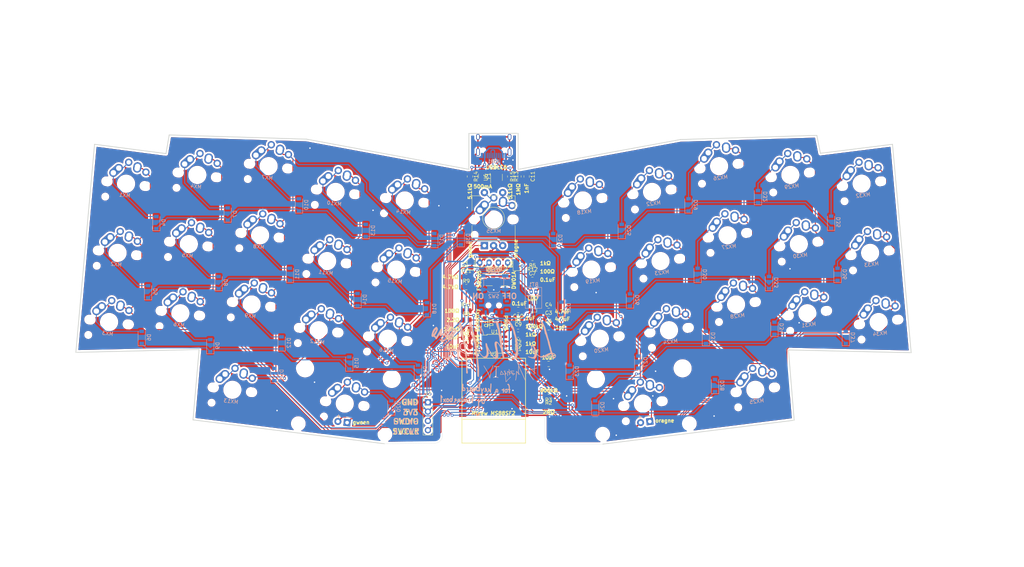
<source format=kicad_pcb>
(kicad_pcb (version 20171130) (host pcbnew 5.1.10)
  (layers (0 F.Cu signal) (31 B.Cu signal) (34 B.Paste user) (35 F.Paste user) (36 B.SilkS user) (37 F.SilkS user) (38 B.Mask user) (39 F.Mask user) (44 Edge.Cuts user))
  (net 0 "")
  (net 1 "Net-(BT1-Pad2)")
  (net 2 vbat)
  (net 3 GND)
  (net 4 vbus)
  (net 5 +3V3)
  (net 6 "Net-(C7-Pad1)")
  (net 7 "Net-(C8-Pad1)")
  (net 8 regbat)
  (net 9 Earth)
  (net 10 "Net-(D1-Pad1)")
  (net 11 "Net-(D2-Pad1)")
  (net 12 "Net-(D3-Pad1)")
  (net 13 "Net-(D4-Pad2)")
  (net 14 row0)
  (net 15 "Net-(D5-Pad2)")
  (net 16 row1)
  (net 17 "Net-(D6-Pad2)")
  (net 18 row2)
  (net 19 "Net-(D7-Pad2)")
  (net 20 "Net-(D8-Pad2)")
  (net 21 "Net-(D9-Pad2)")
  (net 22 "Net-(D10-Pad2)")
  (net 23 "Net-(D11-Pad2)")
  (net 24 "Net-(D12-Pad2)")
  (net 25 "Net-(D13-Pad2)")
  (net 26 "Net-(D14-Pad2)")
  (net 27 "Net-(D15-Pad2)")
  (net 28 "Net-(D16-Pad2)")
  (net 29 row3)
  (net 30 "Net-(D17-Pad2)")
  (net 31 "Net-(D18-Pad2)")
  (net 32 "Net-(D19-Pad2)")
  (net 33 "Net-(D20-Pad2)")
  (net 34 "Net-(D21-Pad2)")
  (net 35 "Net-(D22-Pad2)")
  (net 36 "Net-(D23-Pad2)")
  (net 37 "Net-(D24-Pad2)")
  (net 38 "Net-(D25-Pad2)")
  (net 39 "Net-(D26-Pad2)")
  (net 40 "Net-(D27-Pad2)")
  (net 41 "Net-(D28-Pad2)")
  (net 42 "Net-(D29-Pad2)")
  (net 43 "Net-(D30-Pad2)")
  (net 44 "Net-(D31-Pad2)")
  (net 45 "Net-(D32-Pad2)")
  (net 46 "Net-(D33-Pad2)")
  (net 47 "Net-(D34-Pad2)")
  (net 48 "Net-(D35-Pad2)")
  (net 49 "Net-(D36-Pad2)")
  (net 50 "Net-(D37-Pad2)")
  (net 51 encswrow)
  (net 52 "Net-(F1-Pad1)")
  (net 53 swclk)
  (net 54 swdio)
  (net 55 col0)
  (net 56 col1)
  (net 57 col2)
  (net 58 col3)
  (net 59 col4)
  (net 60 col5)
  (net 61 col6)
  (net 62 col7)
  (net 63 col8)
  (net 64 col9)
  (net 65 scl)
  (net 66 sda)
  (net 67 "Net-(Q1-Pad3)")
  (net 68 "Net-(R1-Pad2)")
  (net 69 vsense)
  (net 70 "Net-(R4-Pad2)")
  (net 71 "Net-(R6-Pad2)")
  (net 72 "Net-(R10-Pad2)")
  (net 73 reset)
  (net 74 "Net-(R12-Pad2)")
  (net 75 encA)
  (net 76 encB)
  (net 77 d+)
  (net 78 d-)
  (net 79 "Net-(U4-Pad4)")
  (net 80 "Net-(U4-Pad3)")
  (net 81 "Net-(U4-Pad1)")
  (net 82 "Net-(U5-Pad5)")
  (net 83 "Net-(U5-Pad2)")
  (net 84 dbus+)
  (net 85 dbus-)
  (net 86 "Net-(U1-Pad9)")
  (net 87 cc2)
  (net 88 cc1)
  (net 89 "Net-(USB1-Pad3)")
  (net 90 "Net-(USB1-Pad9)")
  (module graphics:tomina (layer B.Cu) (at 139.129425 140.193326 180)
    (fp_text reference G*** hide)
    (fp_text value LOGO hide)
  )
  (module graphics:mangoiv (layer B.Cu) (at 151.379425 123.443326 270)
    (fp_text reference G*** hide)
    (fp_text value LOGO hide)
  )
  (module graphics:logo_big (layer B.Cu) (at 143.879425 135.693326 180)
    (fp_text reference G*** hide)
    (fp_text value LOGO hide)
  )
  (module Connector_PinHeader_2.54mm:PinHeader_1x04_P2.54mm_Vertical (layer F.Cu) (at 127.129425 128.193326)
    (fp_text reference J2 (at 0 -2.33) (layer F.SilkS))
    (fp_text value BL_CONN)
    (pad 4 thru_hole oval (at 0 7.62) (size 1.7 1.7) (drill 1) (layers *.Cu *.Mask) (net 53 swclk))
    (pad 3 thru_hole oval (at 0 5.08) (size 1.7 1.7) (drill 1) (layers *.Cu *.Mask) (net 54 swdio))
    (pad 2 thru_hole oval (at 0 2.54) (size 1.7 1.7) (drill 1) (layers *.Cu *.Mask) (net 5 +3V3))
    (pad 1 thru_hole rect (at 0 0) (size 1.7 1.7) (drill 1) (layers *.Cu *.Mask) (net 3 GND))
  )
  (module Keebio-Parts:MX-Alps-Choc-1U-NoLED (layer F.Cu) (at 216.648541 124.77258 7)
    (fp_text reference MX25 (at 0 3.175 7) (layer B.SilkS) (effects (justify mirror)))
    (fp_text value MX_LED)
    (pad "" np_thru_hole circle (at -5.22 4.2 55.1) (size 1.2 1.2) (drill 1.2) (layers *.Cu *.Mask))
    (pad "" np_thru_hole circle (at 5.5 0 55.1) (size 1.7 1.7) (drill 1.7) (layers *.Cu *.Mask))
    (pad "" np_thru_hole circle (at -5.5 0 55.1) (size 1.7 1.7) (drill 1.7) (layers *.Cu *.Mask))
    (pad 2 thru_hole circle (at 0 -5.9 7) (size 2 2) (drill 1.2) (layers *.Cu *.Mask) (net 41 "Net-(D28-Pad2)"))
    (pad 1 thru_hole circle (at 5 -3.8 7) (size 2 2) (drill 1.2) (layers *.Cu *.Mask) (net 61 col6))
    (pad "" np_thru_hole circle (at 5.08 0 55.0996) (size 1.75 1.75) (drill 1.75) (layers *.Cu *.Mask))
    (pad "" np_thru_hole circle (at -5.08 0 55.0996) (size 1.75 1.75) (drill 1.75) (layers *.Cu *.Mask))
    (pad 2 thru_hole circle (at -2.5 -4 7) (size 2.25 2.25) (drill 1.47) (layers *.Cu *.Mask) (net 41 "Net-(D28-Pad2)"))
    (pad "" np_thru_hole circle (at 0 0 7) (size 3.9878 3.9878) (drill 3.9878) (layers *.Cu *.Mask))
    (pad 2 thru_hole oval (at -3.81 -2.54 55.1) (size 4.211556 2.25) (drill 1.47 (offset 0.980778 0)) (layers *.Cu *.Mask) (net 41 "Net-(D28-Pad2)"))
    (pad 1 thru_hole circle (at 2.54 -5.08 7) (size 2.25 2.25) (drill 1.47) (layers *.Cu *.Mask) (net 61 col6))
    (pad 1 thru_hole oval (at 2.5 -4.5 93.1) (size 2.831378 2.25) (drill 1.47 (offset 0.290689 0)) (layers *.Cu *.Mask) (net 61 col6))
  )
  (module Keebio-Parts:HRO-TYPE-C-31-M-12-Assembly (layer B.Cu) (at 145.129425 53.023326)
    (fp_text reference USB1 (at 0 9.25) (layer B.SilkS) (effects (font (size 0.8 0.8)) (justify mirror)))
    (fp_text value HRO-TYPE-C-31-M-12)
    (pad 12 smd rect (at 3.225 7.695) (size 0.6 1.45) (layers B.Cu B.Paste B.Mask) (net 3 GND))
    (pad 1 smd rect (at -3.225 7.695) (size 0.6 1.45) (layers B.Cu B.Paste B.Mask) (net 3 GND))
    (pad 11 smd rect (at 2.45 7.695) (size 0.6 1.45) (layers B.Cu B.Paste B.Mask) (net 52 "Net-(F1-Pad1)"))
    (pad 2 smd rect (at -2.45 7.695) (size 0.6 1.45) (layers B.Cu B.Paste B.Mask) (net 52 "Net-(F1-Pad1)"))
    (pad 3 smd rect (at -1.75 7.695) (size 0.3 1.45) (layers B.Cu B.Paste B.Mask) (net 89 "Net-(USB1-Pad3)"))
    (pad 10 smd rect (at 1.75 7.695) (size 0.3 1.45) (layers B.Cu B.Paste B.Mask) (net 87 cc2))
    (pad 4 smd rect (at -1.25 7.695) (size 0.3 1.45) (layers B.Cu B.Paste B.Mask) (net 88 cc1))
    (pad 9 smd rect (at 1.25 7.695) (size 0.3 1.45) (layers B.Cu B.Paste B.Mask) (net 90 "Net-(USB1-Pad9)"))
    (pad 5 smd rect (at -0.75 7.695) (size 0.3 1.45) (layers B.Cu B.Paste B.Mask) (net 85 dbus-))
    (pad 8 smd rect (at 0.75 7.695) (size 0.3 1.45) (layers B.Cu B.Paste B.Mask) (net 84 dbus+))
    (pad 7 smd rect (at 0.25 7.695) (size 0.3 1.45) (layers B.Cu B.Paste B.Mask) (net 85 dbus-))
    (pad 6 smd rect (at -0.25 7.695) (size 0.3 1.45) (layers B.Cu B.Paste B.Mask) (net 84 dbus+))
    (pad "" np_thru_hole circle (at 2.89 6.25) (size 0.65 0.65) (drill 0.65) (layers *.Cu *.Mask))
    (pad "" np_thru_hole circle (at -2.89 6.25) (size 0.65 0.65) (drill 0.65) (layers *.Cu *.Mask))
    (pad 13 thru_hole oval (at -4.32 6.78) (size 1 2.1) (drill oval 0.6 1.7) (layers *.Cu *.Mask) (net 9 Earth))
    (pad 13 thru_hole oval (at 4.32 6.78) (size 1 2.1) (drill oval 0.6 1.7) (layers *.Cu *.Mask) (net 9 Earth))
    (pad 13 thru_hole oval (at -4.32 2.6) (size 1 1.6) (drill oval 0.6 1.2) (layers *.Cu *.Mask) (net 9 Earth))
    (pad 13 thru_hole oval (at 4.32 2.6) (size 1 1.6) (drill oval 0.6 1.2) (layers *.Cu *.Mask) (net 9 Earth))
  )
  (module lib:TP4056_SOP-8-PP (layer F.Cu) (at 145.379425 112.193326)
    (fp_text reference U1 (at 0 -3.3) (layer F.SilkS))
    (fp_text value TP4056)
    (pad 9 smd rect (at 0 0) (size 2.7 3.6) (layers F.Cu F.Paste F.Mask) (net 86 "Net-(U1-Pad9)"))
    (pad 8 smd rect (at 2.7 -1.905) (size 1.5 0.65) (layers F.Cu F.Paste F.Mask) (net 4 vbus))
    (pad 7 smd rect (at 2.7 -0.635) (size 1.5 0.65) (layers F.Cu F.Paste F.Mask) (net 70 "Net-(R4-Pad2)"))
    (pad 6 smd rect (at 2.7 0.635) (size 1.5 0.65) (layers F.Cu F.Paste F.Mask) (net 68 "Net-(R1-Pad2)"))
    (pad 5 smd rect (at 2.7 1.905) (size 1.5 0.65) (layers F.Cu F.Paste F.Mask) (net 2 vbat))
    (pad 4 smd rect (at -2.7 1.905) (size 1.5 0.65) (layers F.Cu F.Paste F.Mask) (net 4 vbus))
    (pad 3 smd rect (at -2.7 0.635) (size 1.5 0.65) (layers F.Cu F.Paste F.Mask) (net 3 GND))
    (pad 2 smd rect (at -2.7 -0.635) (size 1.5 0.65) (layers F.Cu F.Paste F.Mask) (net 71 "Net-(R6-Pad2)"))
    (pad 1 smd rect (at -2.7 -1.905) (size 1.5 0.65) (layers F.Cu F.Paste F.Mask) (net 3 GND))
  )
  (module Package_TO_SOT_SMD:SOT-23-6 (layer F.Cu) (at 145.879425 66.693326 90)
    (fp_text reference U6 (at 0 -2.9 90) (layer F.SilkS))
    (fp_text value USBLC6-2SC6)
    (pad 5 smd rect (at 1.1 0 90) (size 1.06 0.65) (layers F.Cu F.Paste F.Mask) (net 4 vbus))
    (pad 6 smd rect (at 1.1 -0.95 90) (size 1.06 0.65) (layers F.Cu F.Paste F.Mask) (net 84 dbus+))
    (pad 4 smd rect (at 1.1 0.95 90) (size 1.06 0.65) (layers F.Cu F.Paste F.Mask) (net 85 dbus-))
    (pad 3 smd rect (at -1.1 0.95 90) (size 1.06 0.65) (layers F.Cu F.Paste F.Mask) (net 78 d-))
    (pad 2 smd rect (at -1.1 0 90) (size 1.06 0.65) (layers F.Cu F.Paste F.Mask) (net 3 GND))
    (pad 1 smd rect (at -1.1 -0.95 90) (size 1.06 0.65) (layers F.Cu F.Paste F.Mask) (net 77 d+))
  )
  (module Package_TO_SOT_SMD:SOT-23-6 (layer F.Cu) (at 143.879425 94.693326)
    (fp_text reference U5 (at 0 -2.9) (layer F.SilkS))
    (fp_text value FS8205)
    (pad 5 smd rect (at 1.1 0) (size 1.06 0.65) (layers F.Cu F.Paste F.Mask) (net 82 "Net-(U5-Pad5)"))
    (pad 6 smd rect (at 1.1 -0.95) (size 1.06 0.65) (layers F.Cu F.Paste F.Mask) (net 81 "Net-(U4-Pad1)"))
    (pad 4 smd rect (at 1.1 0.95) (size 1.06 0.65) (layers F.Cu F.Paste F.Mask) (net 80 "Net-(U4-Pad3)"))
    (pad 3 smd rect (at -1.1 0.95) (size 1.06 0.65) (layers F.Cu F.Paste F.Mask) (net 3 GND))
    (pad 2 smd rect (at -1.1 0) (size 1.06 0.65) (layers F.Cu F.Paste F.Mask) (net 83 "Net-(U5-Pad2)"))
    (pad 1 smd rect (at -1.1 -0.95) (size 1.06 0.65) (layers F.Cu F.Paste F.Mask) (net 1 "Net-(BT1-Pad2)"))
  )
  (module Package_TO_SOT_SMD:SOT-23-6 (layer F.Cu) (at 148.129425 94.693326)
    (fp_text reference U4 (at 0 -2.9) (layer F.SilkS))
    (fp_text value DW01A)
    (pad 5 smd rect (at 1.1 0) (size 1.06 0.65) (layers F.Cu F.Paste F.Mask) (net 6 "Net-(C7-Pad1)"))
    (pad 6 smd rect (at 1.1 -0.95) (size 1.06 0.65) (layers F.Cu F.Paste F.Mask) (net 1 "Net-(BT1-Pad2)"))
    (pad 4 smd rect (at 1.1 0.95) (size 1.06 0.65) (layers F.Cu F.Paste F.Mask) (net 79 "Net-(U4-Pad4)"))
    (pad 3 smd rect (at -1.1 0.95) (size 1.06 0.65) (layers F.Cu F.Paste F.Mask) (net 80 "Net-(U4-Pad3)"))
    (pad 2 smd rect (at -1.1 0) (size 1.06 0.65) (layers F.Cu F.Paste F.Mask) (net 74 "Net-(R12-Pad2)"))
    (pad 1 smd rect (at -1.1 -0.95) (size 1.06 0.65) (layers F.Cu F.Paste F.Mask) (net 81 "Net-(U4-Pad1)"))
  )
  (module Package_TO_SOT_SMD:SOT-23 (layer F.Cu) (at 156.129425 101.943326)
    (fp_text reference U3 hide)
    (fp_text value XC6206PxxxMR-Regulator_Linear)
    (pad 3 smd rect (at 1 0) (size 0.9 0.8) (layers F.Cu F.Paste F.Mask) (net 2 vbat))
    (pad 2 smd rect (at -1 0.95) (size 0.9 0.8) (layers F.Cu F.Paste F.Mask) (net 8 regbat))
    (pad 1 smd rect (at -1 -0.95) (size 0.9 0.8) (layers F.Cu F.Paste F.Mask) (net 3 GND))
  )
  (module ms88sf2_oreore:MINEW_MS88SF2 (layer F.Cu) (at 145.129425 139.343326 180)
    (fp_text reference U2 (at 0 24.384) (layer F.SilkS))
    (fp_text value MS88SF2)
    (pad 28 smd rect (at 8.5 7.59 180) (size 2 0.8) (layers F.Cu F.Paste F.Mask) (net 75 encA))
    (pad 27 smd rect (at 8.5 8.69 180) (size 2 0.8) (layers F.Cu F.Paste F.Mask) (net 76 encB))
    (pad 26 smd rect (at 8.5 9.79 180) (size 2 0.8) (layers F.Cu F.Paste F.Mask) (net 53 swclk))
    (pad 25 smd rect (at 8.5 10.89 180) (size 2 0.8) (layers F.Cu F.Paste F.Mask) (net 54 swdio))
    (pad 24 smd rect (at 8.5 11.99 180) (size 2 0.8) (layers F.Cu F.Paste F.Mask) (net 29 row3))
    (pad 23 smd rect (at 8.5 13.09 180) (size 2 0.8) (layers F.Cu F.Paste F.Mask) (net 66 sda))
    (pad 22 smd rect (at 8.5 14.19 180) (size 2 0.8) (layers F.Cu F.Paste F.Mask) (net 65 scl))
    (pad 21 smd rect (at 8.5 15.29 180) (size 2 0.8) (layers F.Cu F.Paste F.Mask) (net 18 row2))
    (pad 20 smd rect (at 8.5 16.39 180) (size 2 0.8) (layers F.Cu F.Paste F.Mask) (net 73 reset))
    (pad 19 smd rect (at 8.5 17.49 180) (size 2 0.8) (layers F.Cu F.Paste F.Mask) (net 58 col3))
    (pad 18 smd rect (at 8.5 18.59 180) (size 2 0.8) (layers F.Cu F.Paste F.Mask) (net 59 col4))
    (pad 17 smd rect (at 8.5 19.69 180) (size 2 0.8) (layers F.Cu F.Paste F.Mask) (net 77 d+))
    (pad 16 smd rect (at 8.5 20.79 180) (size 2 0.8) (layers F.Cu F.Paste F.Mask) (net 78 d-))
    (pad 15 smd rect (at 8.5 21.89 180) (size 2 0.8) (layers F.Cu F.Paste F.Mask) (net 7 "Net-(C8-Pad1)"))
    (pad 14 smd rect (at -8.5 21.89 180) (size 2 0.8) (layers F.Cu F.Paste F.Mask) (net 5 +3V3))
    (pad 13 smd rect (at -8.5 20.79 180) (size 2 0.8) (layers F.Cu F.Paste F.Mask) (net 3 GND))
    (pad 12 smd rect (at -8.5 19.69 180) (size 2 0.8) (layers F.Cu F.Paste F.Mask) (net 55 col0))
    (pad 11 smd rect (at -8.5 18.59 180) (size 2 0.8) (layers F.Cu F.Paste F.Mask) (net 56 col1))
    (pad 10 smd rect (at -8.5 17.49 180) (size 2 0.8) (layers F.Cu F.Paste F.Mask) (net 57 col2))
    (pad 9 smd rect (at -8.5 16.39 180) (size 2 0.8) (layers F.Cu F.Paste F.Mask) (net 16 row1))
    (pad 8 smd rect (at -8.5 15.29 180) (size 2 0.8) (layers F.Cu F.Paste F.Mask) (net 14 row0))
    (pad 7 smd rect (at -8.5 14.19 180) (size 2 0.8) (layers F.Cu F.Paste F.Mask) (net 60 col5))
    (pad 6 smd rect (at -8.5 13.09 180) (size 2 0.8) (layers F.Cu F.Paste F.Mask) (net 69 vsense))
    (pad 5 smd rect (at -8.5 11.99 180) (size 2 0.8) (layers F.Cu F.Paste F.Mask) (net 61 col6))
    (pad 4 smd rect (at -8.5 10.89 180) (size 2 0.8) (layers F.Cu F.Paste F.Mask) (net 62 col7))
    (pad 3 smd rect (at -8.5 9.79 180) (size 2 0.8) (layers F.Cu F.Paste F.Mask) (net 63 col8))
    (pad 2 smd rect (at -8.5 8.69 180) (size 2 0.8) (layers F.Cu F.Paste F.Mask) (net 64 col9))
    (pad 1 smd rect (at -8.5 7.59 180) (size 2 0.8) (layers F.Cu F.Paste F.Mask) (net 3 GND))
  )
  (module Keebio-Parts:RotaryEncoder_EC11-no-legs (layer F.Cu) (at 145.079425 77.843326 90)
    (fp_text reference SW3)
    (fp_text value Rotary_Encoder_Switch)
    (pad A thru_hole rect (at -7.5 -2.5 90) (size 2 2) (drill 1) (layers *.Cu *.Mask) (net 75 encA))
    (pad C thru_hole circle (at -7.5 0 90) (size 2 2) (drill 1) (layers *.Cu *.Mask) (net 3 GND))
    (pad B thru_hole circle (at -7.5 2.5 90) (size 2 2) (drill 1) (layers *.Cu *.Mask) (net 76 encB))
    (pad S2 thru_hole circle (at 7 -2.5 90) (size 2 2) (drill 1) (layers *.Cu *.Mask) (net 51 encswrow))
    (pad S1 thru_hole circle (at 7 2.5 90) (size 2 2) (drill 1) (layers *.Cu *.Mask) (net 57 col2))
  )
  (module Button_Switch_SMD:SW_SPST_TL3342 (layer B.Cu) (at 145.129425 95.453326)
    (fp_text reference SW2 (at 0 3.75) (layer B.SilkS) (effects (justify mirror)))
    (fp_text value SW_RESET)
    (pad 2 smd rect (at 3.15 -1.9) (size 1.7 1) (layers B.Cu B.Paste B.Mask) (net 72 "Net-(R10-Pad2)"))
    (pad 2 smd rect (at -3.15 -1.9) (size 1.7 1) (layers B.Cu B.Paste B.Mask) (net 72 "Net-(R10-Pad2)"))
    (pad 1 smd rect (at 3.15 1.9) (size 1.7 1) (layers B.Cu B.Paste B.Mask) (net 3 GND))
    (pad 1 smd rect (at -3.15 1.9) (size 1.7 1) (layers B.Cu B.Paste B.Mask) (net 3 GND))
  )
  (module other_parts:switch_MSK-12C02_smd (layer B.Cu) (at 145.129425 100.343326 270)
    (fp_text reference SW1)
    (fp_text value ON_OFF)
    (pad "" smd rect (at 0.207 3.6 180) (size 1 0.6) (layers B.Cu B.Paste B.Mask))
    (pad 1 smd rect (at 3.2 2.2 90) (size 1 0.6) (layers B.Cu B.Paste B.Mask) (net 8 regbat))
    (pad 3 smd rect (at 3.2 -2.2 90) (size 1 0.6) (layers B.Cu B.Paste B.Mask))
    (pad 2 smd rect (at 3.2 -0.7 90) (size 1 0.6) (layers B.Cu B.Paste B.Mask) (net 67 "Net-(Q1-Pad3)"))
    (pad "" np_thru_hole circle (at 1.35 -1.45 90) (size 0.7 0.7) (drill 0.7) (layers *.Cu *.Mask))
    (pad "" np_thru_hole circle (at 1.35 1.45 90) (size 0.7 0.7) (drill 0.7) (layers *.Cu *.Mask))
    (pad "" smd rect (at 2.493 3.6 180) (size 1.1 0.6) (layers B.Cu B.Paste B.Mask))
    (pad "" smd rect (at 0.207 -3.6 180) (size 1.1 0.6) (layers B.Cu B.Paste B.Mask))
    (pad "" smd rect (at 2.493 -3.6 180) (size 1 0.6) (layers B.Cu B.Paste B.Mask))
  )
  (module Resistor_SMD:R_0805_2012Metric (layer F.Cu) (at 151.879425 66.443326 90)
    (fp_text reference R15 (at 0 -1.65 90) (layer F.SilkS))
    (fp_text value 1M)
    (pad 2 smd roundrect (at 0.9125 0 90) (size 1.025 1.4) (layers F.Cu F.Paste F.Mask) (roundrect_rratio 0.243902) (net 3 GND))
    (pad 1 smd roundrect (at -0.9125 0 90) (size 1.025 1.4) (layers F.Cu F.Paste F.Mask) (roundrect_rratio 0.243902) (net 9 Earth))
  )
  (module Resistor_SMD:R_0805_2012Metric (layer F.Cu) (at 138.629425 66.443326 270)
    (fp_text reference R14 (at 0 -1.65 90) (layer F.SilkS))
    (fp_text value 5.1k)
    (pad 2 smd roundrect (at 0.9125 0 270) (size 1.025 1.4) (layers F.Cu F.Paste F.Mask) (roundrect_rratio 0.243902) (net 9 Earth))
    (pad 1 smd roundrect (at -0.9125 0 270) (size 1.025 1.4) (layers F.Cu F.Paste F.Mask) (roundrect_rratio 0.243902) (net 88 cc1))
  )
  (module Resistor_SMD:R_0805_2012Metric (layer F.Cu) (at 149.629425 66.443326 270)
    (fp_text reference R13 (at 0 -1.65 90) (layer F.SilkS))
    (fp_text value 5.1k)
    (pad 2 smd roundrect (at 0.9125 0 270) (size 1.025 1.4) (layers F.Cu F.Paste F.Mask) (roundrect_rratio 0.243902) (net 9 Earth))
    (pad 1 smd roundrect (at -0.9125 0 270) (size 1.025 1.4) (layers F.Cu F.Paste F.Mask) (roundrect_rratio 0.243902) (net 87 cc2))
  )
  (module Resistor_SMD:R_0805_2012Metric (layer F.Cu) (at 155.716925 90.193326 180)
    (fp_text reference R12 (at 0 -1.65) (layer F.SilkS))
    (fp_text value 1k)
    (pad 2 smd roundrect (at 0.9125 0 180) (size 1.025 1.4) (layers F.Cu F.Paste F.Mask) (roundrect_rratio 0.243902) (net 74 "Net-(R12-Pad2)"))
    (pad 1 smd roundrect (at -0.9125 0 180) (size 1.025 1.4) (layers F.Cu F.Paste F.Mask) (roundrect_rratio 0.243902) (net 3 GND))
  )
  (module Resistor_SMD:R_0805_2012Metric (layer F.Cu) (at 137.629425 93.943326)
    (fp_text reference R11 (at 0 -1.65) (layer F.SilkS))
    (fp_text value 4.7k)
    (pad 2 smd roundrect (at 0.9125 0) (size 1.025 1.4) (layers F.Cu F.Paste F.Mask) (roundrect_rratio 0.243902) (net 65 scl))
    (pad 1 smd roundrect (at -0.9125 0) (size 1.025 1.4) (layers F.Cu F.Paste F.Mask) (roundrect_rratio 0.243902) (net 5 +3V3))
  )
  (module Resistor_SMD:R_0805_2012Metric (layer F.Cu) (at 137.629425 103.193326)
    (fp_text reference R10 (at 0 -1.65) (layer F.SilkS))
    (fp_text value 100)
    (pad 2 smd roundrect (at 0.9125 0) (size 1.025 1.4) (layers F.Cu F.Paste F.Mask) (roundrect_rratio 0.243902) (net 72 "Net-(R10-Pad2)"))
    (pad 1 smd roundrect (at -0.9125 0) (size 1.025 1.4) (layers F.Cu F.Paste F.Mask) (roundrect_rratio 0.243902) (net 73 reset))
  )
  (module Resistor_SMD:R_0805_2012Metric (layer F.Cu) (at 137.629425 96.693326)
    (fp_text reference R9 (at 0 -1.65) (layer F.SilkS))
    (fp_text value 4.7k)
    (pad 2 smd roundrect (at 0.9125 0) (size 1.025 1.4) (layers F.Cu F.Paste F.Mask) (roundrect_rratio 0.243902) (net 66 sda))
    (pad 1 smd roundrect (at -0.9125 0) (size 1.025 1.4) (layers F.Cu F.Paste F.Mask) (roundrect_rratio 0.243902) (net 5 +3V3))
  )
  (module Resistor_SMD:R_0805_2012Metric (layer F.Cu) (at 137.629425 105.693326)
    (fp_text reference R8 (at 0 -1.65) (layer F.SilkS))
    (fp_text value 2R2)
    (pad 2 smd roundrect (at 0.9125 0) (size 1.025 1.4) (layers F.Cu F.Paste F.Mask) (roundrect_rratio 0.243902) (net 12 "Net-(D3-Pad1)"))
    (pad 1 smd roundrect (at -0.9125 0) (size 1.025 1.4) (layers F.Cu F.Paste F.Mask) (roundrect_rratio 0.243902) (net 7 "Net-(C8-Pad1)"))
  )
  (module Resistor_SMD:R_0805_2012Metric (layer F.Cu) (at 151.791925 107.443326)
    (fp_text reference R7 (at 0 -1.65) (layer F.SilkS))
    (fp_text value 100k)
    (pad 2 smd roundrect (at 0.9125 0) (size 1.025 1.4) (layers F.Cu F.Paste F.Mask) (roundrect_rratio 0.243902) (net 3 GND))
    (pad 1 smd roundrect (at -0.9125 0) (size 1.025 1.4) (layers F.Cu F.Paste F.Mask) (roundrect_rratio 0.243902) (net 4 vbus))
  )
  (module Resistor_SMD:R_0805_2012Metric (layer F.Cu) (at 137.629425 108.193326 180)
    (fp_text reference R6 (at 0 -1.65) (layer F.SilkS))
    (fp_text value 1.8k)
    (pad 2 smd roundrect (at 0.9125 0 180) (size 1.025 1.4) (layers F.Cu F.Paste F.Mask) (roundrect_rratio 0.243902) (net 71 "Net-(R6-Pad2)"))
    (pad 1 smd roundrect (at -0.9125 0 180) (size 1.025 1.4) (layers F.Cu F.Paste F.Mask) (roundrect_rratio 0.243902) (net 3 GND))
  )
  (module Resistor_SMD:R_0805_2012Metric (layer F.Cu) (at 155.716925 92.443326)
    (fp_text reference R5 (at 0 -1.65) (layer F.SilkS))
    (fp_text value 100)
    (pad 2 smd roundrect (at 0.9125 0) (size 1.025 1.4) (layers F.Cu F.Paste F.Mask) (roundrect_rratio 0.243902) (net 2 vbat))
    (pad 1 smd roundrect (at -0.9125 0) (size 1.025 1.4) (layers F.Cu F.Paste F.Mask) (roundrect_rratio 0.243902) (net 6 "Net-(C7-Pad1)"))
  )
  (module Resistor_SMD:R_0805_2012Metric (layer F.Cu) (at 151.791925 109.693326 180)
    (fp_text reference R4 (at 0 -1.65) (layer F.SilkS))
    (fp_text value 1k)
    (pad 2 smd roundrect (at 0.9125 0 180) (size 1.025 1.4) (layers F.Cu F.Paste F.Mask) (roundrect_rratio 0.243902) (net 70 "Net-(R4-Pad2)"))
    (pad 1 smd roundrect (at -0.9125 0 180) (size 1.025 1.4) (layers F.Cu F.Paste F.Mask) (roundrect_rratio 0.243902) (net 11 "Net-(D2-Pad1)"))
  )
  (module Resistor_SMD:R_0805_2012Metric (layer F.Cu) (at 160.129425 129.193326)
    (fp_text reference R3 (at 0 -1.65) (layer F.SilkS))
    (fp_text value 2M)
    (pad 2 smd roundrect (at 0.9125 0) (size 1.025 1.4) (layers F.Cu F.Paste F.Mask) (roundrect_rratio 0.243902) (net 3 GND))
    (pad 1 smd roundrect (at -0.9125 0) (size 1.025 1.4) (layers F.Cu F.Paste F.Mask) (roundrect_rratio 0.243902) (net 69 vsense))
  )
  (module Resistor_SMD:R_0805_2012Metric (layer F.Cu) (at 160.129425 126.693326 180)
    (fp_text reference R2 (at 0 -1.65) (layer F.SilkS))
    (fp_text value 806k)
    (pad 2 smd roundrect (at 0.9125 0 180) (size 1.025 1.4) (layers F.Cu F.Paste F.Mask) (roundrect_rratio 0.243902) (net 69 vsense))
    (pad 1 smd roundrect (at -0.9125 0 180) (size 1.025 1.4) (layers F.Cu F.Paste F.Mask) (roundrect_rratio 0.243902) (net 2 vbat))
  )
  (module Resistor_SMD:R_0805_2012Metric (layer F.Cu) (at 151.791925 111.943326 180)
    (fp_text reference R1 (at 0 -1.65) (layer F.SilkS))
    (fp_text value 1k)
    (pad 2 smd roundrect (at 0.9125 0 180) (size 1.025 1.4) (layers F.Cu F.Paste F.Mask) (roundrect_rratio 0.243902) (net 68 "Net-(R1-Pad2)"))
    (pad 1 smd roundrect (at -0.9125 0 180) (size 1.025 1.4) (layers F.Cu F.Paste F.Mask) (roundrect_rratio 0.243902) (net 10 "Net-(D1-Pad1)"))
  )
  (module Package_TO_SOT_SMD:SOT-23 (layer F.Cu) (at 145.629425 106.693326 90)
    (fp_text reference Q1 (at 0 -2.5 90) (layer F.SilkS))
    (fp_text value AO3401A)
    (pad 3 smd rect (at 1 0 90) (size 0.9 0.8) (layers F.Cu F.Paste F.Mask) (net 67 "Net-(Q1-Pad3)"))
    (pad 2 smd rect (at -1 0.95 90) (size 0.9 0.8) (layers F.Cu F.Paste F.Mask) (net 5 +3V3))
    (pad 1 smd rect (at -1 -0.95 90) (size 0.9 0.8) (layers F.Cu F.Paste F.Mask) (net 4 vbus))
  )
  (module kbd:OLED_1side (layer F.Cu) (at 148.929425 90.003326 180)
    (fp_text reference OL1)
    (fp_text value OLED hide)
    (fp_text user OLED (at 3.8 -2.1) (layer F.SilkS))
    (pad 4 thru_hole oval (at 7.62 0 180) (size 1.397 1.778) (drill 0.8128) (layers *.Cu B.Mask) (net 3 GND))
    (pad 3 thru_hole oval (at 5.08 0 180) (size 1.397 1.778) (drill 0.8128) (layers *.Cu B.Mask) (net 5 +3V3))
    (pad 2 thru_hole oval (at 2.54 0 180) (size 1.397 1.778) (drill 0.8128) (layers *.Cu B.Mask) (net 65 scl))
    (pad 1 thru_hole oval (at 0 0 180) (size 1.397 1.778) (drill 0.8128) (layers *.Cu B.Mask) (net 66 sda))
  )
  (module Keebio-Parts:MX-Alps-Choc-1U-NoLED (layer F.Cu) (at 145.129425 78.193326)
    (fp_text reference MX35 (at 0 3.175) (layer B.SilkS) (effects (justify mirror)))
    (fp_text value MX_LED)
    (pad "" np_thru_hole circle (at -5.22 4.2 48.1) (size 1.2 1.2) (drill 1.2) (layers *.Cu *.Mask))
    (pad "" np_thru_hole circle (at 5.5 0 48.1) (size 1.7 1.7) (drill 1.7) (layers *.Cu *.Mask))
    (pad "" np_thru_hole circle (at -5.5 0 48.1) (size 1.7 1.7) (drill 1.7) (layers *.Cu *.Mask))
    (pad 2 thru_hole circle (at 0 -5.9) (size 2 2) (drill 1.2) (layers *.Cu *.Mask) (net 51 encswrow))
    (pad 1 thru_hole circle (at 5 -3.8) (size 2 2) (drill 1.2) (layers *.Cu *.Mask) (net 57 col2))
    (pad "" np_thru_hole circle (at 5.08 0 48.0996) (size 1.75 1.75) (drill 1.75) (layers *.Cu *.Mask))
    (pad "" np_thru_hole circle (at -5.08 0 48.0996) (size 1.75 1.75) (drill 1.75) (layers *.Cu *.Mask))
    (pad 2 thru_hole circle (at -2.5 -4) (size 2.25 2.25) (drill 1.47) (layers *.Cu *.Mask) (net 51 encswrow))
    (pad "" np_thru_hole circle (at 0 0) (size 3.9878 3.9878) (drill 3.9878) (layers *.Cu *.Mask))
    (pad 2 thru_hole oval (at -3.81 -2.54 48.1) (size 4.211556 2.25) (drill 1.47 (offset 0.980778 0)) (layers *.Cu *.Mask) (net 51 encswrow))
    (pad 1 thru_hole circle (at 2.54 -5.08) (size 2.25 2.25) (drill 1.47) (layers *.Cu *.Mask) (net 57 col2))
    (pad 1 thru_hole oval (at 2.5 -4.5 86.1) (size 2.831378 2.25) (drill 1.47 (offset 0.290689 0)) (layers *.Cu *.Mask) (net 57 col2))
  )
  (module Keebio-Parts:MX-Alps-Choc-1U-NoLED (layer F.Cu) (at 250.361081 106.238404 7)
    (fp_text reference MX34 (at 0 3.175 7) (layer B.SilkS) (effects (justify mirror)))
    (fp_text value MX_LED)
    (pad "" np_thru_hole circle (at -5.22 4.2 55.1) (size 1.2 1.2) (drill 1.2) (layers *.Cu *.Mask))
    (pad "" np_thru_hole circle (at 5.5 0 55.1) (size 1.7 1.7) (drill 1.7) (layers *.Cu *.Mask))
    (pad "" np_thru_hole circle (at -5.5 0 55.1) (size 1.7 1.7) (drill 1.7) (layers *.Cu *.Mask))
    (pad 2 thru_hole circle (at 0 -5.9 7) (size 2 2) (drill 1.2) (layers *.Cu *.Mask) (net 50 "Net-(D37-Pad2)"))
    (pad 1 thru_hole circle (at 5 -3.8 7) (size 2 2) (drill 1.2) (layers *.Cu *.Mask) (net 64 col9))
    (pad "" np_thru_hole circle (at 5.08 0 55.0996) (size 1.75 1.75) (drill 1.75) (layers *.Cu *.Mask))
    (pad "" np_thru_hole circle (at -5.08 0 55.0996) (size 1.75 1.75) (drill 1.75) (layers *.Cu *.Mask))
    (pad 2 thru_hole circle (at -2.5 -4 7) (size 2.25 2.25) (drill 1.47) (layers *.Cu *.Mask) (net 50 "Net-(D37-Pad2)"))
    (pad "" np_thru_hole circle (at 0 0 7) (size 3.9878 3.9878) (drill 3.9878) (layers *.Cu *.Mask))
    (pad 2 thru_hole oval (at -3.81 -2.54 55.1) (size 4.211556 2.25) (drill 1.47 (offset 0.980778 0)) (layers *.Cu *.Mask) (net 50 "Net-(D37-Pad2)"))
    (pad 1 thru_hole circle (at 2.54 -5.08 7) (size 2.25 2.25) (drill 1.47) (layers *.Cu *.Mask) (net 64 col9))
    (pad 1 thru_hole oval (at 2.5 -4.5 93.1) (size 2.831378 2.25) (drill 1.47 (offset 0.290689 0)) (layers *.Cu *.Mask) (net 64 col9))
  )
  (module Keebio-Parts:MX-Alps-Choc-1U-NoLED (layer F.Cu) (at 248.03947 87.3304 7)
    (fp_text reference MX33 (at 0 3.175 7) (layer B.SilkS) (effects (justify mirror)))
    (fp_text value MX_LED)
    (pad "" np_thru_hole circle (at -5.22 4.2 55.1) (size 1.2 1.2) (drill 1.2) (layers *.Cu *.Mask))
    (pad "" np_thru_hole circle (at 5.5 0 55.1) (size 1.7 1.7) (drill 1.7) (layers *.Cu *.Mask))
    (pad "" np_thru_hole circle (at -5.5 0 55.1) (size 1.7 1.7) (drill 1.7) (layers *.Cu *.Mask))
    (pad 2 thru_hole circle (at 0 -5.9 7) (size 2 2) (drill 1.2) (layers *.Cu *.Mask) (net 49 "Net-(D36-Pad2)"))
    (pad 1 thru_hole circle (at 5 -3.8 7) (size 2 2) (drill 1.2) (layers *.Cu *.Mask) (net 64 col9))
    (pad "" np_thru_hole circle (at 5.08 0 55.0996) (size 1.75 1.75) (drill 1.75) (layers *.Cu *.Mask))
    (pad "" np_thru_hole circle (at -5.08 0 55.0996) (size 1.75 1.75) (drill 1.75) (layers *.Cu *.Mask))
    (pad 2 thru_hole circle (at -2.5 -4 7) (size 2.25 2.25) (drill 1.47) (layers *.Cu *.Mask) (net 49 "Net-(D36-Pad2)"))
    (pad "" np_thru_hole circle (at 0 0 7) (size 3.9878 3.9878) (drill 3.9878) (layers *.Cu *.Mask))
    (pad 2 thru_hole oval (at -3.81 -2.54 55.1) (size 4.211556 2.25) (drill 1.47 (offset 0.980778 0)) (layers *.Cu *.Mask) (net 49 "Net-(D36-Pad2)"))
    (pad 1 thru_hole circle (at 2.54 -5.08 7) (size 2.25 2.25) (drill 1.47) (layers *.Cu *.Mask) (net 64 col9))
    (pad 1 thru_hole oval (at 2.5 -4.5 93.1) (size 2.831378 2.25) (drill 1.47 (offset 0.290689 0)) (layers *.Cu *.Mask) (net 64 col9))
  )
  (module Keebio-Parts:MX-Alps-Choc-1U-NoLED (layer F.Cu) (at 245.716336 68.409989 7)
    (fp_text reference MX32 (at 0 3.175 7) (layer B.SilkS) (effects (justify mirror)))
    (fp_text value MX_LED)
    (pad "" np_thru_hole circle (at -5.22 4.2 55.1) (size 1.2 1.2) (drill 1.2) (layers *.Cu *.Mask))
    (pad "" np_thru_hole circle (at 5.5 0 55.1) (size 1.7 1.7) (drill 1.7) (layers *.Cu *.Mask))
    (pad "" np_thru_hole circle (at -5.5 0 55.1) (size 1.7 1.7) (drill 1.7) (layers *.Cu *.Mask))
    (pad 2 thru_hole circle (at 0 -5.9 7) (size 2 2) (drill 1.2) (layers *.Cu *.Mask) (net 48 "Net-(D35-Pad2)"))
    (pad 1 thru_hole circle (at 5 -3.8 7) (size 2 2) (drill 1.2) (layers *.Cu *.Mask) (net 64 col9))
    (pad "" np_thru_hole circle (at 5.08 0 55.0996) (size 1.75 1.75) (drill 1.75) (layers *.Cu *.Mask))
    (pad "" np_thru_hole circle (at -5.08 0 55.0996) (size 1.75 1.75) (drill 1.75) (layers *.Cu *.Mask))
    (pad 2 thru_hole circle (at -2.5 -4 7) (size 2.25 2.25) (drill 1.47) (layers *.Cu *.Mask) (net 48 "Net-(D35-Pad2)"))
    (pad "" np_thru_hole circle (at 0 0 7) (size 3.9878 3.9878) (drill 3.9878) (layers *.Cu *.Mask))
    (pad 2 thru_hole oval (at -3.81 -2.54 55.1) (size 4.211556 2.25) (drill 1.47 (offset 0.980778 0)) (layers *.Cu *.Mask) (net 48 "Net-(D35-Pad2)"))
    (pad 1 thru_hole circle (at 2.54 -5.08 7) (size 2.25 2.25) (drill 1.47) (layers *.Cu *.Mask) (net 64 col9))
    (pad 1 thru_hole oval (at 2.5 -4.5 93.1) (size 2.831378 2.25) (drill 1.47 (offset 0.290689 0)) (layers *.Cu *.Mask) (net 64 col9))
  )
  (module Keebio-Parts:MX-Alps-Choc-1U-NoLED (layer F.Cu) (at 230.872674 103.833014 7)
    (fp_text reference MX31 (at 0 3.175 7) (layer B.SilkS) (effects (justify mirror)))
    (fp_text value MX_LED)
    (pad "" np_thru_hole circle (at -5.22 4.2 55.1) (size 1.2 1.2) (drill 1.2) (layers *.Cu *.Mask))
    (pad "" np_thru_hole circle (at 5.5 0 55.1) (size 1.7 1.7) (drill 1.7) (layers *.Cu *.Mask))
    (pad "" np_thru_hole circle (at -5.5 0 55.1) (size 1.7 1.7) (drill 1.7) (layers *.Cu *.Mask))
    (pad 2 thru_hole circle (at 0 -5.9 7) (size 2 2) (drill 1.2) (layers *.Cu *.Mask) (net 47 "Net-(D34-Pad2)"))
    (pad 1 thru_hole circle (at 5 -3.8 7) (size 2 2) (drill 1.2) (layers *.Cu *.Mask) (net 63 col8))
    (pad "" np_thru_hole circle (at 5.08 0 55.0996) (size 1.75 1.75) (drill 1.75) (layers *.Cu *.Mask))
    (pad "" np_thru_hole circle (at -5.08 0 55.0996) (size 1.75 1.75) (drill 1.75) (layers *.Cu *.Mask))
    (pad 2 thru_hole circle (at -2.5 -4 7) (size 2.25 2.25) (drill 1.47) (layers *.Cu *.Mask) (net 47 "Net-(D34-Pad2)"))
    (pad "" np_thru_hole circle (at 0 0 7) (size 3.9878 3.9878) (drill 3.9878) (layers *.Cu *.Mask))
    (pad 2 thru_hole oval (at -3.81 -2.54 55.1) (size 4.211556 2.25) (drill 1.47 (offset 0.980778 0)) (layers *.Cu *.Mask) (net 47 "Net-(D34-Pad2)"))
    (pad 1 thru_hole circle (at 2.54 -5.08 7) (size 2.25 2.25) (drill 1.47) (layers *.Cu *.Mask) (net 63 col8))
    (pad 1 thru_hole oval (at 2.5 -4.5 93.1) (size 2.831378 2.25) (drill 1.47 (offset 0.290689 0)) (layers *.Cu *.Mask) (net 63 col8))
  )
  (module Keebio-Parts:MX-Alps-Choc-1U-NoLED (layer F.Cu) (at 228.551063 84.92501 7)
    (fp_text reference MX30 (at 0 3.175 7) (layer B.SilkS) (effects (justify mirror)))
    (fp_text value MX_LED)
    (pad "" np_thru_hole circle (at -5.22 4.2 55.1) (size 1.2 1.2) (drill 1.2) (layers *.Cu *.Mask))
    (pad "" np_thru_hole circle (at 5.5 0 55.1) (size 1.7 1.7) (drill 1.7) (layers *.Cu *.Mask))
    (pad "" np_thru_hole circle (at -5.5 0 55.1) (size 1.7 1.7) (drill 1.7) (layers *.Cu *.Mask))
    (pad 2 thru_hole circle (at 0 -5.9 7) (size 2 2) (drill 1.2) (layers *.Cu *.Mask) (net 46 "Net-(D33-Pad2)"))
    (pad 1 thru_hole circle (at 5 -3.8 7) (size 2 2) (drill 1.2) (layers *.Cu *.Mask) (net 63 col8))
    (pad "" np_thru_hole circle (at 5.08 0 55.0996) (size 1.75 1.75) (drill 1.75) (layers *.Cu *.Mask))
    (pad "" np_thru_hole circle (at -5.08 0 55.0996) (size 1.75 1.75) (drill 1.75) (layers *.Cu *.Mask))
    (pad 2 thru_hole circle (at -2.5 -4 7) (size 2.25 2.25) (drill 1.47) (layers *.Cu *.Mask) (net 46 "Net-(D33-Pad2)"))
    (pad "" np_thru_hole circle (at 0 0 7) (size 3.9878 3.9878) (drill 3.9878) (layers *.Cu *.Mask))
    (pad 2 thru_hole oval (at -3.81 -2.54 55.1) (size 4.211556 2.25) (drill 1.47 (offset 0.980778 0)) (layers *.Cu *.Mask) (net 46 "Net-(D33-Pad2)"))
    (pad 1 thru_hole circle (at 2.54 -5.08 7) (size 2.25 2.25) (drill 1.47) (layers *.Cu *.Mask) (net 63 col8))
    (pad 1 thru_hole oval (at 2.5 -4.5 93.1) (size 2.831378 2.25) (drill 1.47 (offset 0.290689 0)) (layers *.Cu *.Mask) (net 63 col8))
  )
  (module Keebio-Parts:MX-Alps-Choc-1U-NoLED (layer F.Cu) (at 226.229452 66.017006 7)
    (fp_text reference MX29 (at 0 3.175 7) (layer B.SilkS) (effects (justify mirror)))
    (fp_text value MX_LED)
    (pad "" np_thru_hole circle (at -5.22 4.2 55.1) (size 1.2 1.2) (drill 1.2) (layers *.Cu *.Mask))
    (pad "" np_thru_hole circle (at 5.5 0 55.1) (size 1.7 1.7) (drill 1.7) (layers *.Cu *.Mask))
    (pad "" np_thru_hole circle (at -5.5 0 55.1) (size 1.7 1.7) (drill 1.7) (layers *.Cu *.Mask))
    (pad 2 thru_hole circle (at 0 -5.9 7) (size 2 2) (drill 1.2) (layers *.Cu *.Mask) (net 45 "Net-(D32-Pad2)"))
    (pad 1 thru_hole circle (at 5 -3.8 7) (size 2 2) (drill 1.2) (layers *.Cu *.Mask) (net 63 col8))
    (pad "" np_thru_hole circle (at 5.08 0 55.0996) (size 1.75 1.75) (drill 1.75) (layers *.Cu *.Mask))
    (pad "" np_thru_hole circle (at -5.08 0 55.0996) (size 1.75 1.75) (drill 1.75) (layers *.Cu *.Mask))
    (pad 2 thru_hole circle (at -2.5 -4 7) (size 2.25 2.25) (drill 1.47) (layers *.Cu *.Mask) (net 45 "Net-(D32-Pad2)"))
    (pad "" np_thru_hole circle (at 0 0 7) (size 3.9878 3.9878) (drill 3.9878) (layers *.Cu *.Mask))
    (pad 2 thru_hole oval (at -3.81 -2.54 55.1) (size 4.211556 2.25) (drill 1.47 (offset 0.980778 0)) (layers *.Cu *.Mask) (net 45 "Net-(D32-Pad2)"))
    (pad 1 thru_hole circle (at 2.54 -5.08 7) (size 2.25 2.25) (drill 1.47) (layers *.Cu *.Mask) (net 63 col8))
    (pad 1 thru_hole oval (at 2.5 -4.5 93.1) (size 2.831378 2.25) (drill 1.47 (offset 0.290689 0)) (layers *.Cu *.Mask) (net 63 col8))
  )
  (module Keebio-Parts:MX-Alps-Choc-1U-NoLED (layer F.Cu) (at 211.384267 101.427624 7)
    (fp_text reference MX28 (at 0 3.175 7) (layer B.SilkS) (effects (justify mirror)))
    (fp_text value MX_LED)
    (pad "" np_thru_hole circle (at -5.22 4.2 55.1) (size 1.2 1.2) (drill 1.2) (layers *.Cu *.Mask))
    (pad "" np_thru_hole circle (at 5.5 0 55.1) (size 1.7 1.7) (drill 1.7) (layers *.Cu *.Mask))
    (pad "" np_thru_hole circle (at -5.5 0 55.1) (size 1.7 1.7) (drill 1.7) (layers *.Cu *.Mask))
    (pad 2 thru_hole circle (at 0 -5.9 7) (size 2 2) (drill 1.2) (layers *.Cu *.Mask) (net 44 "Net-(D31-Pad2)"))
    (pad 1 thru_hole circle (at 5 -3.8 7) (size 2 2) (drill 1.2) (layers *.Cu *.Mask) (net 62 col7))
    (pad "" np_thru_hole circle (at 5.08 0 55.0996) (size 1.75 1.75) (drill 1.75) (layers *.Cu *.Mask))
    (pad "" np_thru_hole circle (at -5.08 0 55.0996) (size 1.75 1.75) (drill 1.75) (layers *.Cu *.Mask))
    (pad 2 thru_hole circle (at -2.5 -4 7) (size 2.25 2.25) (drill 1.47) (layers *.Cu *.Mask) (net 44 "Net-(D31-Pad2)"))
    (pad "" np_thru_hole circle (at 0 0 7) (size 3.9878 3.9878) (drill 3.9878) (layers *.Cu *.Mask))
    (pad 2 thru_hole oval (at -3.81 -2.54 55.1) (size 4.211556 2.25) (drill 1.47 (offset 0.980778 0)) (layers *.Cu *.Mask) (net 44 "Net-(D31-Pad2)"))
    (pad 1 thru_hole circle (at 2.54 -5.08 7) (size 2.25 2.25) (drill 1.47) (layers *.Cu *.Mask) (net 62 col7))
    (pad 1 thru_hole oval (at 2.5 -4.5 93.1) (size 2.831378 2.25) (drill 1.47 (offset 0.290689 0)) (layers *.Cu *.Mask) (net 62 col7))
  )
  (module Keebio-Parts:MX-Alps-Choc-1U-NoLED (layer F.Cu) (at 209.062656 82.51962 7)
    (fp_text reference MX27 (at 0 3.175 7) (layer B.SilkS) (effects (justify mirror)))
    (fp_text value MX_LED)
    (pad "" np_thru_hole circle (at -5.22 4.2 55.1) (size 1.2 1.2) (drill 1.2) (layers *.Cu *.Mask))
    (pad "" np_thru_hole circle (at 5.5 0 55.1) (size 1.7 1.7) (drill 1.7) (layers *.Cu *.Mask))
    (pad "" np_thru_hole circle (at -5.5 0 55.1) (size 1.7 1.7) (drill 1.7) (layers *.Cu *.Mask))
    (pad 2 thru_hole circle (at 0 -5.9 7) (size 2 2) (drill 1.2) (layers *.Cu *.Mask) (net 43 "Net-(D30-Pad2)"))
    (pad 1 thru_hole circle (at 5 -3.8 7) (size 2 2) (drill 1.2) (layers *.Cu *.Mask) (net 62 col7))
    (pad "" np_thru_hole circle (at 5.08 0 55.0996) (size 1.75 1.75) (drill 1.75) (layers *.Cu *.Mask))
    (pad "" np_thru_hole circle (at -5.08 0 55.0996) (size 1.75 1.75) (drill 1.75) (layers *.Cu *.Mask))
    (pad 2 thru_hole circle (at -2.5 -4 7) (size 2.25 2.25) (drill 1.47) (layers *.Cu *.Mask) (net 43 "Net-(D30-Pad2)"))
    (pad "" np_thru_hole circle (at 0 0 7) (size 3.9878 3.9878) (drill 3.9878) (layers *.Cu *.Mask))
    (pad 2 thru_hole oval (at -3.81 -2.54 55.1) (size 4.211556 2.25) (drill 1.47 (offset 0.980778 0)) (layers *.Cu *.Mask) (net 43 "Net-(D30-Pad2)"))
    (pad 1 thru_hole circle (at 2.54 -5.08 7) (size 2.25 2.25) (drill 1.47) (layers *.Cu *.Mask) (net 62 col7))
    (pad 1 thru_hole oval (at 2.5 -4.5 93.1) (size 2.831378 2.25) (drill 1.47 (offset 0.290689 0)) (layers *.Cu *.Mask) (net 62 col7))
  )
  (module Keebio-Parts:MX-Alps-Choc-1U-NoLED (layer F.Cu) (at 206.742569 63.624024 7)
    (fp_text reference MX26 (at 0 3.175 7) (layer B.SilkS) (effects (justify mirror)))
    (fp_text value MX_LED)
    (pad "" np_thru_hole circle (at -5.22 4.2 55.1) (size 1.2 1.2) (drill 1.2) (layers *.Cu *.Mask))
    (pad "" np_thru_hole circle (at 5.5 0 55.1) (size 1.7 1.7) (drill 1.7) (layers *.Cu *.Mask))
    (pad "" np_thru_hole circle (at -5.5 0 55.1) (size 1.7 1.7) (drill 1.7) (layers *.Cu *.Mask))
    (pad 2 thru_hole circle (at 0 -5.9 7) (size 2 2) (drill 1.2) (layers *.Cu *.Mask) (net 42 "Net-(D29-Pad2)"))
    (pad 1 thru_hole circle (at 5 -3.8 7) (size 2 2) (drill 1.2) (layers *.Cu *.Mask) (net 62 col7))
    (pad "" np_thru_hole circle (at 5.08 0 55.0996) (size 1.75 1.75) (drill 1.75) (layers *.Cu *.Mask))
    (pad "" np_thru_hole circle (at -5.08 0 55.0996) (size 1.75 1.75) (drill 1.75) (layers *.Cu *.Mask))
    (pad 2 thru_hole circle (at -2.5 -4 7) (size 2.25 2.25) (drill 1.47) (layers *.Cu *.Mask) (net 42 "Net-(D29-Pad2)"))
    (pad "" np_thru_hole circle (at 0 0 7) (size 3.9878 3.9878) (drill 3.9878) (layers *.Cu *.Mask))
    (pad 2 thru_hole oval (at -3.81 -2.54 55.1) (size 4.211556 2.25) (drill 1.47 (offset 0.980778 0)) (layers *.Cu *.Mask) (net 42 "Net-(D29-Pad2)"))
    (pad 1 thru_hole circle (at 2.54 -5.08 7) (size 2.25 2.25) (drill 1.47) (layers *.Cu *.Mask) (net 62 col7))
    (pad 1 thru_hole oval (at 2.5 -4.5 93.1) (size 2.831378 2.25) (drill 1.47 (offset 0.290689 0)) (layers *.Cu *.Mask) (net 62 col7))
  )
  (module Keebio-Parts:MX-Alps-Choc-1U-NoLED (layer F.Cu) (at 193.056666 108.476236 7)
    (fp_text reference MX24 (at 0 3.175 7) (layer B.SilkS) (effects (justify mirror)))
    (fp_text value MX_LED)
    (pad "" np_thru_hole circle (at -5.22 4.2 55.1) (size 1.2 1.2) (drill 1.2) (layers *.Cu *.Mask))
    (pad "" np_thru_hole circle (at 5.5 0 55.1) (size 1.7 1.7) (drill 1.7) (layers *.Cu *.Mask))
    (pad "" np_thru_hole circle (at -5.5 0 55.1) (size 1.7 1.7) (drill 1.7) (layers *.Cu *.Mask))
    (pad 2 thru_hole circle (at 0 -5.9 7) (size 2 2) (drill 1.2) (layers *.Cu *.Mask) (net 40 "Net-(D27-Pad2)"))
    (pad 1 thru_hole circle (at 5 -3.8 7) (size 2 2) (drill 1.2) (layers *.Cu *.Mask) (net 61 col6))
    (pad "" np_thru_hole circle (at 5.08 0 55.0996) (size 1.75 1.75) (drill 1.75) (layers *.Cu *.Mask))
    (pad "" np_thru_hole circle (at -5.08 0 55.0996) (size 1.75 1.75) (drill 1.75) (layers *.Cu *.Mask))
    (pad 2 thru_hole circle (at -2.5 -4 7) (size 2.25 2.25) (drill 1.47) (layers *.Cu *.Mask) (net 40 "Net-(D27-Pad2)"))
    (pad "" np_thru_hole circle (at 0 0 7) (size 3.9878 3.9878) (drill 3.9878) (layers *.Cu *.Mask))
    (pad 2 thru_hole oval (at -3.81 -2.54 55.1) (size 4.211556 2.25) (drill 1.47 (offset 0.980778 0)) (layers *.Cu *.Mask) (net 40 "Net-(D27-Pad2)"))
    (pad 1 thru_hole circle (at 2.54 -5.08 7) (size 2.25 2.25) (drill 1.47) (layers *.Cu *.Mask) (net 61 col6))
    (pad 1 thru_hole oval (at 2.5 -4.5 93.1) (size 2.831378 2.25) (drill 1.47 (offset 0.290689 0)) (layers *.Cu *.Mask) (net 61 col6))
  )
  (module Keebio-Parts:MX-Alps-Choc-1U-NoLED (layer F.Cu) (at 190.735055 89.568232 7)
    (fp_text reference MX23 (at 0 3.175 7) (layer B.SilkS) (effects (justify mirror)))
    (fp_text value MX_LED)
    (pad "" np_thru_hole circle (at -5.22 4.2 55.1) (size 1.2 1.2) (drill 1.2) (layers *.Cu *.Mask))
    (pad "" np_thru_hole circle (at 5.5 0 55.1) (size 1.7 1.7) (drill 1.7) (layers *.Cu *.Mask))
    (pad "" np_thru_hole circle (at -5.5 0 55.1) (size 1.7 1.7) (drill 1.7) (layers *.Cu *.Mask))
    (pad 2 thru_hole circle (at 0 -5.9 7) (size 2 2) (drill 1.2) (layers *.Cu *.Mask) (net 39 "Net-(D26-Pad2)"))
    (pad 1 thru_hole circle (at 5 -3.8 7) (size 2 2) (drill 1.2) (layers *.Cu *.Mask) (net 61 col6))
    (pad "" np_thru_hole circle (at 5.08 0 55.0996) (size 1.75 1.75) (drill 1.75) (layers *.Cu *.Mask))
    (pad "" np_thru_hole circle (at -5.08 0 55.0996) (size 1.75 1.75) (drill 1.75) (layers *.Cu *.Mask))
    (pad 2 thru_hole circle (at -2.5 -4 7) (size 2.25 2.25) (drill 1.47) (layers *.Cu *.Mask) (net 39 "Net-(D26-Pad2)"))
    (pad "" np_thru_hole circle (at 0 0 7) (size 3.9878 3.9878) (drill 3.9878) (layers *.Cu *.Mask))
    (pad 2 thru_hole oval (at -3.81 -2.54 55.1) (size 4.211556 2.25) (drill 1.47 (offset 0.980778 0)) (layers *.Cu *.Mask) (net 39 "Net-(D26-Pad2)"))
    (pad 1 thru_hole circle (at 2.54 -5.08 7) (size 2.25 2.25) (drill 1.47) (layers *.Cu *.Mask) (net 61 col6))
    (pad 1 thru_hole oval (at 2.5 -4.5 93.1) (size 2.831378 2.25) (drill 1.47 (offset 0.290689 0)) (layers *.Cu *.Mask) (net 61 col6))
  )
  (module Keebio-Parts:MX-Alps-Choc-1U-NoLED (layer F.Cu) (at 188.413444 70.660228 7)
    (fp_text reference MX22 (at 0 3.175 7) (layer B.SilkS) (effects (justify mirror)))
    (fp_text value MX_LED)
    (pad "" np_thru_hole circle (at -5.22 4.2 55.1) (size 1.2 1.2) (drill 1.2) (layers *.Cu *.Mask))
    (pad "" np_thru_hole circle (at 5.5 0 55.1) (size 1.7 1.7) (drill 1.7) (layers *.Cu *.Mask))
    (pad "" np_thru_hole circle (at -5.5 0 55.1) (size 1.7 1.7) (drill 1.7) (layers *.Cu *.Mask))
    (pad 2 thru_hole circle (at 0 -5.9 7) (size 2 2) (drill 1.2) (layers *.Cu *.Mask) (net 38 "Net-(D25-Pad2)"))
    (pad 1 thru_hole circle (at 5 -3.8 7) (size 2 2) (drill 1.2) (layers *.Cu *.Mask) (net 61 col6))
    (pad "" np_thru_hole circle (at 5.08 0 55.0996) (size 1.75 1.75) (drill 1.75) (layers *.Cu *.Mask))
    (pad "" np_thru_hole circle (at -5.08 0 55.0996) (size 1.75 1.75) (drill 1.75) (layers *.Cu *.Mask))
    (pad 2 thru_hole circle (at -2.5 -4 7) (size 2.25 2.25) (drill 1.47) (layers *.Cu *.Mask) (net 38 "Net-(D25-Pad2)"))
    (pad "" np_thru_hole circle (at 0 0 7) (size 3.9878 3.9878) (drill 3.9878) (layers *.Cu *.Mask))
    (pad 2 thru_hole oval (at -3.81 -2.54 55.1) (size 4.211556 2.25) (drill 1.47 (offset 0.980778 0)) (layers *.Cu *.Mask) (net 38 "Net-(D25-Pad2)"))
    (pad 1 thru_hole circle (at 2.54 -5.08 7) (size 2.25 2.25) (drill 1.47) (layers *.Cu *.Mask) (net 61 col6))
    (pad 1 thru_hole oval (at 2.5 -4.5 93.1) (size 2.831378 2.25) (drill 1.47 (offset 0.290689 0)) (layers *.Cu *.Mask) (net 61 col6))
  )
  (module Keebio-Parts:MX-Alps-Choc-2U-StabFlip (layer F.Cu) (at 185.924275 128.545046 7)
    (fp_text reference MX21)
    (fp_text value MX_LED)
    (fp_text user - (at 1.27 3.5 7) (layer B.SilkS))
    (fp_text user - (at 1.27 3.5 7) (layer F.SilkS))
    (fp_text user + (at -1.27 3.5 7) (layer B.SilkS))
    (fp_text user + (at -1.27 3.5 7) (layer F.SilkS))
    (pad "" np_thru_hole circle (at -11.938 6.985 7) (size 3.048 3.048) (drill 3.048) (layers *.Cu *.Mask))
    (pad "" np_thru_hole circle (at -11.938 -8.255 7) (size 3.9878 3.9878) (drill 3.9878) (layers *.Cu *.Mask))
    (pad "" np_thru_hole circle (at 11.938 6.985 7) (size 3.048 3.048) (drill 3.048) (layers *.Cu *.Mask))
    (pad "" np_thru_hole circle (at 11.938 -8.255 7) (size 3.9878 3.9878) (drill 3.9878) (layers *.Cu *.Mask))
    (pad 4 thru_hole rect (at 1.27 5.08 7) (size 1.905 1.905) (drill 0.9906) (layers *.Cu *.Mask) (net 11 "Net-(D2-Pad1)"))
    (pad 3 thru_hole circle (at -1.27 5.08 7) (size 1.905 1.905) (drill 0.9906) (layers *.Cu *.Mask) (net 4 vbus))
    (pad "" np_thru_hole circle (at -5.22 4.2 55.1) (size 1.2 1.2) (drill 1.2) (layers *.Cu *.Mask))
    (pad "" np_thru_hole circle (at 5.5 0 55.1) (size 1.7 1.7) (drill 1.7) (layers *.Cu *.Mask))
    (pad "" np_thru_hole circle (at -5.5 0 55.1) (size 1.7 1.7) (drill 1.7) (layers *.Cu *.Mask))
    (pad 1 thru_hole circle (at 0 -5.9 7) (size 2 2) (drill 1.2) (layers *.Cu *.Mask) (net 60 col5))
    (pad 2 thru_hole circle (at 5 -3.8 7) (size 2 2) (drill 1.2) (layers *.Cu *.Mask) (net 37 "Net-(D24-Pad2)"))
    (pad "" np_thru_hole circle (at 5.08 0 55.0996) (size 1.75 1.75) (drill 1.75) (layers *.Cu *.Mask))
    (pad "" np_thru_hole circle (at -5.08 0 55.0996) (size 1.75 1.75) (drill 1.75) (layers *.Cu *.Mask))
    (pad 1 thru_hole circle (at -2.5 -4 7) (size 2.25 2.25) (drill 1.47) (layers *.Cu *.Mask) (net 60 col5))
    (pad "" np_thru_hole circle (at 0 0 7) (size 3.9878 3.9878) (drill 3.9878) (layers *.Cu *.Mask))
    (pad 1 thru_hole oval (at -3.81 -2.54 55.1) (size 4.211556 2.25) (drill 1.47 (offset 0.980778 0)) (layers *.Cu *.Mask) (net 60 col5))
    (pad 2 thru_hole circle (at 2.54 -5.08 7) (size 2.25 2.25) (drill 1.47) (layers *.Cu *.Mask) (net 37 "Net-(D24-Pad2)"))
    (pad 2 thru_hole oval (at 2.5 -4.5 93.1) (size 2.831378 2.25) (drill 1.47 (offset 0.290689 0)) (layers *.Cu *.Mask) (net 37 "Net-(D24-Pad2)"))
  )
  (module Keebio-Parts:MX-Alps-Choc-1U-NoLED (layer F.Cu) (at 174.148663 110.797847 7)
    (fp_text reference MX20 (at 0 3.175 7) (layer B.SilkS) (effects (justify mirror)))
    (fp_text value MX_LED)
    (pad "" np_thru_hole circle (at -5.22 4.2 55.1) (size 1.2 1.2) (drill 1.2) (layers *.Cu *.Mask))
    (pad "" np_thru_hole circle (at 5.5 0 55.1) (size 1.7 1.7) (drill 1.7) (layers *.Cu *.Mask))
    (pad "" np_thru_hole circle (at -5.5 0 55.1) (size 1.7 1.7) (drill 1.7) (layers *.Cu *.Mask))
    (pad 2 thru_hole circle (at 0 -5.9 7) (size 2 2) (drill 1.2) (layers *.Cu *.Mask) (net 36 "Net-(D23-Pad2)"))
    (pad 1 thru_hole circle (at 5 -3.8 7) (size 2 2) (drill 1.2) (layers *.Cu *.Mask) (net 60 col5))
    (pad "" np_thru_hole circle (at 5.08 0 55.0996) (size 1.75 1.75) (drill 1.75) (layers *.Cu *.Mask))
    (pad "" np_thru_hole circle (at -5.08 0 55.0996) (size 1.75 1.75) (drill 1.75) (layers *.Cu *.Mask))
    (pad 2 thru_hole circle (at -2.5 -4 7) (size 2.25 2.25) (drill 1.47) (layers *.Cu *.Mask) (net 36 "Net-(D23-Pad2)"))
    (pad "" np_thru_hole circle (at 0 0 7) (size 3.9878 3.9878) (drill 3.9878) (layers *.Cu *.Mask))
    (pad 2 thru_hole oval (at -3.81 -2.54 55.1) (size 4.211556 2.25) (drill 1.47 (offset 0.980778 0)) (layers *.Cu *.Mask) (net 36 "Net-(D23-Pad2)"))
    (pad 1 thru_hole circle (at 2.54 -5.08 7) (size 2.25 2.25) (drill 1.47) (layers *.Cu *.Mask) (net 60 col5))
    (pad 1 thru_hole oval (at 2.5 -4.5 93.1) (size 2.831378 2.25) (drill 1.47 (offset 0.290689 0)) (layers *.Cu *.Mask) (net 60 col5))
  )
  (module Keebio-Parts:MX-Alps-Choc-1U-NoLED (layer F.Cu) (at 171.827051 91.889843 7)
    (fp_text reference MX19 (at 0 3.175 7) (layer B.SilkS) (effects (justify mirror)))
    (fp_text value MX_LED)
    (pad "" np_thru_hole circle (at -5.22 4.2 55.1) (size 1.2 1.2) (drill 1.2) (layers *.Cu *.Mask))
    (pad "" np_thru_hole circle (at 5.5 0 55.1) (size 1.7 1.7) (drill 1.7) (layers *.Cu *.Mask))
    (pad "" np_thru_hole circle (at -5.5 0 55.1) (size 1.7 1.7) (drill 1.7) (layers *.Cu *.Mask))
    (pad 2 thru_hole circle (at 0 -5.9 7) (size 2 2) (drill 1.2) (layers *.Cu *.Mask) (net 35 "Net-(D22-Pad2)"))
    (pad 1 thru_hole circle (at 5 -3.8 7) (size 2 2) (drill 1.2) (layers *.Cu *.Mask) (net 60 col5))
    (pad "" np_thru_hole circle (at 5.08 0 55.0996) (size 1.75 1.75) (drill 1.75) (layers *.Cu *.Mask))
    (pad "" np_thru_hole circle (at -5.08 0 55.0996) (size 1.75 1.75) (drill 1.75) (layers *.Cu *.Mask))
    (pad 2 thru_hole circle (at -2.5 -4 7) (size 2.25 2.25) (drill 1.47) (layers *.Cu *.Mask) (net 35 "Net-(D22-Pad2)"))
    (pad "" np_thru_hole circle (at 0 0 7) (size 3.9878 3.9878) (drill 3.9878) (layers *.Cu *.Mask))
    (pad 2 thru_hole oval (at -3.81 -2.54 55.1) (size 4.211556 2.25) (drill 1.47 (offset 0.980778 0)) (layers *.Cu *.Mask) (net 35 "Net-(D22-Pad2)"))
    (pad 1 thru_hole circle (at 2.54 -5.08 7) (size 2.25 2.25) (drill 1.47) (layers *.Cu *.Mask) (net 60 col5))
    (pad 1 thru_hole oval (at 2.5 -4.5 93.1) (size 2.831378 2.25) (drill 1.47 (offset 0.290689 0)) (layers *.Cu *.Mask) (net 60 col5))
  )
  (module Keebio-Parts:MX-Alps-Choc-1U-NoLED (layer F.Cu) (at 169.50544 72.981839 7)
    (fp_text reference MX18 (at 0 3.175 7) (layer B.SilkS) (effects (justify mirror)))
    (fp_text value MX_LED)
    (pad "" np_thru_hole circle (at -5.22 4.2 55.1) (size 1.2 1.2) (drill 1.2) (layers *.Cu *.Mask))
    (pad "" np_thru_hole circle (at 5.5 0 55.1) (size 1.7 1.7) (drill 1.7) (layers *.Cu *.Mask))
    (pad "" np_thru_hole circle (at -5.5 0 55.1) (size 1.7 1.7) (drill 1.7) (layers *.Cu *.Mask))
    (pad 2 thru_hole circle (at 0 -5.9 7) (size 2 2) (drill 1.2) (layers *.Cu *.Mask) (net 34 "Net-(D21-Pad2)"))
    (pad 1 thru_hole circle (at 5 -3.8 7) (size 2 2) (drill 1.2) (layers *.Cu *.Mask) (net 60 col5))
    (pad "" np_thru_hole circle (at 5.08 0 55.0996) (size 1.75 1.75) (drill 1.75) (layers *.Cu *.Mask))
    (pad "" np_thru_hole circle (at -5.08 0 55.0996) (size 1.75 1.75) (drill 1.75) (layers *.Cu *.Mask))
    (pad 2 thru_hole circle (at -2.5 -4 7) (size 2.25 2.25) (drill 1.47) (layers *.Cu *.Mask) (net 34 "Net-(D21-Pad2)"))
    (pad "" np_thru_hole circle (at 0 0 7) (size 3.9878 3.9878) (drill 3.9878) (layers *.Cu *.Mask))
    (pad 2 thru_hole oval (at -3.81 -2.54 55.1) (size 4.211556 2.25) (drill 1.47 (offset 0.980778 0)) (layers *.Cu *.Mask) (net 34 "Net-(D21-Pad2)"))
    (pad 1 thru_hole circle (at 2.54 -5.08 7) (size 2.25 2.25) (drill 1.47) (layers *.Cu *.Mask) (net 60 col5))
    (pad 1 thru_hole oval (at 2.5 -4.5 93.1) (size 2.831378 2.25) (drill 1.47 (offset 0.290689 0)) (layers *.Cu *.Mask) (net 60 col5))
  )
  (module Keebio-Parts:MX-Alps-Choc-2U-StabFlip (layer F.Cu) (at 104.394118 128.545018 353)
    (fp_text reference MX17)
    (fp_text value MX_LED)
    (fp_text user - (at 1.27 3.5 173) (layer B.SilkS))
    (fp_text user - (at 1.27 3.5 173) (layer F.SilkS))
    (fp_text user + (at -1.27 3.5 173) (layer B.SilkS))
    (fp_text user + (at -1.27 3.5 173) (layer F.SilkS))
    (pad "" np_thru_hole circle (at -11.938 6.985 353) (size 3.048 3.048) (drill 3.048) (layers *.Cu *.Mask))
    (pad "" np_thru_hole circle (at -11.938 -8.255 353) (size 3.9878 3.9878) (drill 3.9878) (layers *.Cu *.Mask))
    (pad "" np_thru_hole circle (at 11.938 6.985 353) (size 3.048 3.048) (drill 3.048) (layers *.Cu *.Mask))
    (pad "" np_thru_hole circle (at 11.938 -8.255 353) (size 3.9878 3.9878) (drill 3.9878) (layers *.Cu *.Mask))
    (pad 4 thru_hole rect (at 1.27 5.08 353) (size 1.905 1.905) (drill 0.9906) (layers *.Cu *.Mask) (net 10 "Net-(D1-Pad1)"))
    (pad 3 thru_hole circle (at -1.27 5.08 353) (size 1.905 1.905) (drill 0.9906) (layers *.Cu *.Mask) (net 4 vbus))
    (pad "" np_thru_hole circle (at -5.22 4.2 41.1) (size 1.2 1.2) (drill 1.2) (layers *.Cu *.Mask))
    (pad "" np_thru_hole circle (at 5.5 0 41.1) (size 1.7 1.7) (drill 1.7) (layers *.Cu *.Mask))
    (pad "" np_thru_hole circle (at -5.5 0 41.1) (size 1.7 1.7) (drill 1.7) (layers *.Cu *.Mask))
    (pad 1 thru_hole circle (at 0 -5.9 353) (size 2 2) (drill 1.2) (layers *.Cu *.Mask) (net 59 col4))
    (pad 2 thru_hole circle (at 5 -3.8 353) (size 2 2) (drill 1.2) (layers *.Cu *.Mask) (net 33 "Net-(D20-Pad2)"))
    (pad "" np_thru_hole circle (at 5.08 0 41.0996) (size 1.75 1.75) (drill 1.75) (layers *.Cu *.Mask))
    (pad "" np_thru_hole circle (at -5.08 0 41.0996) (size 1.75 1.75) (drill 1.75) (layers *.Cu *.Mask))
    (pad 1 thru_hole circle (at -2.5 -4 353) (size 2.25 2.25) (drill 1.47) (layers *.Cu *.Mask) (net 59 col4))
    (pad "" np_thru_hole circle (at 0 0 353) (size 3.9878 3.9878) (drill 3.9878) (layers *.Cu *.Mask))
    (pad 1 thru_hole oval (at -3.81 -2.54 41.1) (size 4.211556 2.25) (drill 1.47 (offset 0.980778 0)) (layers *.Cu *.Mask) (net 59 col4))
    (pad 2 thru_hole circle (at 2.54 -5.08 353) (size 2.25 2.25) (drill 1.47) (layers *.Cu *.Mask) (net 33 "Net-(D20-Pad2)"))
    (pad 2 thru_hole oval (at 2.5 -4.5 79.1) (size 2.831378 2.25) (drill 1.47 (offset 0.290689 0)) (layers *.Cu *.Mask) (net 33 "Net-(D20-Pad2)"))
  )
  (module Keebio-Parts:MX-Alps-Choc-1U-NoLED (layer F.Cu) (at 116.169429 110.800301 353)
    (fp_text reference MX16 (at 0 3.175 173) (layer B.SilkS) (effects (justify mirror)))
    (fp_text value MX_LED)
    (pad "" np_thru_hole circle (at -5.22 4.2 41.1) (size 1.2 1.2) (drill 1.2) (layers *.Cu *.Mask))
    (pad "" np_thru_hole circle (at 5.5 0 41.1) (size 1.7 1.7) (drill 1.7) (layers *.Cu *.Mask))
    (pad "" np_thru_hole circle (at -5.5 0 41.1) (size 1.7 1.7) (drill 1.7) (layers *.Cu *.Mask))
    (pad 2 thru_hole circle (at 0 -5.9 353) (size 2 2) (drill 1.2) (layers *.Cu *.Mask) (net 32 "Net-(D19-Pad2)"))
    (pad 1 thru_hole circle (at 5 -3.8 353) (size 2 2) (drill 1.2) (layers *.Cu *.Mask) (net 59 col4))
    (pad "" np_thru_hole circle (at 5.08 0 41.0996) (size 1.75 1.75) (drill 1.75) (layers *.Cu *.Mask))
    (pad "" np_thru_hole circle (at -5.08 0 41.0996) (size 1.75 1.75) (drill 1.75) (layers *.Cu *.Mask))
    (pad 2 thru_hole circle (at -2.5 -4 353) (size 2.25 2.25) (drill 1.47) (layers *.Cu *.Mask) (net 32 "Net-(D19-Pad2)"))
    (pad "" np_thru_hole circle (at 0 0 353) (size 3.9878 3.9878) (drill 3.9878) (layers *.Cu *.Mask))
    (pad 2 thru_hole oval (at -3.81 -2.54 41.1) (size 4.211556 2.25) (drill 1.47 (offset 0.980778 0)) (layers *.Cu *.Mask) (net 32 "Net-(D19-Pad2)"))
    (pad 1 thru_hole circle (at 2.54 -5.08 353) (size 2.25 2.25) (drill 1.47) (layers *.Cu *.Mask) (net 59 col4))
    (pad 1 thru_hole oval (at 2.5 -4.5 79.1) (size 2.831378 2.25) (drill 1.47 (offset 0.290689 0)) (layers *.Cu *.Mask) (net 59 col4))
  )
  (module Keebio-Parts:MX-Alps-Choc-1U-NoLED (layer F.Cu) (at 118.491038 91.892294 353)
    (fp_text reference MX15 (at 0 3.175 173) (layer B.SilkS) (effects (justify mirror)))
    (fp_text value MX_LED)
    (pad "" np_thru_hole circle (at -5.22 4.2 41.1) (size 1.2 1.2) (drill 1.2) (layers *.Cu *.Mask))
    (pad "" np_thru_hole circle (at 5.5 0 41.1) (size 1.7 1.7) (drill 1.7) (layers *.Cu *.Mask))
    (pad "" np_thru_hole circle (at -5.5 0 41.1) (size 1.7 1.7) (drill 1.7) (layers *.Cu *.Mask))
    (pad 2 thru_hole circle (at 0 -5.9 353) (size 2 2) (drill 1.2) (layers *.Cu *.Mask) (net 31 "Net-(D18-Pad2)"))
    (pad 1 thru_hole circle (at 5 -3.8 353) (size 2 2) (drill 1.2) (layers *.Cu *.Mask) (net 59 col4))
    (pad "" np_thru_hole circle (at 5.08 0 41.0996) (size 1.75 1.75) (drill 1.75) (layers *.Cu *.Mask))
    (pad "" np_thru_hole circle (at -5.08 0 41.0996) (size 1.75 1.75) (drill 1.75) (layers *.Cu *.Mask))
    (pad 2 thru_hole circle (at -2.5 -4 353) (size 2.25 2.25) (drill 1.47) (layers *.Cu *.Mask) (net 31 "Net-(D18-Pad2)"))
    (pad "" np_thru_hole circle (at 0 0 353) (size 3.9878 3.9878) (drill 3.9878) (layers *.Cu *.Mask))
    (pad 2 thru_hole oval (at -3.81 -2.54 41.1) (size 4.211556 2.25) (drill 1.47 (offset 0.980778 0)) (layers *.Cu *.Mask) (net 31 "Net-(D18-Pad2)"))
    (pad 1 thru_hole circle (at 2.54 -5.08 353) (size 2.25 2.25) (drill 1.47) (layers *.Cu *.Mask) (net 59 col4))
    (pad 1 thru_hole oval (at 2.5 -4.5 79.1) (size 2.831378 2.25) (drill 1.47 (offset 0.290689 0)) (layers *.Cu *.Mask) (net 59 col4))
  )
  (module Keebio-Parts:MX-Alps-Choc-1U-NoLED (layer F.Cu) (at 120.812648 72.984292 353)
    (fp_text reference MX14 (at 0 3.175 173) (layer B.SilkS) (effects (justify mirror)))
    (fp_text value MX_LED)
    (pad "" np_thru_hole circle (at -5.22 4.2 41.1) (size 1.2 1.2) (drill 1.2) (layers *.Cu *.Mask))
    (pad "" np_thru_hole circle (at 5.5 0 41.1) (size 1.7 1.7) (drill 1.7) (layers *.Cu *.Mask))
    (pad "" np_thru_hole circle (at -5.5 0 41.1) (size 1.7 1.7) (drill 1.7) (layers *.Cu *.Mask))
    (pad 2 thru_hole circle (at 0 -5.9 353) (size 2 2) (drill 1.2) (layers *.Cu *.Mask) (net 30 "Net-(D17-Pad2)"))
    (pad 1 thru_hole circle (at 5 -3.8 353) (size 2 2) (drill 1.2) (layers *.Cu *.Mask) (net 59 col4))
    (pad "" np_thru_hole circle (at 5.08 0 41.0996) (size 1.75 1.75) (drill 1.75) (layers *.Cu *.Mask))
    (pad "" np_thru_hole circle (at -5.08 0 41.0996) (size 1.75 1.75) (drill 1.75) (layers *.Cu *.Mask))
    (pad 2 thru_hole circle (at -2.5 -4 353) (size 2.25 2.25) (drill 1.47) (layers *.Cu *.Mask) (net 30 "Net-(D17-Pad2)"))
    (pad "" np_thru_hole circle (at 0 0 353) (size 3.9878 3.9878) (drill 3.9878) (layers *.Cu *.Mask))
    (pad 2 thru_hole oval (at -3.81 -2.54 41.1) (size 4.211556 2.25) (drill 1.47 (offset 0.980778 0)) (layers *.Cu *.Mask) (net 30 "Net-(D17-Pad2)"))
    (pad 1 thru_hole circle (at 2.54 -5.08 353) (size 2.25 2.25) (drill 1.47) (layers *.Cu *.Mask) (net 59 col4))
    (pad 1 thru_hole oval (at 2.5 -4.5 79.1) (size 2.831378 2.25) (drill 1.47 (offset 0.290689 0)) (layers *.Cu *.Mask) (net 59 col4))
  )
  (module Keebio-Parts:MX-Alps-Choc-1U-NoLED (layer F.Cu) (at 73.669852 124.772551 353)
    (fp_text reference MX13 (at 0 3.175 173) (layer B.SilkS) (effects (justify mirror)))
    (fp_text value MX_LED)
    (pad "" np_thru_hole circle (at -5.22 4.2 41.1) (size 1.2 1.2) (drill 1.2) (layers *.Cu *.Mask))
    (pad "" np_thru_hole circle (at 5.5 0 41.1) (size 1.7 1.7) (drill 1.7) (layers *.Cu *.Mask))
    (pad "" np_thru_hole circle (at -5.5 0 41.1) (size 1.7 1.7) (drill 1.7) (layers *.Cu *.Mask))
    (pad 2 thru_hole circle (at 0 -5.9 353) (size 2 2) (drill 1.2) (layers *.Cu *.Mask) (net 28 "Net-(D16-Pad2)"))
    (pad 1 thru_hole circle (at 5 -3.8 353) (size 2 2) (drill 1.2) (layers *.Cu *.Mask) (net 58 col3))
    (pad "" np_thru_hole circle (at 5.08 0 41.0996) (size 1.75 1.75) (drill 1.75) (layers *.Cu *.Mask))
    (pad "" np_thru_hole circle (at -5.08 0 41.0996) (size 1.75 1.75) (drill 1.75) (layers *.Cu *.Mask))
    (pad 2 thru_hole circle (at -2.5 -4 353) (size 2.25 2.25) (drill 1.47) (layers *.Cu *.Mask) (net 28 "Net-(D16-Pad2)"))
    (pad "" np_thru_hole circle (at 0 0 353) (size 3.9878 3.9878) (drill 3.9878) (layers *.Cu *.Mask))
    (pad 2 thru_hole oval (at -3.81 -2.54 41.1) (size 4.211556 2.25) (drill 1.47 (offset 0.980778 0)) (layers *.Cu *.Mask) (net 28 "Net-(D16-Pad2)"))
    (pad 1 thru_hole circle (at 2.54 -5.08 353) (size 2.25 2.25) (drill 1.47) (layers *.Cu *.Mask) (net 58 col3))
    (pad 1 thru_hole oval (at 2.5 -4.5 79.1) (size 2.831378 2.25) (drill 1.47 (offset 0.290689 0)) (layers *.Cu *.Mask) (net 58 col3))
  )
  (module Keebio-Parts:MX-Alps-Choc-1U-NoLED (layer F.Cu) (at 97.261422 108.478689 353)
    (fp_text reference MX12 (at 0 3.175 173) (layer B.SilkS) (effects (justify mirror)))
    (fp_text value MX_LED)
    (pad "" np_thru_hole circle (at -5.22 4.2 41.1) (size 1.2 1.2) (drill 1.2) (layers *.Cu *.Mask))
    (pad "" np_thru_hole circle (at 5.5 0 41.1) (size 1.7 1.7) (drill 1.7) (layers *.Cu *.Mask))
    (pad "" np_thru_hole circle (at -5.5 0 41.1) (size 1.7 1.7) (drill 1.7) (layers *.Cu *.Mask))
    (pad 2 thru_hole circle (at 0 -5.9 353) (size 2 2) (drill 1.2) (layers *.Cu *.Mask) (net 27 "Net-(D15-Pad2)"))
    (pad 1 thru_hole circle (at 5 -3.8 353) (size 2 2) (drill 1.2) (layers *.Cu *.Mask) (net 58 col3))
    (pad "" np_thru_hole circle (at 5.08 0 41.0996) (size 1.75 1.75) (drill 1.75) (layers *.Cu *.Mask))
    (pad "" np_thru_hole circle (at -5.08 0 41.0996) (size 1.75 1.75) (drill 1.75) (layers *.Cu *.Mask))
    (pad 2 thru_hole circle (at -2.5 -4 353) (size 2.25 2.25) (drill 1.47) (layers *.Cu *.Mask) (net 27 "Net-(D15-Pad2)"))
    (pad "" np_thru_hole circle (at 0 0 353) (size 3.9878 3.9878) (drill 3.9878) (layers *.Cu *.Mask))
    (pad 2 thru_hole oval (at -3.81 -2.54 41.1) (size 4.211556 2.25) (drill 1.47 (offset 0.980778 0)) (layers *.Cu *.Mask) (net 27 "Net-(D15-Pad2)"))
    (pad 1 thru_hole circle (at 2.54 -5.08 353) (size 2.25 2.25) (drill 1.47) (layers *.Cu *.Mask) (net 58 col3))
    (pad 1 thru_hole oval (at 2.5 -4.5 79.1) (size 2.831378 2.25) (drill 1.47 (offset 0.290689 0)) (layers *.Cu *.Mask) (net 58 col3))
  )
  (module Keebio-Parts:MX-Alps-Choc-1U-NoLED (layer F.Cu) (at 99.583034 89.570683 353)
    (fp_text reference MX11 (at 0 3.175 173) (layer B.SilkS) (effects (justify mirror)))
    (fp_text value MX_LED)
    (pad "" np_thru_hole circle (at -5.22 4.2 41.1) (size 1.2 1.2) (drill 1.2) (layers *.Cu *.Mask))
    (pad "" np_thru_hole circle (at 5.5 0 41.1) (size 1.7 1.7) (drill 1.7) (layers *.Cu *.Mask))
    (pad "" np_thru_hole circle (at -5.5 0 41.1) (size 1.7 1.7) (drill 1.7) (layers *.Cu *.Mask))
    (pad 2 thru_hole circle (at 0 -5.9 353) (size 2 2) (drill 1.2) (layers *.Cu *.Mask) (net 26 "Net-(D14-Pad2)"))
    (pad 1 thru_hole circle (at 5 -3.8 353) (size 2 2) (drill 1.2) (layers *.Cu *.Mask) (net 58 col3))
    (pad "" np_thru_hole circle (at 5.08 0 41.0996) (size 1.75 1.75) (drill 1.75) (layers *.Cu *.Mask))
    (pad "" np_thru_hole circle (at -5.08 0 41.0996) (size 1.75 1.75) (drill 1.75) (layers *.Cu *.Mask))
    (pad 2 thru_hole circle (at -2.5 -4 353) (size 2.25 2.25) (drill 1.47) (layers *.Cu *.Mask) (net 26 "Net-(D14-Pad2)"))
    (pad "" np_thru_hole circle (at 0 0 353) (size 3.9878 3.9878) (drill 3.9878) (layers *.Cu *.Mask))
    (pad 2 thru_hole oval (at -3.81 -2.54 41.1) (size 4.211556 2.25) (drill 1.47 (offset 0.980778 0)) (layers *.Cu *.Mask) (net 26 "Net-(D14-Pad2)"))
    (pad 1 thru_hole circle (at 2.54 -5.08 353) (size 2.25 2.25) (drill 1.47) (layers *.Cu *.Mask) (net 58 col3))
    (pad 1 thru_hole oval (at 2.5 -4.5 79.1) (size 2.831378 2.25) (drill 1.47 (offset 0.290689 0)) (layers *.Cu *.Mask) (net 58 col3))
  )
  (module Keebio-Parts:MX-Alps-Choc-1U-NoLED (layer F.Cu) (at 101.904644 70.662681 353)
    (fp_text reference MX10 (at 0 3.175 173) (layer B.SilkS) (effects (justify mirror)))
    (fp_text value MX_LED)
    (pad "" np_thru_hole circle (at -5.22 4.2 41.1) (size 1.2 1.2) (drill 1.2) (layers *.Cu *.Mask))
    (pad "" np_thru_hole circle (at 5.5 0 41.1) (size 1.7 1.7) (drill 1.7) (layers *.Cu *.Mask))
    (pad "" np_thru_hole circle (at -5.5 0 41.1) (size 1.7 1.7) (drill 1.7) (layers *.Cu *.Mask))
    (pad 2 thru_hole circle (at 0 -5.9 353) (size 2 2) (drill 1.2) (layers *.Cu *.Mask) (net 25 "Net-(D13-Pad2)"))
    (pad 1 thru_hole circle (at 5 -3.8 353) (size 2 2) (drill 1.2) (layers *.Cu *.Mask) (net 58 col3))
    (pad "" np_thru_hole circle (at 5.08 0 41.0996) (size 1.75 1.75) (drill 1.75) (layers *.Cu *.Mask))
    (pad "" np_thru_hole circle (at -5.08 0 41.0996) (size 1.75 1.75) (drill 1.75) (layers *.Cu *.Mask))
    (pad 2 thru_hole circle (at -2.5 -4 353) (size 2.25 2.25) (drill 1.47) (layers *.Cu *.Mask) (net 25 "Net-(D13-Pad2)"))
    (pad "" np_thru_hole circle (at 0 0 353) (size 3.9878 3.9878) (drill 3.9878) (layers *.Cu *.Mask))
    (pad 2 thru_hole oval (at -3.81 -2.54 41.1) (size 4.211556 2.25) (drill 1.47 (offset 0.980778 0)) (layers *.Cu *.Mask) (net 25 "Net-(D13-Pad2)"))
    (pad 1 thru_hole circle (at 2.54 -5.08 353) (size 2.25 2.25) (drill 1.47) (layers *.Cu *.Mask) (net 58 col3))
    (pad 1 thru_hole oval (at 2.5 -4.5 79.1) (size 2.831378 2.25) (drill 1.47 (offset 0.290689 0)) (layers *.Cu *.Mask) (net 58 col3))
  )
  (module Keebio-Parts:MX-Alps-Choc-1U-NoLED (layer F.Cu) (at 78.933516 101.432559 353)
    (fp_text reference MX9 (at 0 3.175 173) (layer B.SilkS) (effects (justify mirror)))
    (fp_text value MX_LED)
    (pad "" np_thru_hole circle (at -5.22 4.2 41.1) (size 1.2 1.2) (drill 1.2) (layers *.Cu *.Mask))
    (pad "" np_thru_hole circle (at 5.5 0 41.1) (size 1.7 1.7) (drill 1.7) (layers *.Cu *.Mask))
    (pad "" np_thru_hole circle (at -5.5 0 41.1) (size 1.7 1.7) (drill 1.7) (layers *.Cu *.Mask))
    (pad 2 thru_hole circle (at 0 -5.9 353) (size 2 2) (drill 1.2) (layers *.Cu *.Mask) (net 24 "Net-(D12-Pad2)"))
    (pad 1 thru_hole circle (at 5 -3.8 353) (size 2 2) (drill 1.2) (layers *.Cu *.Mask) (net 57 col2))
    (pad "" np_thru_hole circle (at 5.08 0 41.0996) (size 1.75 1.75) (drill 1.75) (layers *.Cu *.Mask))
    (pad "" np_thru_hole circle (at -5.08 0 41.0996) (size 1.75 1.75) (drill 1.75) (layers *.Cu *.Mask))
    (pad 2 thru_hole circle (at -2.5 -4 353) (size 2.25 2.25) (drill 1.47) (layers *.Cu *.Mask) (net 24 "Net-(D12-Pad2)"))
    (pad "" np_thru_hole circle (at 0 0 353) (size 3.9878 3.9878) (drill 3.9878) (layers *.Cu *.Mask))
    (pad 2 thru_hole oval (at -3.81 -2.54 41.1) (size 4.211556 2.25) (drill 1.47 (offset 0.980778 0)) (layers *.Cu *.Mask) (net 24 "Net-(D12-Pad2)"))
    (pad 1 thru_hole circle (at 2.54 -5.08 353) (size 2.25 2.25) (drill 1.47) (layers *.Cu *.Mask) (net 57 col2))
    (pad 1 thru_hole oval (at 2.5 -4.5 79.1) (size 2.831378 2.25) (drill 1.47 (offset 0.290689 0)) (layers *.Cu *.Mask) (net 57 col2))
  )
  (module Keebio-Parts:MX-Alps-Choc-1U-NoLED (layer F.Cu) (at 81.255127 82.524555 353)
    (fp_text reference MX8 (at 0 3.175 173) (layer B.SilkS) (effects (justify mirror)))
    (fp_text value MX_LED)
    (pad "" np_thru_hole circle (at -5.22 4.2 41.1) (size 1.2 1.2) (drill 1.2) (layers *.Cu *.Mask))
    (pad "" np_thru_hole circle (at 5.5 0 41.1) (size 1.7 1.7) (drill 1.7) (layers *.Cu *.Mask))
    (pad "" np_thru_hole circle (at -5.5 0 41.1) (size 1.7 1.7) (drill 1.7) (layers *.Cu *.Mask))
    (pad 2 thru_hole circle (at 0 -5.9 353) (size 2 2) (drill 1.2) (layers *.Cu *.Mask) (net 23 "Net-(D11-Pad2)"))
    (pad 1 thru_hole circle (at 5 -3.8 353) (size 2 2) (drill 1.2) (layers *.Cu *.Mask) (net 57 col2))
    (pad "" np_thru_hole circle (at 5.08 0 41.0996) (size 1.75 1.75) (drill 1.75) (layers *.Cu *.Mask))
    (pad "" np_thru_hole circle (at -5.08 0 41.0996) (size 1.75 1.75) (drill 1.75) (layers *.Cu *.Mask))
    (pad 2 thru_hole circle (at -2.5 -4 353) (size 2.25 2.25) (drill 1.47) (layers *.Cu *.Mask) (net 23 "Net-(D11-Pad2)"))
    (pad "" np_thru_hole circle (at 0 0 353) (size 3.9878 3.9878) (drill 3.9878) (layers *.Cu *.Mask))
    (pad 2 thru_hole oval (at -3.81 -2.54 41.1) (size 4.211556 2.25) (drill 1.47 (offset 0.980778 0)) (layers *.Cu *.Mask) (net 23 "Net-(D11-Pad2)"))
    (pad 1 thru_hole circle (at 2.54 -5.08 353) (size 2.25 2.25) (drill 1.47) (layers *.Cu *.Mask) (net 57 col2))
    (pad 1 thru_hole oval (at 2.5 -4.5 79.1) (size 2.831378 2.25) (drill 1.47 (offset 0.290689 0)) (layers *.Cu *.Mask) (net 57 col2))
  )
  (module Keebio-Parts:MX-Alps-Choc-1U-NoLED (layer F.Cu) (at 83.576738 63.61655 353)
    (fp_text reference MX7 (at 0 3.175 173) (layer B.SilkS) (effects (justify mirror)))
    (fp_text value MX_LED)
    (pad "" np_thru_hole circle (at -5.22 4.2 41.1) (size 1.2 1.2) (drill 1.2) (layers *.Cu *.Mask))
    (pad "" np_thru_hole circle (at 5.5 0 41.1) (size 1.7 1.7) (drill 1.7) (layers *.Cu *.Mask))
    (pad "" np_thru_hole circle (at -5.5 0 41.1) (size 1.7 1.7) (drill 1.7) (layers *.Cu *.Mask))
    (pad 2 thru_hole circle (at 0 -5.9 353) (size 2 2) (drill 1.2) (layers *.Cu *.Mask) (net 22 "Net-(D10-Pad2)"))
    (pad 1 thru_hole circle (at 5 -3.8 353) (size 2 2) (drill 1.2) (layers *.Cu *.Mask) (net 57 col2))
    (pad "" np_thru_hole circle (at 5.08 0 41.0996) (size 1.75 1.75) (drill 1.75) (layers *.Cu *.Mask))
    (pad "" np_thru_hole circle (at -5.08 0 41.0996) (size 1.75 1.75) (drill 1.75) (layers *.Cu *.Mask))
    (pad 2 thru_hole circle (at -2.5 -4 353) (size 2.25 2.25) (drill 1.47) (layers *.Cu *.Mask) (net 22 "Net-(D10-Pad2)"))
    (pad "" np_thru_hole circle (at 0 0 353) (size 3.9878 3.9878) (drill 3.9878) (layers *.Cu *.Mask))
    (pad 2 thru_hole oval (at -3.81 -2.54 41.1) (size 4.211556 2.25) (drill 1.47 (offset 0.980778 0)) (layers *.Cu *.Mask) (net 22 "Net-(D10-Pad2)"))
    (pad 1 thru_hole circle (at 2.54 -5.08 353) (size 2.25 2.25) (drill 1.47) (layers *.Cu *.Mask) (net 57 col2))
    (pad 1 thru_hole oval (at 2.5 -4.5 79.1) (size 2.831378 2.25) (drill 1.47 (offset 0.290689 0)) (layers *.Cu *.Mask) (net 57 col2))
  )
  (module Keebio-Parts:MX-Alps-Choc-1U-NoLED (layer F.Cu) (at 59.445414 103.835468 353)
    (fp_text reference MX6 (at 0 3.175 173) (layer B.SilkS) (effects (justify mirror)))
    (fp_text value MX_LED)
    (pad "" np_thru_hole circle (at -5.22 4.2 41.1) (size 1.2 1.2) (drill 1.2) (layers *.Cu *.Mask))
    (pad "" np_thru_hole circle (at 5.5 0 41.1) (size 1.7 1.7) (drill 1.7) (layers *.Cu *.Mask))
    (pad "" np_thru_hole circle (at -5.5 0 41.1) (size 1.7 1.7) (drill 1.7) (layers *.Cu *.Mask))
    (pad 2 thru_hole circle (at 0 -5.9 353) (size 2 2) (drill 1.2) (layers *.Cu *.Mask) (net 21 "Net-(D9-Pad2)"))
    (pad 1 thru_hole circle (at 5 -3.8 353) (size 2 2) (drill 1.2) (layers *.Cu *.Mask) (net 56 col1))
    (pad "" np_thru_hole circle (at 5.08 0 41.0996) (size 1.75 1.75) (drill 1.75) (layers *.Cu *.Mask))
    (pad "" np_thru_hole circle (at -5.08 0 41.0996) (size 1.75 1.75) (drill 1.75) (layers *.Cu *.Mask))
    (pad 2 thru_hole circle (at -2.5 -4 353) (size 2.25 2.25) (drill 1.47) (layers *.Cu *.Mask) (net 21 "Net-(D9-Pad2)"))
    (pad "" np_thru_hole circle (at 0 0 353) (size 3.9878 3.9878) (drill 3.9878) (layers *.Cu *.Mask))
    (pad 2 thru_hole oval (at -3.81 -2.54 41.1) (size 4.211556 2.25) (drill 1.47 (offset 0.980778 0)) (layers *.Cu *.Mask) (net 21 "Net-(D9-Pad2)"))
    (pad 1 thru_hole circle (at 2.54 -5.08 353) (size 2.25 2.25) (drill 1.47) (layers *.Cu *.Mask) (net 56 col1))
    (pad 1 thru_hole oval (at 2.5 -4.5 79.1) (size 2.831378 2.25) (drill 1.47 (offset 0.290689 0)) (layers *.Cu *.Mask) (net 56 col1))
  )
  (module Keebio-Parts:MX-Alps-Choc-1U-NoLED (layer F.Cu) (at 61.767025 84.927461 353)
    (fp_text reference MX5 (at 0 3.175 173) (layer B.SilkS) (effects (justify mirror)))
    (fp_text value MX_LED)
    (pad "" np_thru_hole circle (at -5.22 4.2 41.1) (size 1.2 1.2) (drill 1.2) (layers *.Cu *.Mask))
    (pad "" np_thru_hole circle (at 5.5 0 41.1) (size 1.7 1.7) (drill 1.7) (layers *.Cu *.Mask))
    (pad "" np_thru_hole circle (at -5.5 0 41.1) (size 1.7 1.7) (drill 1.7) (layers *.Cu *.Mask))
    (pad 2 thru_hole circle (at 0 -5.9 353) (size 2 2) (drill 1.2) (layers *.Cu *.Mask) (net 20 "Net-(D8-Pad2)"))
    (pad 1 thru_hole circle (at 5 -3.8 353) (size 2 2) (drill 1.2) (layers *.Cu *.Mask) (net 56 col1))
    (pad "" np_thru_hole circle (at 5.08 0 41.0996) (size 1.75 1.75) (drill 1.75) (layers *.Cu *.Mask))
    (pad "" np_thru_hole circle (at -5.08 0 41.0996) (size 1.75 1.75) (drill 1.75) (layers *.Cu *.Mask))
    (pad 2 thru_hole circle (at -2.5 -4 353) (size 2.25 2.25) (drill 1.47) (layers *.Cu *.Mask) (net 20 "Net-(D8-Pad2)"))
    (pad "" np_thru_hole circle (at 0 0 353) (size 3.9878 3.9878) (drill 3.9878) (layers *.Cu *.Mask))
    (pad 2 thru_hole oval (at -3.81 -2.54 41.1) (size 4.211556 2.25) (drill 1.47 (offset 0.980778 0)) (layers *.Cu *.Mask) (net 20 "Net-(D8-Pad2)"))
    (pad 1 thru_hole circle (at 2.54 -5.08 353) (size 2.25 2.25) (drill 1.47) (layers *.Cu *.Mask) (net 56 col1))
    (pad 1 thru_hole oval (at 2.5 -4.5 79.1) (size 2.831378 2.25) (drill 1.47 (offset 0.290689 0)) (layers *.Cu *.Mask) (net 56 col1))
  )
  (module Keebio-Parts:MX-Alps-Choc-1U-NoLED (layer F.Cu) (at 64.088636 66.019459 353)
    (fp_text reference MX4 (at 0 3.175 173) (layer B.SilkS) (effects (justify mirror)))
    (fp_text value MX_LED)
    (pad "" np_thru_hole circle (at -5.22 4.2 41.1) (size 1.2 1.2) (drill 1.2) (layers *.Cu *.Mask))
    (pad "" np_thru_hole circle (at 5.5 0 41.1) (size 1.7 1.7) (drill 1.7) (layers *.Cu *.Mask))
    (pad "" np_thru_hole circle (at -5.5 0 41.1) (size 1.7 1.7) (drill 1.7) (layers *.Cu *.Mask))
    (pad 2 thru_hole circle (at 0 -5.9 353) (size 2 2) (drill 1.2) (layers *.Cu *.Mask) (net 19 "Net-(D7-Pad2)"))
    (pad 1 thru_hole circle (at 5 -3.8 353) (size 2 2) (drill 1.2) (layers *.Cu *.Mask) (net 56 col1))
    (pad "" np_thru_hole circle (at 5.08 0 41.0996) (size 1.75 1.75) (drill 1.75) (layers *.Cu *.Mask))
    (pad "" np_thru_hole circle (at -5.08 0 41.0996) (size 1.75 1.75) (drill 1.75) (layers *.Cu *.Mask))
    (pad 2 thru_hole circle (at -2.5 -4 353) (size 2.25 2.25) (drill 1.47) (layers *.Cu *.Mask) (net 19 "Net-(D7-Pad2)"))
    (pad "" np_thru_hole circle (at 0 0 353) (size 3.9878 3.9878) (drill 3.9878) (layers *.Cu *.Mask))
    (pad 2 thru_hole oval (at -3.81 -2.54 41.1) (size 4.211556 2.25) (drill 1.47 (offset 0.980778 0)) (layers *.Cu *.Mask) (net 19 "Net-(D7-Pad2)"))
    (pad 1 thru_hole circle (at 2.54 -5.08 353) (size 2.25 2.25) (drill 1.47) (layers *.Cu *.Mask) (net 56 col1))
    (pad 1 thru_hole oval (at 2.5 -4.5 79.1) (size 2.831378 2.25) (drill 1.47 (offset 0.290689 0)) (layers *.Cu *.Mask) (net 56 col1))
  )
  (module Keebio-Parts:MX-Alps-Choc-1U-NoLED (layer F.Cu) (at 39.957312 106.238374 353)
    (fp_text reference MX3 (at 0 3.175 173) (layer B.SilkS) (effects (justify mirror)))
    (fp_text value MX_LED)
    (pad "" np_thru_hole circle (at -5.22 4.2 41.1) (size 1.2 1.2) (drill 1.2) (layers *.Cu *.Mask))
    (pad "" np_thru_hole circle (at 5.5 0 41.1) (size 1.7 1.7) (drill 1.7) (layers *.Cu *.Mask))
    (pad "" np_thru_hole circle (at -5.5 0 41.1) (size 1.7 1.7) (drill 1.7) (layers *.Cu *.Mask))
    (pad 2 thru_hole circle (at 0 -5.9 353) (size 2 2) (drill 1.2) (layers *.Cu *.Mask) (net 17 "Net-(D6-Pad2)"))
    (pad 1 thru_hole circle (at 5 -3.8 353) (size 2 2) (drill 1.2) (layers *.Cu *.Mask) (net 55 col0))
    (pad "" np_thru_hole circle (at 5.08 0 41.0996) (size 1.75 1.75) (drill 1.75) (layers *.Cu *.Mask))
    (pad "" np_thru_hole circle (at -5.08 0 41.0996) (size 1.75 1.75) (drill 1.75) (layers *.Cu *.Mask))
    (pad 2 thru_hole circle (at -2.5 -4 353) (size 2.25 2.25) (drill 1.47) (layers *.Cu *.Mask) (net 17 "Net-(D6-Pad2)"))
    (pad "" np_thru_hole circle (at 0 0 353) (size 3.9878 3.9878) (drill 3.9878) (layers *.Cu *.Mask))
    (pad 2 thru_hole oval (at -3.81 -2.54 41.1) (size 4.211556 2.25) (drill 1.47 (offset 0.980778 0)) (layers *.Cu *.Mask) (net 17 "Net-(D6-Pad2)"))
    (pad 1 thru_hole circle (at 2.54 -5.08 353) (size 2.25 2.25) (drill 1.47) (layers *.Cu *.Mask) (net 55 col0))
    (pad 1 thru_hole oval (at 2.5 -4.5 79.1) (size 2.831378 2.25) (drill 1.47 (offset 0.290689 0)) (layers *.Cu *.Mask) (net 55 col0))
  )
  (module Keebio-Parts:MX-Alps-Choc-1U-NoLED (layer F.Cu) (at 42.278923 87.330372 353)
    (fp_text reference MX2 (at 0 3.175 173) (layer B.SilkS) (effects (justify mirror)))
    (fp_text value MX_LED)
    (pad "" np_thru_hole circle (at -5.22 4.2 41.1) (size 1.2 1.2) (drill 1.2) (layers *.Cu *.Mask))
    (pad "" np_thru_hole circle (at 5.5 0 41.1) (size 1.7 1.7) (drill 1.7) (layers *.Cu *.Mask))
    (pad "" np_thru_hole circle (at -5.5 0 41.1) (size 1.7 1.7) (drill 1.7) (layers *.Cu *.Mask))
    (pad 2 thru_hole circle (at 0 -5.9 353) (size 2 2) (drill 1.2) (layers *.Cu *.Mask) (net 15 "Net-(D5-Pad2)"))
    (pad 1 thru_hole circle (at 5 -3.8 353) (size 2 2) (drill 1.2) (layers *.Cu *.Mask) (net 55 col0))
    (pad "" np_thru_hole circle (at 5.08 0 41.0996) (size 1.75 1.75) (drill 1.75) (layers *.Cu *.Mask))
    (pad "" np_thru_hole circle (at -5.08 0 41.0996) (size 1.75 1.75) (drill 1.75) (layers *.Cu *.Mask))
    (pad 2 thru_hole circle (at -2.5 -4 353) (size 2.25 2.25) (drill 1.47) (layers *.Cu *.Mask) (net 15 "Net-(D5-Pad2)"))
    (pad "" np_thru_hole circle (at 0 0 353) (size 3.9878 3.9878) (drill 3.9878) (layers *.Cu *.Mask))
    (pad 2 thru_hole oval (at -3.81 -2.54 41.1) (size 4.211556 2.25) (drill 1.47 (offset 0.980778 0)) (layers *.Cu *.Mask) (net 15 "Net-(D5-Pad2)"))
    (pad 1 thru_hole circle (at 2.54 -5.08 353) (size 2.25 2.25) (drill 1.47) (layers *.Cu *.Mask) (net 55 col0))
    (pad 1 thru_hole oval (at 2.5 -4.5 79.1) (size 2.831378 2.25) (drill 1.47 (offset 0.290689 0)) (layers *.Cu *.Mask) (net 55 col0))
  )
  (module Keebio-Parts:MX-Alps-Choc-1U-NoLED (layer F.Cu) (at 44.600535 68.422368 353)
    (fp_text reference MX1 (at 0 3.175 173) (layer B.SilkS) (effects (justify mirror)))
    (fp_text value MX_LED)
    (pad "" np_thru_hole circle (at -5.22 4.2 41.1) (size 1.2 1.2) (drill 1.2) (layers *.Cu *.Mask))
    (pad "" np_thru_hole circle (at 5.5 0 41.1) (size 1.7 1.7) (drill 1.7) (layers *.Cu *.Mask))
    (pad "" np_thru_hole circle (at -5.5 0 41.1) (size 1.7 1.7) (drill 1.7) (layers *.Cu *.Mask))
    (pad 2 thru_hole circle (at 0 -5.9 353) (size 2 2) (drill 1.2) (layers *.Cu *.Mask) (net 13 "Net-(D4-Pad2)"))
    (pad 1 thru_hole circle (at 5 -3.8 353) (size 2 2) (drill 1.2) (layers *.Cu *.Mask) (net 55 col0))
    (pad "" np_thru_hole circle (at 5.08 0 41.0996) (size 1.75 1.75) (drill 1.75) (layers *.Cu *.Mask))
    (pad "" np_thru_hole circle (at -5.08 0 41.0996) (size 1.75 1.75) (drill 1.75) (layers *.Cu *.Mask))
    (pad 2 thru_hole circle (at -2.5 -4 353) (size 2.25 2.25) (drill 1.47) (layers *.Cu *.Mask) (net 13 "Net-(D4-Pad2)"))
    (pad "" np_thru_hole circle (at 0 0 353) (size 3.9878 3.9878) (drill 3.9878) (layers *.Cu *.Mask))
    (pad 2 thru_hole oval (at -3.81 -2.54 41.1) (size 4.211556 2.25) (drill 1.47 (offset 0.980778 0)) (layers *.Cu *.Mask) (net 13 "Net-(D4-Pad2)"))
    (pad 1 thru_hole circle (at 2.54 -5.08 353) (size 2.25 2.25) (drill 1.47) (layers *.Cu *.Mask) (net 55 col0))
    (pad 1 thru_hole oval (at 2.5 -4.5 79.1) (size 2.831378 2.25) (drill 1.47 (offset 0.290689 0)) (layers *.Cu *.Mask) (net 55 col0))
  )
  (module Fuse:Fuse_1206_3216Metric (layer F.Cu) (at 141.879425 66.293326 270)
    (fp_text reference F1 (at 0 -1.82 90) (layer F.SilkS))
    (fp_text value 500mA)
    (pad 2 smd roundrect (at 1.4 0 270) (size 1.25 1.75) (layers F.Cu F.Paste F.Mask) (roundrect_rratio 0.2) (net 4 vbus))
    (pad 1 smd roundrect (at -1.4 0 270) (size 1.25 1.75) (layers F.Cu F.Paste F.Mask) (roundrect_rratio 0.2) (net 52 "Net-(F1-Pad1)"))
  )
  (module Diode_SMD:D_SOD-123 (layer B.Cu) (at 136.129425 83.443326 90)
    (fp_text reference D38 (at 0 2 90) (layer B.SilkS) (effects (justify mirror)))
    (fp_text value D_Small)
    (pad 2 smd rect (at 1.65 0 90) (size 0.9 1.2) (layers B.Cu B.Paste B.Mask) (net 51 encswrow))
    (pad 1 smd rect (at -1.65 0 90) (size 0.9 1.2) (layers B.Cu B.Paste B.Mask) (net 29 row3))
  )
  (module Diode_SMD:D_SOD-123 (layer B.Cu) (at 241.379425 110.443326 90)
    (fp_text reference D37 (at 0 2 90) (layer B.SilkS) (effects (justify mirror)))
    (fp_text value D_Small)
    (pad 2 smd rect (at 1.65 0 90) (size 0.9 1.2) (layers B.Cu B.Paste B.Mask) (net 50 "Net-(D37-Pad2)"))
    (pad 1 smd rect (at -1.65 0 90) (size 0.9 1.2) (layers B.Cu B.Paste B.Mask) (net 18 row2))
  )
  (module Diode_SMD:D_SOD-123 (layer B.Cu) (at 239.129425 93.193326 90)
    (fp_text reference D36 (at 0 2 90) (layer B.SilkS) (effects (justify mirror)))
    (fp_text value D_Small)
    (pad 2 smd rect (at 1.65 0 90) (size 0.9 1.2) (layers B.Cu B.Paste B.Mask) (net 49 "Net-(D36-Pad2)"))
    (pad 1 smd rect (at -1.65 0 90) (size 0.9 1.2) (layers B.Cu B.Paste B.Mask) (net 16 row1))
  )
  (module Diode_SMD:D_SOD-123 (layer B.Cu) (at 237.379425 78.943326 90)
    (fp_text reference D35 (at 0 2 90) (layer B.SilkS) (effects (justify mirror)))
    (fp_text value D_Small)
    (pad 2 smd rect (at 1.65 0 90) (size 0.9 1.2) (layers B.Cu B.Paste B.Mask) (net 48 "Net-(D35-Pad2)"))
    (pad 1 smd rect (at -1.65 0 90) (size 0.9 1.2) (layers B.Cu B.Paste B.Mask) (net 14 row0))
  )
  (module Diode_SMD:D_SOD-123 (layer B.Cu) (at 221.879425 107.943326 90)
    (fp_text reference D34 (at 0 2 90) (layer B.SilkS) (effects (justify mirror)))
    (fp_text value D_Small)
    (pad 2 smd rect (at 1.65 0 90) (size 0.9 1.2) (layers B.Cu B.Paste B.Mask) (net 47 "Net-(D34-Pad2)"))
    (pad 1 smd rect (at -1.65 0 90) (size 0.9 1.2) (layers B.Cu B.Paste B.Mask) (net 18 row2))
  )
  (module Diode_SMD:D_SOD-123 (layer B.Cu) (at 220.379425 95.443326 90)
    (fp_text reference D33 (at 0 2 90) (layer B.SilkS) (effects (justify mirror)))
    (fp_text value D_Small)
    (pad 2 smd rect (at 1.65 0 90) (size 0.9 1.2) (layers B.Cu B.Paste B.Mask) (net 46 "Net-(D33-Pad2)"))
    (pad 1 smd rect (at -1.65 0 90) (size 0.9 1.2) (layers B.Cu B.Paste B.Mask) (net 16 row1))
  )
  (module Diode_SMD:D_SOD-123 (layer B.Cu) (at 217.379425 71.943326 90)
    (fp_text reference D32 (at 0 2 90) (layer B.SilkS) (effects (justify mirror)))
    (fp_text value D_Small)
    (pad 2 smd rect (at 1.65 0 90) (size 0.9 1.2) (layers B.Cu B.Paste B.Mask) (net 45 "Net-(D32-Pad2)"))
    (pad 1 smd rect (at -1.65 0 90) (size 0.9 1.2) (layers B.Cu B.Paste B.Mask) (net 14 row0))
  )
  (module Diode_SMD:D_SOD-123 (layer B.Cu) (at 203.129425 110.443326 90)
    (fp_text reference D31 (at 0 2 90) (layer B.SilkS) (effects (justify mirror)))
    (fp_text value D_Small)
    (pad 2 smd rect (at 1.65 0 90) (size 0.9 1.2) (layers B.Cu B.Paste B.Mask) (net 44 "Net-(D31-Pad2)"))
    (pad 1 smd rect (at -1.65 0 90) (size 0.9 1.2) (layers B.Cu B.Paste B.Mask) (net 18 row2))
  )
  (module Diode_SMD:D_SOD-123 (layer B.Cu) (at 200.879425 93.193326 90)
    (fp_text reference D30 (at 0 2 90) (layer B.SilkS) (effects (justify mirror)))
    (fp_text value D_Small)
    (pad 2 smd rect (at 1.65 0 90) (size 0.9 1.2) (layers B.Cu B.Paste B.Mask) (net 43 "Net-(D30-Pad2)"))
    (pad 1 smd rect (at -1.65 0 90) (size 0.9 1.2) (layers B.Cu B.Paste B.Mask) (net 16 row1))
  )
  (module Diode_SMD:D_SOD-123 (layer B.Cu) (at 198.379425 74.193326 90)
    (fp_text reference D29 (at 0 2 90) (layer B.SilkS) (effects (justify mirror)))
    (fp_text value D_Small)
    (pad 2 smd rect (at 1.65 0 90) (size 0.9 1.2) (layers B.Cu B.Paste B.Mask) (net 42 "Net-(D29-Pad2)"))
    (pad 1 smd rect (at -1.65 0 90) (size 0.9 1.2) (layers B.Cu B.Paste B.Mask) (net 14 row0))
  )
  (module Diode_SMD:D_SOD-123 (layer B.Cu) (at 205.629425 123.593326 90)
    (fp_text reference D28 (at 0 2 90) (layer B.SilkS) (effects (justify mirror)))
    (fp_text value D_Small)
    (pad 2 smd rect (at 1.65 0 90) (size 0.9 1.2) (layers B.Cu B.Paste B.Mask) (net 41 "Net-(D28-Pad2)"))
    (pad 1 smd rect (at -1.65 0 90) (size 0.9 1.2) (layers B.Cu B.Paste B.Mask) (net 29 row3))
  )
  (module Diode_SMD:D_SOD-123 (layer B.Cu) (at 184.629425 117.193326 90)
    (fp_text reference D27 (at 0 2 90) (layer B.SilkS) (effects (justify mirror)))
    (fp_text value D_Small)
    (pad 2 smd rect (at 1.65 0 90) (size 0.9 1.2) (layers B.Cu B.Paste B.Mask) (net 40 "Net-(D27-Pad2)"))
    (pad 1 smd rect (at -1.65 0 90) (size 0.9 1.2) (layers B.Cu B.Paste B.Mask) (net 18 row2))
  )
  (module Diode_SMD:D_SOD-123 (layer B.Cu) (at 182.379425 100.193326 90)
    (fp_text reference D26 (at 0 2 90) (layer B.SilkS) (effects (justify mirror)))
    (fp_text value D_Small)
    (pad 2 smd rect (at 1.65 0 90) (size 0.9 1.2) (layers B.Cu B.Paste B.Mask) (net 39 "Net-(D26-Pad2)"))
    (pad 1 smd rect (at -1.65 0 90) (size 0.9 1.2) (layers B.Cu B.Paste B.Mask) (net 16 row1))
  )
  (module Diode_SMD:D_SOD-123 (layer B.Cu) (at 180.129425 81.193326 90)
    (fp_text reference D25 (at 0 2 90) (layer B.SilkS) (effects (justify mirror)))
    (fp_text value D_Small)
    (pad 2 smd rect (at 1.65 0 90) (size 0.9 1.2) (layers B.Cu B.Paste B.Mask) (net 38 "Net-(D25-Pad2)"))
    (pad 1 smd rect (at -1.65 0 90) (size 0.9 1.2) (layers B.Cu B.Paste B.Mask) (net 14 row0))
  )
  (module Diode_SMD:D_SOD-123 (layer B.Cu) (at 172.879425 129.443326 90)
    (fp_text reference D24 (at 0 2 90) (layer B.SilkS) (effects (justify mirror)))
    (fp_text value D_Small)
    (pad 2 smd rect (at 1.65 0 90) (size 0.9 1.2) (layers B.Cu B.Paste B.Mask) (net 37 "Net-(D24-Pad2)"))
    (pad 1 smd rect (at -1.65 0 90) (size 0.9 1.2) (layers B.Cu B.Paste B.Mask) (net 29 row3))
  )
  (module Diode_SMD:D_SOD-123 (layer B.Cu) (at 165.879425 119.693326 90)
    (fp_text reference D23 (at 0 2 90) (layer B.SilkS) (effects (justify mirror)))
    (fp_text value D_Small)
    (pad 2 smd rect (at 1.65 0 90) (size 0.9 1.2) (layers B.Cu B.Paste B.Mask) (net 36 "Net-(D23-Pad2)"))
    (pad 1 smd rect (at -1.65 0 90) (size 0.9 1.2) (layers B.Cu B.Paste B.Mask) (net 18 row2))
  )
  (module Diode_SMD:D_SOD-123 (layer B.Cu) (at 163.629425 102.443326 90)
    (fp_text reference D22 (at 0 2 90) (layer B.SilkS) (effects (justify mirror)))
    (fp_text value D_Small)
    (pad 2 smd rect (at 1.65 0 90) (size 0.9 1.2) (layers B.Cu B.Paste B.Mask) (net 35 "Net-(D22-Pad2)"))
    (pad 1 smd rect (at -1.65 0 90) (size 0.9 1.2) (layers B.Cu B.Paste B.Mask) (net 16 row1))
  )
  (module Diode_SMD:D_SOD-123 (layer B.Cu) (at 161.379425 83.693326 90)
    (fp_text reference D21 (at 0 2 90) (layer B.SilkS) (effects (justify mirror)))
    (fp_text value D_Small)
    (pad 2 smd rect (at 1.65 0 90) (size 0.9 1.2) (layers B.Cu B.Paste B.Mask) (net 34 "Net-(D21-Pad2)"))
    (pad 1 smd rect (at -1.65 0 90) (size 0.9 1.2) (layers B.Cu B.Paste B.Mask) (net 14 row0))
  )
  (module Diode_SMD:D_SOD-123 (layer B.Cu) (at 117.129425 129.443326 90)
    (fp_text reference D20 (at 0 2 90) (layer B.SilkS) (effects (justify mirror)))
    (fp_text value D_Small)
    (pad 2 smd rect (at 1.65 0 90) (size 0.9 1.2) (layers B.Cu B.Paste B.Mask) (net 33 "Net-(D20-Pad2)"))
    (pad 1 smd rect (at -1.65 0 90) (size 0.9 1.2) (layers B.Cu B.Paste B.Mask) (net 29 row3))
  )
  (module Diode_SMD:D_SOD-123 (layer B.Cu) (at 124.379425 119.693326 90)
    (fp_text reference D19 (at 0 2 90) (layer B.SilkS) (effects (justify mirror)))
    (fp_text value D_Small)
    (pad 2 smd rect (at 1.65 0 90) (size 0.9 1.2) (layers B.Cu B.Paste B.Mask) (net 32 "Net-(D19-Pad2)"))
    (pad 1 smd rect (at -1.65 0 90) (size 0.9 1.2) (layers B.Cu B.Paste B.Mask) (net 18 row2))
  )
  (module Diode_SMD:D_SOD-123 (layer B.Cu) (at 126.879425 102.593326 90)
    (fp_text reference D18 (at 0 2 90) (layer B.SilkS) (effects (justify mirror)))
    (fp_text value D_Small)
    (pad 2 smd rect (at 1.65 0 90) (size 0.9 1.2) (layers B.Cu B.Paste B.Mask) (net 31 "Net-(D18-Pad2)"))
    (pad 1 smd rect (at -1.65 0 90) (size 0.9 1.2) (layers B.Cu B.Paste B.Mask) (net 16 row1))
  )
  (module Diode_SMD:D_SOD-123 (layer B.Cu) (at 128.879425 83.693326 90)
    (fp_text reference D17 (at 0 2 90) (layer B.SilkS) (effects (justify mirror)))
    (fp_text value D_Small)
    (pad 2 smd rect (at 1.65 0 90) (size 0.9 1.2) (layers B.Cu B.Paste B.Mask) (net 30 "Net-(D17-Pad2)"))
    (pad 1 smd rect (at -1.65 0 90) (size 0.9 1.2) (layers B.Cu B.Paste B.Mask) (net 14 row0))
  )
  (module Diode_SMD:D_SOD-123 (layer B.Cu) (at 85.129425 120.593326 90)
    (fp_text reference D16 (at 0 2 90) (layer B.SilkS) (effects (justify mirror)))
    (fp_text value D_Small)
    (pad 2 smd rect (at 1.65 0 90) (size 0.9 1.2) (layers B.Cu B.Paste B.Mask) (net 28 "Net-(D16-Pad2)"))
    (pad 1 smd rect (at -1.65 0 90) (size 0.9 1.2) (layers B.Cu B.Paste B.Mask) (net 29 row3))
  )
  (module Diode_SMD:D_SOD-123 (layer B.Cu) (at 105.629425 117.443326 90)
    (fp_text reference D15 (at 0 2 90) (layer B.SilkS) (effects (justify mirror)))
    (fp_text value D_Small)
    (pad 2 smd rect (at 1.65 0 90) (size 0.9 1.2) (layers B.Cu B.Paste B.Mask) (net 27 "Net-(D15-Pad2)"))
    (pad 1 smd rect (at -1.65 0 90) (size 0.9 1.2) (layers B.Cu B.Paste B.Mask) (net 18 row2))
  )
  (module Diode_SMD:D_SOD-123 (layer B.Cu) (at 107.879425 100.093326 90)
    (fp_text reference D14 (at 0 2 90) (layer B.SilkS) (effects (justify mirror)))
    (fp_text value D_Small)
    (pad 2 smd rect (at 1.65 0 90) (size 0.9 1.2) (layers B.Cu B.Paste B.Mask) (net 26 "Net-(D14-Pad2)"))
    (pad 1 smd rect (at -1.65 0 90) (size 0.9 1.2) (layers B.Cu B.Paste B.Mask) (net 16 row1))
  )
  (module Diode_SMD:D_SOD-123 (layer B.Cu) (at 110.129425 81.193326 90)
    (fp_text reference D13 (at 0 2 90) (layer B.SilkS) (effects (justify mirror)))
    (fp_text value D_Small)
    (pad 2 smd rect (at 1.65 0 90) (size 0.9 1.2) (layers B.Cu B.Paste B.Mask) (net 25 "Net-(D13-Pad2)"))
    (pad 1 smd rect (at -1.65 0 90) (size 0.9 1.2) (layers B.Cu B.Paste B.Mask) (net 14 row0))
  )
  (module Diode_SMD:D_SOD-123 (layer B.Cu) (at 87.129425 111.943326 90)
    (fp_text reference D12 (at 0 2 90) (layer B.SilkS) (effects (justify mirror)))
    (fp_text value D_Small)
    (pad 2 smd rect (at 1.65 0 90) (size 0.9 1.2) (layers B.Cu B.Paste B.Mask) (net 24 "Net-(D12-Pad2)"))
    (pad 1 smd rect (at -1.65 0 90) (size 0.9 1.2) (layers B.Cu B.Paste B.Mask) (net 18 row2))
  )
  (module Diode_SMD:D_SOD-123 (layer B.Cu) (at 89.379425 93.193326 90)
    (fp_text reference D11 (at 0 2 90) (layer B.SilkS) (effects (justify mirror)))
    (fp_text value D_Small)
    (pad 2 smd rect (at 1.65 0 90) (size 0.9 1.2) (layers B.Cu B.Paste B.Mask) (net 23 "Net-(D11-Pad2)"))
    (pad 1 smd rect (at -1.65 0 90) (size 0.9 1.2) (layers B.Cu B.Paste B.Mask) (net 16 row1))
  )
  (module Diode_SMD:D_SOD-123 (layer B.Cu) (at 91.879425 74.193326 90)
    (fp_text reference D10 (at 0 2 90) (layer B.SilkS) (effects (justify mirror)))
    (fp_text value D_Small)
    (pad 2 smd rect (at 1.65 0 90) (size 0.9 1.2) (layers B.Cu B.Paste B.Mask) (net 22 "Net-(D10-Pad2)"))
    (pad 1 smd rect (at -1.65 0 90) (size 0.9 1.2) (layers B.Cu B.Paste B.Mask) (net 14 row0))
  )
  (module Diode_SMD:D_SOD-123 (layer B.Cu) (at 67.629425 112.693326 90)
    (fp_text reference D9 (at 0 2 90) (layer B.SilkS) (effects (justify mirror)))
    (fp_text value D_Small)
    (pad 2 smd rect (at 1.65 0 90) (size 0.9 1.2) (layers B.Cu B.Paste B.Mask) (net 21 "Net-(D9-Pad2)"))
    (pad 1 smd rect (at -1.65 0 90) (size 0.9 1.2) (layers B.Cu B.Paste B.Mask) (net 18 row2))
  )
  (module Diode_SMD:D_SOD-123 (layer B.Cu) (at 69.879425 95.443326 90)
    (fp_text reference D8 (at 0 2 90) (layer B.SilkS) (effects (justify mirror)))
    (fp_text value D_Small)
    (pad 2 smd rect (at 1.65 0 90) (size 0.9 1.2) (layers B.Cu B.Paste B.Mask) (net 20 "Net-(D8-Pad2)"))
    (pad 1 smd rect (at -1.65 0 90) (size 0.9 1.2) (layers B.Cu B.Paste B.Mask) (net 16 row1))
  )
  (module Diode_SMD:D_SOD-123 (layer B.Cu) (at 72.379425 76.693326 90)
    (fp_text reference D7 (at 0 2 90) (layer B.SilkS) (effects (justify mirror)))
    (fp_text value D_Small)
    (pad 2 smd rect (at 1.65 0 90) (size 0.9 1.2) (layers B.Cu B.Paste B.Mask) (net 19 "Net-(D7-Pad2)"))
    (pad 1 smd rect (at -1.65 0 90) (size 0.9 1.2) (layers B.Cu B.Paste B.Mask) (net 14 row0))
  )
  (module Diode_SMD:D_SOD-123 (layer B.Cu) (at 48.879425 110.443326 90)
    (fp_text reference D6 (at 0 2 90) (layer B.SilkS) (effects (justify mirror)))
    (fp_text value D_Small)
    (pad 2 smd rect (at 1.65 0 90) (size 0.9 1.2) (layers B.Cu B.Paste B.Mask) (net 17 "Net-(D6-Pad2)"))
    (pad 1 smd rect (at -1.65 0 90) (size 0.9 1.2) (layers B.Cu B.Paste B.Mask) (net 18 row2))
  )
  (module Diode_SMD:D_SOD-123 (layer B.Cu) (at 50.629425 97.943326 90)
    (fp_text reference D5 (at 0 2 270) (layer B.SilkS) (effects (justify mirror)))
    (fp_text value D_Small)
    (pad 2 smd rect (at 1.65 0 90) (size 0.9 1.2) (layers B.Cu B.Paste B.Mask) (net 15 "Net-(D5-Pad2)"))
    (pad 1 smd rect (at -1.65 0 90) (size 0.9 1.2) (layers B.Cu B.Paste B.Mask) (net 16 row1))
  )
  (module Diode_SMD:D_SOD-123 (layer B.Cu) (at 52.879425 79.043326 90)
    (fp_text reference D4 (at 0 2 270) (layer B.SilkS) (effects (justify mirror)))
    (fp_text value D_Small)
    (pad 2 smd rect (at 1.65 0 90) (size 0.9 1.2) (layers B.Cu B.Paste B.Mask) (net 13 "Net-(D4-Pad2)"))
    (pad 1 smd rect (at -1.65 0 90) (size 0.9 1.2) (layers B.Cu B.Paste B.Mask) (net 14 row0))
  )
  (module Diode_SMD:D_SOD-323_HandSoldering (layer F.Cu) (at 142.629425 106.443326 270)
    (fp_text reference D3 (at 0 -1.85 90) (layer F.SilkS))
    (fp_text value D_Schottky_Small)
    (pad 2 smd rect (at 1.25 0 270) (size 1 1) (layers F.Cu F.Paste F.Mask) (net 4 vbus))
    (pad 1 smd rect (at -1.25 0 270) (size 1 1) (layers F.Cu F.Paste F.Mask) (net 12 "Net-(D3-Pad1)"))
  )
  (module Diode_SMD:D_0805_2012Metric (layer F.Cu) (at 151.379425 90.505826 90)
    (fp_text reference D2 (at 0 -1.65 90) (layer F.SilkS))
    (fp_text value oragne)
    (pad 2 smd roundrect (at 0.9375 0 90) (size 0.975 1.4) (layers F.Cu F.Paste F.Mask) (net 4 vbus))
    (pad 1 smd roundrect (at -0.9375 0 90) (size 0.975 1.4) (layers F.Cu F.Paste F.Mask) (net 11 "Net-(D2-Pad1)"))
  )
  (module Diode_SMD:D_0805_2012Metric (layer F.Cu) (at 138.879425 90.443326 90)
    (fp_text reference D1 (at 0 -1.65 90) (layer F.SilkS))
    (fp_text value gween)
    (pad 2 smd roundrect (at 0.9375 0 90) (size 0.975 1.4) (layers F.Cu F.Paste F.Mask) (net 4 vbus))
    (pad 1 smd roundrect (at -0.9375 0 90) (size 0.975 1.4) (layers F.Cu F.Paste F.Mask) (net 10 "Net-(D1-Pad1)"))
  )
  (module Capacitor_SMD:C_0805_2012Metric (layer F.Cu) (at 154.129425 66.443326 270)
    (fp_text reference C11 (at 0 -1.68 90) (layer F.SilkS))
    (fp_text value 1nF)
    (pad 2 smd roundrect (at 0.95 0 270) (size 1 1.45) (layers F.Cu F.Paste F.Mask) (net 9 Earth))
    (pad 1 smd roundrect (at -0.95 0 270) (size 1 1.45) (layers F.Cu F.Paste F.Mask) (net 3 GND))
  )
  (module Capacitor_SMD:C_0805_2012Metric (layer F.Cu) (at 151.829425 102.943326 180)
    (fp_text reference C10 (at 0 -1.68) (layer F.SilkS))
    (fp_text value 100nF)
    (pad 2 smd roundrect (at 0.95 0 180) (size 1 1.45) (layers F.Cu F.Paste F.Mask) (net 3 GND))
    (pad 1 smd roundrect (at -0.95 0 180) (size 1 1.45) (layers F.Cu F.Paste F.Mask) (net 8 regbat))
  )
  (module Capacitor_SMD:C_0805_2012Metric (layer F.Cu) (at 151.829425 105.193326 180)
    (fp_text reference C9 (at 0 -1.68) (layer F.SilkS))
    (fp_text value 1uF)
    (pad 2 smd roundrect (at 0.95 0 180) (size 1 1.45) (layers F.Cu F.Paste F.Mask) (net 3 GND))
    (pad 1 smd roundrect (at -0.95 0 180) (size 1 1.45) (layers F.Cu F.Paste F.Mask) (net 8 regbat))
  )
  (module Capacitor_SMD:C_0805_2012Metric (layer F.Cu) (at 137.629425 110.443326)
    (fp_text reference C8 (at 0 -1.68) (layer F.SilkS))
    (fp_text value 10uF)
    (pad 2 smd roundrect (at 0.95 0) (size 1 1.45) (layers F.Cu F.Paste F.Mask) (net 3 GND))
    (pad 1 smd roundrect (at -0.95 0) (size 1 1.45) (layers F.Cu F.Paste F.Mask) (net 7 "Net-(C8-Pad1)"))
  )
  (module Capacitor_SMD:C_0805_2012Metric (layer F.Cu) (at 155.679425 94.693326)
    (fp_text reference C7 (at 0 -1.68) (layer F.SilkS))
    (fp_text value 0.1uF)
    (pad 2 smd roundrect (at 0.95 0) (size 1 1.45) (layers F.Cu F.Paste F.Mask) (net 1 "Net-(BT1-Pad2)"))
    (pad 1 smd roundrect (at -0.95 0) (size 1 1.45) (layers F.Cu F.Paste F.Mask) (net 6 "Net-(C7-Pad1)"))
  )
  (module Capacitor_SMD:C_0805_2012Metric (layer F.Cu) (at 160.129425 107.693326)
    (fp_text reference C6 (at 0 -1.68) (layer F.SilkS))
    (fp_text value 1uF)
    (pad 1 smd roundrect (at -0.95 0) (size 1 1.45) (layers F.Cu F.Paste F.Mask) (net 2 vbat))
    (pad 2 smd roundrect (at 0.95 0) (size 1 1.45) (layers F.Cu F.Paste F.Mask) (net 3 GND))
  )
  (module Capacitor_SMD:C_0805_2012Metric (layer F.Cu) (at 151.829425 114.193326)
    (fp_text reference C5 (at 0 -1.68) (layer F.SilkS))
    (fp_text value 10uF)
    (pad 2 smd roundrect (at 0.95 0) (size 1 1.45) (layers F.Cu F.Paste F.Mask) (net 3 GND))
    (pad 1 smd roundrect (at -0.95 0) (size 1 1.45) (layers F.Cu F.Paste F.Mask) (net 2 vbat))
  )
  (module Capacitor_SMD:C_0805_2012Metric (layer F.Cu) (at 160.129425 103.193326)
    (fp_text reference C4 (at 0 -1.68) (layer F.SilkS))
    (fp_text value 4.7uF)
    (pad 2 smd roundrect (at 0.95 0) (size 1 1.45) (layers F.Cu F.Paste F.Mask) (net 3 GND))
    (pad 1 smd roundrect (at -0.95 0) (size 1 1.45) (layers F.Cu F.Paste F.Mask) (net 2 vbat))
  )
  (module Capacitor_SMD:C_0805_2012Metric (layer F.Cu) (at 160.129425 105.443326)
    (fp_text reference C3 (at 0 -1.68) (layer F.SilkS))
    (fp_text value 4.7uF)
    (pad 2 smd roundrect (at 0.95 0) (size 1 1.45) (layers F.Cu F.Paste F.Mask) (net 3 GND))
    (pad 1 smd roundrect (at -0.95 0) (size 1 1.45) (layers F.Cu F.Paste F.Mask) (net 2 vbat))
  )
  (module Capacitor_SMD:C_0805_2012Metric (layer F.Cu) (at 160.129425 117.693326)
    (fp_text reference C2 (at 0 -1.68) (layer F.SilkS))
    (fp_text value 10uF)
    (pad 2 smd roundrect (at 0.95 0) (size 1 1.45) (layers F.Cu F.Paste F.Mask) (net 3 GND))
    (pad 1 smd roundrect (at -0.95 0) (size 1 1.45) (layers F.Cu F.Paste F.Mask) (net 5 +3V3))
  )
  (module Capacitor_SMD:C_0805_2012Metric (layer F.Cu) (at 137.629425 112.943326)
    (fp_text reference C1 (at 0 -1.68) (layer F.SilkS))
    (fp_text value 10uF)
    (pad 2 smd roundrect (at 0.95 0) (size 1 1.45) (layers F.Cu F.Paste F.Mask) (net 3 GND))
    (pad 1 smd roundrect (at -0.95 0) (size 1 1.45) (layers F.Cu F.Paste F.Mask) (net 4 vbus))
  )
  (module Connector_Molex:Molex_PicoBlade_53048-0210_1x02_P1.25mm_Horizontal (layer B.Cu) (at 156.629425 97.943326 180)
    (fp_text reference BT1 (at 0.62 1.95) (layer B.SilkS) (effects (justify mirror)))
    (fp_text value Battery_Cell)
    (pad 2 thru_hole oval (at 1.25 0 180) (size 0.8 1.3) (drill 0.5) (layers *.Cu *.Mask) (net 1 "Net-(BT1-Pad2)"))
    (pad 1 thru_hole roundrect (at 0 0 180) (size 0.8 1.3) (drill 0.5) (layers *.Cu *.Mask) (net 2 vbat))
  )
  (gr_text RESET (at 147.474663 91.943326) (layer B.SilkS) (effects (font (size 1 1) (thickness 0.25)) (justify left mirror)))
  (gr_text OFF (at 151.629425 99.193326) (layer B.SilkS) (effects (font (size 1.5 1.5) (thickness 0.3)) (justify left mirror)))
  (gr_text ON (at 142.629425 99.193326) (layer B.SilkS) (effects (font (size 1.5 1.5) (thickness 0.3)) (justify left mirror)))
  (gr_text + (at 158.379425 98.943326) (layer B.SilkS) (effects (font (size 1.5 1.5) (thickness 0.3)) (justify left mirror)))
  (gr_text - (at 155.879425 98.943326) (layer B.SilkS) (effects (font (size 1.5 1.5) (thickness 0.3)) (justify left mirror)))
  (gr_text 1nF (at 154.129425 68.193326 90) (layer F.SilkS) (effects (font (size 1 1) (thickness 0.25)) (justify right)))
  (gr_text LDO (at 157.379425 99.693326) (layer F.SilkS) (effects (font (size 1 1) (thickness 0.25)) (justify right)))
  (gr_text FS8205 (at 141.129425 91.943326 90) (layer F.SilkS) (effects (font (size 1 1) (thickness 0.25)) (justify right)))
  (gr_text DW01A (at 150.629425 92.193326 90) (layer F.SilkS) (effects (font (size 1 1) (thickness 0.25)) (justify right)))
  (gr_text "Minew MS88SF2" (at 151.129425 131.193326) (layer F.SilkS) (effects (font (size 1 1) (thickness 0.25) italic) (justify right)))
  (gr_text TP4056 (at 140.629425 109.443326 90) (layer F.SilkS) (effects (font (size 1 1) (thickness 0.25)) (justify right)))
  (gr_text PMOS (at 148.379425 108.693326 -90) (layer F.SilkS) (effects (font (size 1 1) (thickness 0.25)) (justify right)))
  (gr_text Schottky (at 140.629425 102.443326 90) (layer F.SilkS) (effects (font (size 1 1) (thickness 0.25)) (justify right)))
  (gr_text 10uF (at 162.129425 115.943326) (layer F.SilkS) (effects (font (size 1 1) (thickness 0.25)) (justify right)))
  (gr_text 4.7uF (at 166.129425 103.443326) (layer F.SilkS) (effects (font (size 1 1) (thickness 0.25)) (justify right)))
  (gr_text 0.1uF (at 149.879425 101.193326) (layer F.SilkS) (effects (font (size 1 1) (thickness 0.25)) (justify left)))
  (gr_text 1uF (at 153.629425 105.193326) (layer F.SilkS) (effects (font (size 1 1) (thickness 0.25)) (justify left)))
  (gr_text 1uF (at 164.879425 107.693326) (layer F.SilkS) (effects (font (size 1 1) (thickness 0.25)) (justify right)))
  (gr_text 4.7uF (at 166.129425 105.443326) (layer F.SilkS) (effects (font (size 1 1) (thickness 0.25)) (justify right)))
  (gr_text 0.1uF (at 157.629425 94.693326) (layer F.SilkS) (effects (font (size 1 1) (thickness 0.25)) (justify left)))
  (gr_text 10uF (at 157.629425 114.443326) (layer F.SilkS) (effects (font (size 1 1) (thickness 0.25)) (justify right)))
  (gr_text 10uF (at 135.879425 112.943326) (layer F.SilkS) (effects (font (size 1 1) (thickness 0.25)) (justify right)))
  (gr_text 10uF (at 135.879425 110.443326) (layer F.SilkS) (effects (font (size 1 1) (thickness 0.25)) (justify right)))
  (gr_text oragne (at 191.879425 133.193326) (layer F.SilkS) (effects (font (size 1 1) (thickness 0.25))))
  (gr_text gween (at 108.879425 133.693326) (layer F.SilkS) (effects (font (size 1 1) (thickness 0.25))))
  (gr_text oragne (at 151.129425 86.193326 90) (layer F.SilkS) (effects (font (size 1 1) (thickness 0.25))))
  (gr_text gween (at 138.629425 86.443326 90) (layer F.SilkS) (effects (font (size 1 1) (thickness 0.25))))
  (gr_text 500mA (at 142.129425 69.193326) (layer F.SilkS) (effects (font (size 1 1) (thickness 0.25))))
  (gr_text USBLC6 (at 145.879425 63.943326) (layer F.SilkS) (effects (font (size 1 1) (thickness 0.25))))
  (gr_text 1MΩ (at 151.879425 68.193326 90) (layer F.SilkS) (effects (font (size 1 1) (thickness 0.25)) (justify right)))
  (gr_text 5.1kΩ (at 149.629425 68.193326 90) (layer F.SilkS) (effects (font (size 1 1) (thickness 0.25)) (justify right)))
  (gr_text 5.1kΩ (at 138.629425 68.193326 90) (layer F.SilkS) (effects (font (size 1 1) (thickness 0.25)) (justify right)))
  (gr_text 4.7kΩ (at 135.629425 96.693326) (layer F.SilkS) (effects (font (size 1 1) (thickness 0.25)) (justify right)))
  (gr_text 4.7kΩ (at 135.629425 93.943326) (layer F.SilkS) (effects (font (size 1 1) (thickness 0.25)) (justify right)))
  (gr_text 100Ω (at 157.629425 92.443326) (layer F.SilkS) (effects (font (size 1 1) (thickness 0.25)) (justify left)))
  (gr_text 1kΩ (at 157.629425 90.193326) (layer F.SilkS) (effects (font (size 1 1) (thickness 0.25)) (justify left)))
  (gr_text 2MΩ (at 158.379425 130.943326) (layer F.SilkS) (effects (font (size 1 1) (thickness 0.25)) (justify left)))
  (gr_text 806kΩ (at 157.629425 124.943326) (layer F.SilkS) (effects (font (size 1 1) (thickness 0.25)) (justify left)))
  (gr_text 1kΩ (at 153.629425 109.693326) (layer F.SilkS) (effects (font (size 1 1) (thickness 0.25)) (justify left)))
  (gr_text 1kΩ (at 153.629425 112.193326) (layer F.SilkS) (effects (font (size 1 1) (thickness 0.25)) (justify left)))
  (gr_text 100kΩ (at 153.629425 107.443326) (layer F.SilkS) (effects (font (size 1 1) (thickness 0.25)) (justify left)))
  (gr_text 1.8kΩ (at 135.879425 108.193326) (layer F.SilkS) (effects (font (size 1 1) (thickness 0.25)) (justify right)))
  (gr_text 2.2Ω (at 135.879425 105.693326) (layer F.SilkS) (effects (font (size 1 1) (thickness 0.25)) (justify right)))
  (gr_text 100Ω (at 135.879425 103.193326) (layer F.SilkS) (effects (font (size 1 1) (thickness 0.25)) (justify right)))
  (gr_text GND (at 119.879425 128.193326) (layer B.SilkS) (effects (font (size 1.5 1.5) (thickness 0.3)) (justify right mirror)))
  (gr_text 3V3 (at 122.379425 130.943326) (layer B.SilkS) (effects (font (size 1.5 1.5) (thickness 0.3)) (justify mirror)))
  (gr_text SWDIO (at 121.129425 133.443326) (layer B.SilkS) (effects (font (size 1.5 1.5) (thickness 0.3)) (justify mirror)))
  (gr_text SWCLK (at 121.129425 136.193326) (layer B.SilkS) (effects (font (size 1.5 1.5) (thickness 0.3)) (justify mirror)))
  (gr_text SWCLK (at 121.129425 136.193326) (layer F.SilkS) (effects (font (size 1.5 1.5) (thickness 0.3))))
  (gr_text SWDIO (at 121.129425 133.443326) (layer F.SilkS) (effects (font (size 1.5 1.5) (thickness 0.3))))
  (gr_text 3V3 (at 122.379425 130.943326) (layer F.SilkS) (effects (font (size 1.5 1.5) (thickness 0.3))))
  (gr_text GND (at 124.629425 128.193326) (layer F.SilkS) (effects (font (size 1.5 1.5) (thickness 0.3)) (justify right)))
  (gr_arc (start 161.079425 137.623666) (end 159.079425 137.623666) (angle -90) (layer Edge.Cuts) (width 0.05))
  (gr_arc (start 129.079425 137.343326) (end 129.079425 139.343326) (angle -90) (layer Edge.Cuts) (width 0.05))
  (gr_line (start 129.079425 139.343326) (end 115.199385 139.522066) (layer Edge.Cuts) (width 0.05))
  (gr_line (start 131.079425 132.343326) (end 131.079425 137.343326) (layer Edge.Cuts) (width 0.05))
  (gr_line (start 159.079425 132.343326) (end 131.079425 132.343326) (layer Edge.Cuts) (width 0.05))
  (gr_line (start 159.079425 137.623666) (end 159.079425 132.343326) (layer Edge.Cuts) (width 0.05))
  (gr_line (start 174.940185 139.623666) (end 161.079425 139.623666) (layer Edge.Cuts) (width 0.05))
  (gr_line (start 115.199385 139.522066) (end 62.898245 133.001886) (layer Edge.Cuts) (width 0.2))
  (gr_line (start 225.709705 113.873146) (end 259.268185 114.632606) (layer Edge.Cuts) (width 0.2))
  (gr_line (start 138.328625 64.493006) (end 138.328625 54.663206) (layer Edge.Cuts) (width 0.2))
  (gr_line (start 35.979325 57.642626) (end 30.868845 114.533546) (layer Edge.Cuts) (width 0.2))
  (gr_line (start 233.469405 55.201686) (end 196.179665 56.342146) (layer Edge.Cuts) (width 0.2))
  (gr_line (start 55.509385 60.192786) (end 56.388225 55.092466) (layer Edge.Cuts) (width 0.2))
  (gr_line (start 62.898245 133.001886) (end 64.569565 113.743606) (layer Edge.Cuts) (width 0.2))
  (gr_line (start 93.949745 56.243086) (end 138.328625 64.493006) (layer Edge.Cuts) (width 0.2))
  (gr_line (start 151.798245 64.503166) (end 151.798245 54.642886) (layer Edge.Cuts) (width 0.2))
  (gr_line (start 138.328625 54.663206) (end 151.798245 54.642886) (layer Edge.Cuts) (width 0.2))
  (gr_line (start 174.940185 139.623666) (end 227.279425 133.093326) (layer Edge.Cuts) (width 0.2))
  (gr_line (start 254.160245 57.642626) (end 259.268185 114.632606) (layer Edge.Cuts) (width 0.2))
  (gr_line (start 35.979325 57.642626) (end 55.509385 60.192786) (layer Edge.Cuts) (width 0.2))
  (gr_line (start 151.798245 64.503166) (end 196.179665 56.342146) (layer Edge.Cuts) (width 0.2))
  (gr_line (start 56.388225 55.092466) (end 93.949745 56.243086) (layer Edge.Cuts) (width 0.2))
  (gr_line (start 254.160245 57.642626) (end 234.449845 60.103886) (layer Edge.Cuts) (width 0.2))
  (gr_line (start 64.569565 113.743606) (end 30.868845 114.533546) (layer Edge.Cuts) (width 0.2))
  (gr_line (start 234.449845 60.103886) (end 233.469405 55.201686) (layer Edge.Cuts) (width 0.2))
  (gr_line (start 227.279425 133.093326) (end 225.709705 113.873146) (layer Edge.Cuts) (width 0.2))
  (segment (start 149.229425 93.743326) (end 151.179425 93.743326) (width 0.25) (layer F.Cu) (net 1))
  (segment (start 155.379425 95.943326) (end 156.629425 94.693326) (width 0.25) (layer F.Cu) (net 1))
  (segment (start 155.379425 97.943326) (end 155.379425 95.943326) (width 0.25) (layer F.Cu) (net 1))
  (segment (start 152.254425 94.818326) (end 155.379425 97.943326) (width 0.25) (layer F.Cu) (net 1))
  (segment (start 151.179425 93.743326) (end 152.254425 94.818326) (width 0.25) (layer F.Cu) (net 1))
  (segment (start 150.779424 96.293327) (end 152.254425 94.818326) (width 0.25) (layer F.Cu) (net 1))
  (segment (start 144.189424 96.293327) (end 150.779424 96.293327) (width 0.25) (layer F.Cu) (net 1))
  (segment (start 143.879425 95.983328) (end 144.189424 96.293327) (width 0.25) (layer F.Cu) (net 1))
  (segment (start 143.559425 93.743326) (end 143.879425 94.063326) (width 0.25) (layer F.Cu) (net 1))
  (segment (start 143.879425 94.063326) (end 143.879425 95.983328) (width 0.25) (layer F.Cu) (net 1))
  (segment (start 142.779425 93.743326) (end 143.559425 93.743326) (width 0.25) (layer F.Cu) (net 1))
  (segment (start 157.519935 93.333836) (end 156.629425 92.443326) (width 0.381) (layer F.Cu) (net 2))
  (segment (start 157.519935 97.052816) (end 157.519935 93.333836) (width 0.381) (layer F.Cu) (net 2))
  (segment (start 156.629425 97.943326) (end 157.519935 97.052816) (width 0.381) (layer F.Cu) (net 2))
  (segment (start 156.629425 101.443326) (end 157.129425 101.943326) (width 0.381) (layer F.Cu) (net 2))
  (segment (start 156.629425 97.943326) (end 156.629425 101.443326) (width 0.381) (layer F.Cu) (net 2))
  (segment (start 157.929425 101.943326) (end 159.179425 103.193326) (width 0.381) (layer F.Cu) (net 2))
  (segment (start 157.129425 101.943326) (end 157.929425 101.943326) (width 0.381) (layer F.Cu) (net 2))
  (segment (start 159.179425 103.193326) (end 159.179425 105.443326) (width 0.381) (layer F.Cu) (net 2))
  (segment (start 159.179425 105.443326) (end 159.179425 107.693326) (width 0.381) (layer F.Cu) (net 2))
  (segment (start 150.784425 114.098326) (end 150.879425 114.193326) (width 0.25) (layer F.Cu) (net 2))
  (segment (start 148.079425 114.098326) (end 150.784425 114.098326) (width 0.25) (layer F.Cu) (net 2))
  (via (at 157.129425 108.693326) (size 0.8) (drill 0.4) (layers F.Cu B.Cu) (net 2))
  (segment (start 157.129425 109.044016) (end 157.129425 108.693326) (width 0.25) (layer F.Cu) (net 2))
  (segment (start 153.205105 112.968336) (end 157.129425 109.044016) (width 0.25) (layer F.Cu) (net 2))
  (segment (start 152.104415 112.968336) (end 153.205105 112.968336) (width 0.25) (layer F.Cu) (net 2))
  (segment (start 150.879425 114.193326) (end 152.104415 112.968336) (width 0.25) (layer F.Cu) (net 2))
  (segment (start 157.129425 108.693326) (end 157.879425 107.943326) (width 0.25) (layer B.Cu) (net 2))
  (segment (start 159.179425 105.443326) (end 157.879425 105.443326) (width 0.25) (layer F.Cu) (net 2))
  (segment (start 157.879425 107.943326) (end 157.879425 105.443326) (width 0.25) (layer B.Cu) (net 2))
  (via (at 157.879425 105.443326) (size 0.8) (drill 0.4) (layers F.Cu B.Cu) (net 2))
  (via (at 162.50792 125.95387) (size 0.8) (drill 0.4) (layers F.Cu B.Cu) (net 2))
  (segment (start 161.041925 126.693326) (end 161.768464 126.693326) (width 0.381) (layer F.Cu) (net 2))
  (segment (start 161.768464 126.693326) (end 162.50792 125.95387) (width 0.381) (layer F.Cu) (net 2))
  (segment (start 157.129425 108.693326) (end 157.129425 120.575375) (width 0.381) (layer B.Cu) (net 2))
  (segment (start 157.129425 120.575375) (end 162.50792 125.95387) (width 0.381) (layer B.Cu) (net 2))
  (segment (start 149.818286 61.243836) (end 148.879935 61.243836) (width 0.381) (layer B.Cu) (net 3))
  (segment (start 148.879935 61.243836) (end 148.354425 60.718326) (width 0.381) (layer B.Cu) (net 3))
  (via (at 150.379425 61.943326) (size 0.8) (drill 0.4) (layers F.Cu B.Cu) (net 3))
  (segment (start 150.379425 64.030826) (end 150.379425 61.943326) (width 0.381) (layer F.Cu) (net 3))
  (segment (start 151.879425 65.530826) (end 150.379425 64.030826) (width 0.381) (layer F.Cu) (net 3))
  (segment (start 150.379425 61.193326) (end 150.124111 60.938012) (width 0.381) (layer B.Cu) (net 3))
  (segment (start 150.379425 61.943326) (end 150.379425 61.193326) (width 0.381) (layer B.Cu) (net 3))
  (segment (start 150.124111 60.938012) (end 149.818286 61.243836) (width 0.381) (layer B.Cu) (net 3))
  (segment (start 151.916925 65.493326) (end 151.879425 65.530826) (width 0.381) (layer F.Cu) (net 3))
  (segment (start 154.129425 65.493326) (end 151.916925 65.493326) (width 0.381) (layer F.Cu) (net 3))
  (segment (start 150.629425 60.432698) (end 150.124111 60.938012) (width 0.381) (layer B.Cu) (net 3))
  (segment (start 150.629425 58.693326) (end 150.629425 60.432698) (width 0.381) (layer B.Cu) (net 3))
  (segment (start 149.379425 57.443326) (end 150.629425 58.693326) (width 0.381) (layer B.Cu) (net 3))
  (segment (start 140.879425 57.443326) (end 149.379425 57.443326) (width 0.381) (layer B.Cu) (net 3))
  (segment (start 139.629425 58.693326) (end 140.879425 57.443326) (width 0.381) (layer B.Cu) (net 3))
  (segment (start 139.629425 60.432697) (end 139.629425 58.693326) (width 0.381) (layer B.Cu) (net 3))
  (segment (start 140.440564 61.243836) (end 139.629425 60.432697) (width 0.381) (layer B.Cu) (net 3))
  (segment (start 141.378915 61.243836) (end 140.440564 61.243836) (width 0.381) (layer B.Cu) (net 3))
  (segment (start 141.904425 60.718326) (end 141.378915 61.243836) (width 0.381) (layer B.Cu) (net 3))
  (via (at 147.748415 62.443326) (size 0.8) (drill 0.4) (layers F.Cu B.Cu) (net 3))
  (segment (start 148.354425 61.837316) (end 148.354425 60.718326) (width 0.381) (layer B.Cu) (net 3))
  (segment (start 147.748415 62.443326) (end 148.354425 61.837316) (width 0.381) (layer B.Cu) (net 3))
  (segment (start 147.748415 66.232238) (end 147.748415 62.443326) (width 0.381) (layer F.Cu) (net 3))
  (segment (start 147.287327 66.693326) (end 147.748415 66.232238) (width 0.381) (layer F.Cu) (net 3))
  (segment (start 146.512097 66.693326) (end 147.287327 66.693326) (width 0.381) (layer F.Cu) (net 3))
  (segment (start 145.879425 67.325998) (end 146.512097 66.693326) (width 0.381) (layer F.Cu) (net 3))
  (segment (start 145.879425 67.793326) (end 145.879425 67.325998) (width 0.381) (layer F.Cu) (net 3))
  (via (at 145.129425 97.443326) (size 0.8) (drill 0.4) (layers F.Cu B.Cu) (net 3))
  (segment (start 144.579425 97.443326) (end 145.129425 97.443326) (width 0.381) (layer F.Cu) (net 3))
  (segment (start 142.779425 95.643326) (end 144.579425 97.443326) (width 0.381) (layer F.Cu) (net 3))
  (segment (start 148.189425 97.443326) (end 148.279425 97.353326) (width 0.381) (layer B.Cu) (net 3))
  (segment (start 145.129425 97.443326) (end 148.189425 97.443326) (width 0.381) (layer B.Cu) (net 3))
  (segment (start 145.039425 97.353326) (end 145.129425 97.443326) (width 0.381) (layer B.Cu) (net 3))
  (segment (start 141.979425 97.353326) (end 145.039425 97.353326) (width 0.381) (layer B.Cu) (net 3))
  (segment (start 161.079425 107.693326) (end 161.079425 105.443326) (width 0.381) (layer F.Cu) (net 3))
  (segment (start 161.079425 105.443326) (end 161.079425 103.193326) (width 0.381) (layer F.Cu) (net 3))
  (segment (start 156.129425 101.993326) (end 155.129425 100.993326) (width 0.381) (layer F.Cu) (net 3))
  (segment (start 156.129425 106.443326) (end 156.129425 101.993326) (width 0.381) (layer F.Cu) (net 3))
  (segment (start 158.494935 108.808836) (end 156.129425 106.443326) (width 0.381) (layer F.Cu) (net 3))
  (segment (start 159.963915 108.808836) (end 158.494935 108.808836) (width 0.381) (layer F.Cu) (net 3))
  (segment (start 161.079425 107.693326) (end 159.963915 108.808836) (width 0.381) (layer F.Cu) (net 3))
  (segment (start 150.879425 102.943326) (end 150.879425 105.193326) (width 0.381) (layer F.Cu) (net 3))
  (segment (start 152.829425 100.993326) (end 155.129425 100.993326) (width 0.381) (layer F.Cu) (net 3))
  (segment (start 150.879425 102.943326) (end 152.829425 100.993326) (width 0.381) (layer F.Cu) (net 3))
  (segment (start 150.879425 105.618326) (end 152.704425 107.443326) (width 0.381) (layer F.Cu) (net 3))
  (segment (start 150.879425 105.193326) (end 150.879425 105.618326) (width 0.381) (layer F.Cu) (net 3))
  (segment (start 138.579425 108.230826) (end 138.541925 108.193326) (width 0.25) (layer F.Cu) (net 3))
  (segment (start 138.579425 110.443326) (end 138.579425 108.230826) (width 0.25) (layer F.Cu) (net 3))
  (segment (start 138.579425 110.443326) (end 138.579425 112.943326) (width 0.25) (layer F.Cu) (net 3))
  (segment (start 139.294425 110.443326) (end 138.579425 110.443326) (width 0.25) (layer F.Cu) (net 3))
  (segment (start 141.679425 112.828326) (end 139.294425 110.443326) (width 0.25) (layer F.Cu) (net 3))
  (segment (start 142.679425 112.828326) (end 141.679425 112.828326) (width 0.25) (layer F.Cu) (net 3))
  (segment (start 142.269422 106.468327) (end 149.604424 106.468327) (width 0.25) (layer F.Cu) (net 3))
  (segment (start 141.579434 107.158315) (end 142.269422 106.468327) (width 0.25) (layer F.Cu) (net 3))
  (segment (start 141.579434 109.188335) (end 141.579434 107.158315) (width 0.25) (layer F.Cu) (net 3))
  (segment (start 149.604424 106.468327) (end 150.879425 105.193326) (width 0.25) (layer F.Cu) (net 3))
  (segment (start 142.679425 110.288326) (end 141.579434 109.188335) (width 0.25) (layer F.Cu) (net 3))
  (segment (start 158.163915 108.808836) (end 158.494935 108.808836) (width 0.25) (layer F.Cu) (net 3))
  (segment (start 152.779425 114.193326) (end 158.163915 108.808836) (width 0.25) (layer F.Cu) (net 3))
  (segment (start 146.638924 86.902825) (end 145.079425 85.343326) (width 0.381) (layer F.Cu) (net 3))
  (segment (start 153.132244 86.902825) (end 146.638924 86.902825) (width 0.381) (layer F.Cu) (net 3))
  (segment (start 156.422745 90.193326) (end 153.132244 86.902825) (width 0.381) (layer F.Cu) (net 3))
  (segment (start 156.629425 90.193326) (end 156.422745 90.193326) (width 0.381) (layer F.Cu) (net 3))
  (segment (start 145.079425 86.233326) (end 145.079425 85.343326) (width 0.381) (layer F.Cu) (net 3))
  (segment (start 141.309425 90.003326) (end 145.079425 86.233326) (width 0.381) (layer F.Cu) (net 3))
  (segment (start 141.868425 95.643326) (end 142.779425 95.643326) (width 0.381) (layer F.Cu) (net 3))
  (segment (start 141.363178 95.138079) (end 141.868425 95.643326) (width 0.381) (layer F.Cu) (net 3))
  (segment (start 141.309425 90.003326) (end 141.363178 90.057079) (width 0.381) (layer F.Cu) (net 3))
  (segment (start 141.363178 90.057079) (end 141.363178 95.138079) (width 0.381) (layer F.Cu) (net 3))
  (segment (start 161.079425 117.693326) (end 161.079425 107.693326) (width 0.381) (layer F.Cu) (net 3))
  (segment (start 160.835245 129.193326) (end 161.041925 129.193326) (width 0.381) (layer F.Cu) (net 3))
  (segment (start 148.679425 100.993326) (end 145.129425 97.443326) (width 0.381) (layer F.Cu) (net 3))
  (segment (start 152.829425 100.993326) (end 148.679425 100.993326) (width 0.381) (layer F.Cu) (net 3))
  (segment (start 137.529415 111.893316) (end 136.191245 111.893316) (width 0.25) (layer F.Cu) (net 3))
  (segment (start 151.729415 115.243336) (end 140.854435 115.243336) (width 0.25) (layer F.Cu) (net 3))
  (segment (start 137.441245 115.243336) (end 140.854435 115.243336) (width 0.25) (layer F.Cu) (net 3))
  (segment (start 136.191245 111.893316) (end 135.854415 112.230146) (width 0.25) (layer F.Cu) (net 3))
  (segment (start 135.854415 113.656506) (end 137.441245 115.243336) (width 0.25) (layer F.Cu) (net 3))
  (segment (start 135.854415 112.230146) (end 135.854415 113.656506) (width 0.25) (layer F.Cu) (net 3))
  (segment (start 152.779425 114.193326) (end 151.729415 115.243336) (width 0.25) (layer F.Cu) (net 3))
  (segment (start 138.579425 112.943326) (end 137.529415 111.893316) (width 0.25) (layer F.Cu) (net 3))
  (via (at 140.854435 115.243336) (size 0.8) (drill 0.4) (layers F.Cu B.Cu) (net 3))
  (segment (start 140.854435 122.146644) (end 140.854435 115.243336) (width 0.381) (layer B.Cu) (net 3))
  (segment (start 134.807753 128.193326) (end 140.854435 122.146644) (width 0.381) (layer B.Cu) (net 3))
  (segment (start 127.129425 128.193326) (end 134.807753 128.193326) (width 0.381) (layer B.Cu) (net 3))
  (via (at 160.379425 132.193326) (size 0.8) (drill 0.4) (layers F.Cu B.Cu) (net 3))
  (segment (start 159.939425 131.753326) (end 160.379425 132.193326) (width 0.381) (layer F.Cu) (net 3))
  (segment (start 153.629425 131.753326) (end 159.939425 131.753326) (width 0.381) (layer F.Cu) (net 3))
  (segment (start 160.379425 132.193326) (end 163.129425 132.193326) (width 0.381) (layer B.Cu) (net 3))
  (segment (start 163.46029 131.611691) (end 163.46029 131.862461) (width 0.381) (layer F.Cu) (net 3))
  (segment (start 161.041925 129.193326) (end 163.46029 131.611691) (width 0.381) (layer F.Cu) (net 3))
  (segment (start 163.129425 132.193326) (end 163.46029 131.862461) (width 0.381) (layer B.Cu) (net 3))
  (via (at 163.46029 131.862461) (size 0.8) (drill 0.4) (layers F.Cu B.Cu) (net 3))
  (via (at 165.065916 126.443335) (size 0.8) (drill 0.4) (layers F.Cu B.Cu) (net 3))
  (segment (start 161.041925 129.193326) (end 162.315925 129.193326) (width 0.381) (layer F.Cu) (net 3))
  (segment (start 162.315925 129.193326) (end 165.065916 126.443335) (width 0.381) (layer F.Cu) (net 3))
  (segment (start 154.129425 65.762506) (end 154.129425 65.493326) (width 0.381) (layer F.Cu) (net 3))
  (segment (start 156.629425 68.262506) (end 154.129425 65.762506) (width 0.381) (layer F.Cu) (net 3))
  (segment (start 156.629425 90.193326) (end 156.629425 68.262506) (width 0.381) (layer F.Cu) (net 3))
  (via (at 160.379425 119.193326) (size 0.8) (drill 0.4) (layers F.Cu B.Cu) (net 3))
  (segment (start 160.379425 118.393326) (end 160.379425 119.193326) (width 0.381) (layer F.Cu) (net 3))
  (segment (start 160.379425 121.756844) (end 160.379425 119.193326) (width 0.381) (layer B.Cu) (net 3))
  (segment (start 165.065916 126.443335) (end 160.379425 121.756844) (width 0.381) (layer B.Cu) (net 3))
  (segment (start 161.079425 117.693326) (end 160.379425 118.393326) (width 0.381) (layer F.Cu) (net 3))
  (segment (start 153.629425 118.553326) (end 157.739425 118.553326) (width 0.381) (layer F.Cu) (net 3))
  (segment (start 157.739425 118.553326) (end 158.379425 119.193326) (width 0.381) (layer F.Cu) (net 3))
  (segment (start 158.379425 119.193326) (end 160.379425 119.193326) (width 0.381) (layer F.Cu) (net 3))
  (via (at 94.879425 58.693326) (size 0.8) (drill 0.4) (layers F.Cu B.Cu) (net 3))
  (via (at 128.629425 107.193326) (size 0.8) (drill 0.4) (layers F.Cu B.Cu) (net 3))
  (via (at 96.129425 122.693326) (size 0.8) (drill 0.4) (layers F.Cu B.Cu) (net 3))
  (via (at 85.879425 130.443326) (size 0.8) (drill 0.4) (layers F.Cu B.Cu) (net 3))
  (via (at 130.879425 124.943326) (size 0.8) (drill 0.4) (layers F.Cu B.Cu) (net 3))
  (via (at 109.379425 133.943326) (size 0.8) (drill 0.4) (layers F.Cu B.Cu) (net 3))
  (via (at 121.629425 130.693326) (size 0.8) (drill 0.4) (layers F.Cu B.Cu) (net 3))
  (via (at 173.129425 98.193326) (size 0.8) (drill 0.4) (layers F.Cu B.Cu) (net 3))
  (via (at 189.379425 119.693326) (size 0.8) (drill 0.4) (layers F.Cu B.Cu) (net 3))
  (via (at 188.629425 126.443326) (size 0.8) (drill 0.4) (layers F.Cu B.Cu) (net 3))
  (via (at 177.879425 127.193326) (size 0.8) (drill 0.4) (layers F.Cu B.Cu) (net 3))
  (via (at 226.129425 91.693326) (size 0.8) (drill 0.4) (layers F.Cu B.Cu) (net 3))
  (via (at 228.629425 106.443326) (size 0.8) (drill 0.4) (layers F.Cu B.Cu) (net 3))
  (via (at 205.379425 131.943326) (size 0.8) (drill 0.4) (layers F.Cu B.Cu) (net 3))
  (via (at 178.629425 137.193326) (size 0.8) (drill 0.4) (layers F.Cu B.Cu) (net 3))
  (via (at 145.629425 121.193326) (size 0.8) (drill 0.4) (layers F.Cu B.Cu) (net 3))
  (via (at 150.379425 124.943326) (size 0.8) (drill 0.4) (layers F.Cu B.Cu) (net 3))
  (via (at 150.129425 129.943326) (size 0.8) (drill 0.4) (layers F.Cu B.Cu) (net 3))
  (via (at 155.379425 113.693326) (size 0.8) (drill 0.4) (layers F.Cu B.Cu) (net 3))
  (via (at 137.879425 74.943326) (size 0.8) (drill 0.4) (layers F.Cu B.Cu) (net 3))
  (via (at 119.579425 136.873666) (size 0.8) (drill 0.4) (layers F.Cu B.Cu) (net 3))
  (via (at 130.129425 74.443326) (size 0.8) (drill 0.4) (layers F.Cu B.Cu) (net 3))
  (via (at 112.129425 75.693326) (size 0.8) (drill 0.4) (layers F.Cu B.Cu) (net 3))
  (segment (start 142.879425 66.693326) (end 141.879425 67.693326) (width 0.381) (layer F.Cu) (net 4))
  (segment (start 145.690425 66.693326) (end 142.879425 66.693326) (width 0.381) (layer F.Cu) (net 4))
  (segment (start 145.879425 66.504326) (end 145.690425 66.693326) (width 0.381) (layer F.Cu) (net 4))
  (segment (start 145.879425 65.593326) (end 145.879425 66.504326) (width 0.381) (layer F.Cu) (net 4))
  (segment (start 150.879425 107.443326) (end 149.788924 108.533827) (width 0.381) (layer F.Cu) (net 4))
  (segment (start 148.079425 109.243326) (end 148.788924 108.533827) (width 0.381) (layer F.Cu) (net 4))
  (segment (start 148.079425 110.288326) (end 148.079425 109.243326) (width 0.381) (layer F.Cu) (net 4))
  (segment (start 149.788924 108.533827) (end 148.788924 108.533827) (width 0.381) (layer F.Cu) (net 4))
  (segment (start 142.629425 107.693326) (end 144.679425 107.693326) (width 0.381) (layer F.Cu) (net 4))
  (segment (start 145.929425 108.943326) (end 144.679425 107.693326) (width 0.381) (layer F.Cu) (net 4))
  (segment (start 148.379425 108.943326) (end 145.929425 108.943326) (width 0.381) (layer F.Cu) (net 4))
  (segment (start 148.788924 108.533827) (end 148.379425 108.943326) (width 0.381) (layer F.Cu) (net 4))
  (segment (start 138.879425 88.443326) (end 138.379425 87.943326) (width 0.381) (layer F.Cu) (net 4))
  (segment (start 138.879425 89.505826) (end 138.879425 88.443326) (width 0.381) (layer F.Cu) (net 4))
  (via (at 138.379425 87.943326) (size 0.8) (drill 0.4) (layers F.Cu B.Cu) (net 4))
  (segment (start 151.379425 88.943326) (end 150.129425 87.693326) (width 0.381) (layer F.Cu) (net 4))
  (segment (start 151.379425 89.568326) (end 151.379425 88.943326) (width 0.381) (layer F.Cu) (net 4))
  (via (at 150.129425 87.693326) (size 0.8) (drill 0.4) (layers F.Cu B.Cu) (net 4))
  (segment (start 149.979426 87.543327) (end 150.129425 87.693326) (width 0.381) (layer B.Cu) (net 4))
  (segment (start 138.779424 87.543327) (end 149.979426 87.543327) (width 0.381) (layer B.Cu) (net 4))
  (segment (start 138.379425 87.943326) (end 138.779424 87.543327) (width 0.381) (layer B.Cu) (net 4))
  (segment (start 138.379425 87.943326) (end 136.629425 89.693326) (width 0.381) (layer B.Cu) (net 4))
  (via (at 149.379425 107.443326) (size 0.8) (drill 0.4) (layers F.Cu B.Cu) (net 4))
  (segment (start 136.629425 89.693326) (end 135.879425 89.693326) (width 0.381) (layer B.Cu) (net 4))
  (segment (start 149.788924 107.852825) (end 149.788924 108.533827) (width 0.381) (layer F.Cu) (net 4))
  (segment (start 149.379425 107.443326) (end 149.788924 107.852825) (width 0.381) (layer F.Cu) (net 4))
  (segment (start 136.679425 112.943326) (end 138.079424 114.343325) (width 0.381) (layer F.Cu) (net 4))
  (segment (start 140.229426 114.343325) (end 141.129425 113.443326) (width 0.381) (layer F.Cu) (net 4))
  (segment (start 142.679425 114.098326) (end 141.784425 114.098326) (width 0.381) (layer F.Cu) (net 4))
  (via (at 141.129425 113.443326) (size 0.8) (drill 0.4) (layers F.Cu B.Cu) (net 4))
  (segment (start 138.079424 114.343325) (end 140.229426 114.343325) (width 0.381) (layer F.Cu) (net 4))
  (segment (start 141.784425 114.098326) (end 141.129425 113.443326) (width 0.381) (layer F.Cu) (net 4))
  (segment (start 141.106474 113.420375) (end 141.129425 113.443326) (width 0.381) (layer B.Cu) (net 4))
  (segment (start 141.106474 104.420375) (end 141.106474 113.420375) (width 0.381) (layer B.Cu) (net 4))
  (segment (start 140.379425 103.693326) (end 141.106474 104.420375) (width 0.381) (layer B.Cu) (net 4))
  (segment (start 140.379425 101.693326) (end 140.379425 103.693326) (width 0.381) (layer B.Cu) (net 4))
  (segment (start 135.879425 97.193326) (end 140.379425 101.693326) (width 0.381) (layer B.Cu) (net 4))
  (segment (start 135.879425 89.693326) (end 135.879425 97.193326) (width 0.381) (layer B.Cu) (net 4))
  (segment (start 147.750936 105.814837) (end 149.379425 107.443326) (width 0.381) (layer B.Cu) (net 4))
  (segment (start 142.500936 105.814837) (end 147.750936 105.814837) (width 0.381) (layer B.Cu) (net 4))
  (segment (start 141.129425 104.443326) (end 142.500936 105.814837) (width 0.381) (layer B.Cu) (net 4))
  (segment (start 149.379425 107.443326) (end 149.379425 113.943326) (width 0.381) (layer B.Cu) (net 4))
  (segment (start 149.379425 113.943326) (end 164.375785 128.939686) (width 0.381) (layer B.Cu) (net 4))
  (via (at 166.604435 128.939686) (size 0.8) (drill 0.4) (layers F.Cu B.Cu) (net 4))
  (segment (start 164.375785 128.939686) (end 166.604435 128.939686) (width 0.381) (layer B.Cu) (net 4))
  (segment (start 166.604435 130.168336) (end 166.604435 128.939686) (width 0.381) (layer F.Cu) (net 4))
  (segment (start 178.629425 132.693326) (end 169.129425 132.693326) (width 0.381) (layer F.Cu) (net 4))
  (segment (start 180.630553 134.694454) (end 178.629425 132.693326) (width 0.381) (layer F.Cu) (net 4))
  (segment (start 169.129425 132.693326) (end 166.604435 130.168336) (width 0.381) (layer F.Cu) (net 4))
  (segment (start 184.330339 134.694454) (end 180.630553 134.694454) (width 0.381) (layer F.Cu) (net 4))
  (segment (start 185.282838 133.741955) (end 184.330339 134.694454) (width 0.381) (layer F.Cu) (net 4))
  (segment (start 130.157282 117.665469) (end 131.547324 116.275427) (width 0.381) (layer F.Cu) (net 4))
  (segment (start 135.879425 89.693326) (end 132.204404 89.693326) (width 0.381) (layer B.Cu) (net 4))
  (segment (start 131.547324 90.350406) (end 132.204404 89.693326) (width 0.381) (layer F.Cu) (net 4))
  (segment (start 141.879425 67.693326) (end 132.379425 77.193326) (width 0.381) (layer F.Cu) (net 4))
  (segment (start 132.379425 77.193326) (end 132.379425 89.518305) (width 0.381) (layer F.Cu) (net 4))
  (via (at 132.204404 89.693326) (size 0.8) (drill 0.4) (layers F.Cu B.Cu) (net 4))
  (segment (start 129.746222 118.375818) (end 130.157282 117.964758) (width 0.381) (layer F.Cu) (net 4))
  (segment (start 132.379425 89.518305) (end 132.204404 89.693326) (width 0.381) (layer F.Cu) (net 4))
  (segment (start 102.514488 133.432378) (end 103.769051 132.177815) (width 0.381) (layer F.Cu) (net 4))
  (segment (start 103.769051 132.177815) (end 115.165894 132.177815) (width 0.381) (layer F.Cu) (net 4))
  (segment (start 121.915894 125.427815) (end 122.394936 125.427815) (width 0.381) (layer F.Cu) (net 4))
  (segment (start 131.547324 116.275427) (end 131.547324 90.350406) (width 0.381) (layer F.Cu) (net 4))
  (segment (start 115.165894 132.177815) (end 121.915894 125.427815) (width 0.381) (layer F.Cu) (net 4))
  (segment (start 122.394936 125.427815) (end 129.446933 118.375818) (width 0.381) (layer F.Cu) (net 4))
  (segment (start 129.446933 118.375818) (end 129.746222 118.375818) (width 0.381) (layer F.Cu) (net 4))
  (segment (start 130.157282 117.964758) (end 130.157282 117.665469) (width 0.381) (layer F.Cu) (net 4))
  (segment (start 158.939425 117.453326) (end 159.179425 117.693326) (width 0.381) (layer F.Cu) (net 5))
  (segment (start 153.629425 117.453326) (end 158.939425 117.453326) (width 0.381) (layer F.Cu) (net 5))
  (via (at 149.879425 115.968336) (size 0.8) (drill 0.4) (layers F.Cu B.Cu) (net 5))
  (segment (start 151.364415 117.453326) (end 149.879425 115.968336) (width 0.381) (layer F.Cu) (net 5))
  (segment (start 153.629425 117.453326) (end 151.364415 117.453326) (width 0.381) (layer F.Cu) (net 5))
  (via (at 147.879425 107.693326) (size 0.8) (drill 0.4) (layers F.Cu B.Cu) (net 5))
  (segment (start 147.879425 113.968336) (end 147.879425 107.693326) (width 0.381) (layer B.Cu) (net 5))
  (segment (start 149.879425 115.968336) (end 147.879425 113.968336) (width 0.381) (layer B.Cu) (net 5))
  (segment (start 147.879425 107.693326) (end 146.579425 107.693326) (width 0.381) (layer F.Cu) (net 5))
  (segment (start 136.716925 93.943326) (end 136.716925 96.693326) (width 0.381) (layer F.Cu) (net 5))
  (via (at 136.879425 92.193326) (size 0.8) (drill 0.4) (layers F.Cu B.Cu) (net 5))
  (segment (start 136.879425 93.780826) (end 136.716925 93.943326) (width 0.381) (layer F.Cu) (net 5))
  (segment (start 136.879425 92.193326) (end 136.879425 93.780826) (width 0.381) (layer F.Cu) (net 5))
  (segment (start 137.796425 91.276326) (end 136.879425 92.193326) (width 0.381) (layer B.Cu) (net 5))
  (segment (start 141.227105 91.551317) (end 140.952114 91.276326) (width 0.381) (layer B.Cu) (net 5))
  (segment (start 142.301434 91.551317) (end 141.227105 91.551317) (width 0.381) (layer B.Cu) (net 5))
  (segment (start 140.952114 91.276326) (end 137.796425 91.276326) (width 0.381) (layer B.Cu) (net 5))
  (segment (start 143.849425 90.003326) (end 142.301434 91.551317) (width 0.381) (layer B.Cu) (net 5))
  (via (at 136.422506 100.400245) (size 0.8) (drill 0.4) (layers F.Cu B.Cu) (net 5))
  (segment (start 136.422506 96.987745) (end 136.716925 96.693326) (width 0.381) (layer F.Cu) (net 5))
  (segment (start 136.422506 100.400245) (end 136.422506 96.987745) (width 0.381) (layer F.Cu) (net 5))
  (segment (start 147.854415 115.968336) (end 149.879425 115.968336) (width 0.381) (layer B.Cu) (net 5))
  (segment (start 134.694927 129.127824) (end 147.854415 115.968336) (width 0.381) (layer B.Cu) (net 5))
  (segment (start 127.129425 130.733326) (end 128.734927 129.127824) (width 0.381) (layer B.Cu) (net 5))
  (segment (start 128.734927 129.127824) (end 134.694927 129.127824) (width 0.381) (layer B.Cu) (net 5))
  (segment (start 125.629425 129.233326) (end 125.629425 127.290424) (width 0.381) (layer B.Cu) (net 5))
  (segment (start 126.879425 126.040424) (end 126.879425 116.99361) (width 0.381) (layer B.Cu) (net 5))
  (segment (start 127.869927 114.372768) (end 136.422506 105.820189) (width 0.381) (layer B.Cu) (net 5))
  (segment (start 125.629425 127.290424) (end 126.879425 126.040424) (width 0.381) (layer B.Cu) (net 5))
  (segment (start 136.422506 100.96593) (end 136.422506 100.400245) (width 0.381) (layer B.Cu) (net 5))
  (segment (start 126.879425 116.99361) (end 127.869927 116.003108) (width 0.381) (layer B.Cu) (net 5))
  (segment (start 127.129425 130.733326) (end 125.629425 129.233326) (width 0.381) (layer B.Cu) (net 5))
  (segment (start 136.422506 105.820189) (end 136.422506 100.96593) (width 0.381) (layer B.Cu) (net 5))
  (segment (start 127.869927 116.003108) (end 127.869927 114.372768) (width 0.381) (layer B.Cu) (net 5))
  (segment (start 153.129424 93.093325) (end 154.729425 94.693326) (width 0.25) (layer F.Cu) (net 6))
  (segment (start 154.154426 93.093325) (end 154.804425 92.443326) (width 0.25) (layer F.Cu) (net 6))
  (segment (start 153.129424 93.093325) (end 154.154426 93.093325) (width 0.25) (layer F.Cu) (net 6))
  (segment (start 152.979425 92.943326) (end 153.129424 93.093325) (width 0.25) (layer F.Cu) (net 6))
  (segment (start 148.589423 92.943326) (end 152.979425 92.943326) (width 0.25) (layer F.Cu) (net 6))
  (segment (start 148.374424 94.328327) (end 148.374424 93.158325) (width 0.25) (layer F.Cu) (net 6))
  (segment (start 148.374424 93.158325) (end 148.589423 92.943326) (width 0.25) (layer F.Cu) (net 6))
  (segment (start 148.739423 94.693326) (end 148.374424 94.328327) (width 0.25) (layer F.Cu) (net 6))
  (segment (start 149.229425 94.693326) (end 148.739423 94.693326) (width 0.25) (layer F.Cu) (net 6))
  (segment (start 136.204425 105.693326) (end 135.379425 106.518326) (width 0.25) (layer F.Cu) (net 7))
  (segment (start 136.716925 105.693326) (end 136.204425 105.693326) (width 0.25) (layer F.Cu) (net 7))
  (segment (start 136.679425 110.443326) (end 135.379425 110.443326) (width 0.25) (layer F.Cu) (net 7))
  (segment (start 135.379425 106.518326) (end 135.379425 110.443326) (width 0.25) (layer F.Cu) (net 7))
  (segment (start 135.379425 115.553326) (end 136.629425 116.803326) (width 0.25) (layer F.Cu) (net 7))
  (segment (start 135.379425 110.443326) (end 135.379425 115.553326) (width 0.25) (layer F.Cu) (net 7))
  (segment (start 136.629425 116.803326) (end 136.629425 117.453326) (width 0.25) (layer F.Cu) (net 7))
  (segment (start 152.829425 102.893326) (end 152.779425 102.943326) (width 0.381) (layer F.Cu) (net 8))
  (segment (start 155.129425 102.893326) (end 152.829425 102.893326) (width 0.381) (layer F.Cu) (net 8))
  (segment (start 152.779425 102.943326) (end 152.779425 105.193326) (width 0.381) (layer F.Cu) (net 8))
  (via (at 154.379425 104.193326) (size 0.8) (drill 0.4) (layers F.Cu B.Cu) (net 8))
  (segment (start 153.338924 105.233827) (end 154.379425 104.193326) (width 0.381) (layer B.Cu) (net 8))
  (segment (start 142.929425 103.543326) (end 142.929425 104.424326) (width 0.381) (layer B.Cu) (net 8))
  (segment (start 142.929425 104.424326) (end 143.738926 105.233827) (width 0.381) (layer B.Cu) (net 8))
  (segment (start 155.129425 102.893326) (end 155.129425 103.443326) (width 0.381) (layer F.Cu) (net 8))
  (segment (start 143.738926 105.233827) (end 153.338924 105.233827) (width 0.381) (layer B.Cu) (net 8))
  (segment (start 155.129425 103.443326) (end 154.379425 104.193326) (width 0.381) (layer F.Cu) (net 8))
  (segment (start 149.449425 59.803326) (end 149.449425 55.623326) (width 0.381) (layer F.Cu) (net 9))
  (segment (start 149.449425 55.623326) (end 140.809425 55.623326) (width 0.381) (layer F.Cu) (net 9))
  (segment (start 140.809425 55.623326) (end 140.809425 59.803326) (width 0.381) (layer F.Cu) (net 9))
  (segment (start 149.666925 67.393326) (end 149.629425 67.355826) (width 0.381) (layer F.Cu) (net 9))
  (segment (start 154.129425 67.393326) (end 149.666925 67.393326) (width 0.381) (layer F.Cu) (net 9))
  (segment (start 148.538915 60.713836) (end 149.449425 59.803326) (width 0.381) (layer F.Cu) (net 9))
  (segment (start 148.538915 66.265316) (end 148.538915 60.713836) (width 0.381) (layer F.Cu) (net 9))
  (segment (start 149.629425 67.355826) (end 148.538915 66.265316) (width 0.381) (layer F.Cu) (net 9))
  (segment (start 140.129425 60.483326) (end 140.809425 59.803326) (width 0.381) (layer F.Cu) (net 9))
  (segment (start 140.129425 65.649146) (end 140.129425 60.483326) (width 0.381) (layer F.Cu) (net 9))
  (segment (start 138.629425 67.149146) (end 140.129425 65.649146) (width 0.381) (layer F.Cu) (net 9))
  (segment (start 138.629425 67.355826) (end 138.629425 67.149146) (width 0.381) (layer F.Cu) (net 9))
  (segment (start 155.943961 108.70379) (end 155.943961 107.444762) (width 0.25) (layer F.Cu) (net 10))
  (via (at 155.943961 107.444762) (size 0.8) (drill 0.4) (layers F.Cu B.Cu) (net 10))
  (segment (start 152.704425 111.943326) (end 155.943961 108.70379) (width 0.25) (layer F.Cu) (net 10))
  (via (at 140.129425 88.443326) (size 0.8) (drill 0.4) (layers F.Cu B.Cu) (net 10))
  (segment (start 138.879425 91.010176) (end 138.879425 91.380826) (width 0.25) (layer F.Cu) (net 10))
  (segment (start 140.129425 89.760176) (end 138.879425 91.010176) (width 0.25) (layer F.Cu) (net 10))
  (segment (start 140.129425 88.443326) (end 140.129425 89.760176) (width 0.25) (layer F.Cu) (net 10))
  (segment (start 151.452427 88.443326) (end 140.129425 88.443326) (width 0.25) (layer B.Cu) (net 10))
  (segment (start 153.604426 97.531917) (end 153.604426 90.595325) (width 0.25) (layer B.Cu) (net 10))
  (segment (start 155.943961 99.871452) (end 153.604426 97.531917) (width 0.25) (layer B.Cu) (net 10))
  (segment (start 153.604426 90.595325) (end 151.452427 88.443326) (width 0.25) (layer B.Cu) (net 10))
  (segment (start 155.943961 107.444762) (end 155.943961 99.871452) (width 0.25) (layer B.Cu) (net 10))
  (via (at 134.604425 114.693326) (size 0.8) (drill 0.4) (layers F.Cu B.Cu) (net 10))
  (via (at 127.669935 125.943326) (size 0.8) (drill 0.4) (layers F.Cu B.Cu) (net 10))
  (segment (start 133.879425 113.968326) (end 134.604425 114.693326) (width 0.25) (layer F.Cu) (net 10))
  (segment (start 133.879425 93.943326) (end 133.879425 113.968326) (width 0.25) (layer F.Cu) (net 10))
  (segment (start 138.879425 91.380826) (end 136.441925 91.380826) (width 0.25) (layer F.Cu) (net 10))
  (segment (start 136.441925 91.380826) (end 133.879425 93.943326) (width 0.25) (layer F.Cu) (net 10))
  (segment (start 122.129425 125.943326) (end 127.669935 125.943326) (width 0.25) (layer F.Cu) (net 10))
  (segment (start 106.084156 132.693326) (end 115.379425 132.693326) (width 0.25) (layer F.Cu) (net 10))
  (segment (start 115.379425 132.693326) (end 122.129425 125.943326) (width 0.25) (layer F.Cu) (net 10))
  (segment (start 105.035555 133.741927) (end 106.084156 132.693326) (width 0.25) (layer F.Cu) (net 10))
  (segment (start 128.885087 114.293327) (end 128.385438 114.792976) (width 0.25) (layer B.Cu) (net 10))
  (segment (start 127.455738 117.146339) (end 127.455738 125.163444) (width 0.25) (layer B.Cu) (net 10))
  (segment (start 128.385438 116.216639) (end 127.455738 117.146339) (width 0.25) (layer B.Cu) (net 10))
  (segment (start 134.204426 114.293327) (end 128.885087 114.293327) (width 0.25) (layer B.Cu) (net 10))
  (segment (start 127.455738 125.163444) (end 127.669935 125.377641) (width 0.25) (layer B.Cu) (net 10))
  (segment (start 128.385438 114.792976) (end 128.385438 116.216639) (width 0.25) (layer B.Cu) (net 10))
  (segment (start 134.604425 114.693326) (end 134.204426 114.293327) (width 0.25) (layer B.Cu) (net 10))
  (segment (start 127.669935 125.377641) (end 127.669935 125.943326) (width 0.25) (layer B.Cu) (net 10))
  (via (at 152.879425 90.943326) (size 0.8) (drill 0.4) (layers F.Cu B.Cu) (net 11))
  (segment (start 151.879425 90.943326) (end 151.379425 91.443326) (width 0.25) (layer F.Cu) (net 11))
  (segment (start 152.879425 90.943326) (end 151.879425 90.943326) (width 0.25) (layer F.Cu) (net 11))
  (via (at 154.916922 107.480829) (size 0.8) (drill 0.4) (layers F.Cu B.Cu) (net 11))
  (segment (start 152.704425 109.693326) (end 154.916922 107.480829) (width 0.25) (layer F.Cu) (net 11))
  (segment (start 155.316921 99.880822) (end 155.316921 107.08083) (width 0.25) (layer B.Cu) (net 11))
  (segment (start 152.879425 97.443326) (end 155.316921 99.880822) (width 0.25) (layer B.Cu) (net 11))
  (segment (start 155.316921 107.08083) (end 154.916922 107.480829) (width 0.25) (layer B.Cu) (net 11))
  (segment (start 152.879425 90.943326) (end 152.879425 97.443326) (width 0.25) (layer B.Cu) (net 11))
  (segment (start 187.803905 133.432406) (end 188.243176 132.993135) (width 0.25) (layer B.Cu) (net 11))
  (via (at 179.879425 104.693326) (size 0.8) (drill 0.4) (layers F.Cu B.Cu) (net 11))
  (segment (start 170.705927 103.616824) (end 178.802923 103.616824) (width 0.25) (layer B.Cu) (net 11))
  (segment (start 166.379425 107.943326) (end 170.705927 103.616824) (width 0.25) (layer B.Cu) (net 11))
  (segment (start 161.879425 107.943326) (end 166.379425 107.943326) (width 0.25) (layer B.Cu) (net 11))
  (segment (start 158.654424 104.718325) (end 161.879425 107.943326) (width 0.25) (layer B.Cu) (net 11))
  (segment (start 157.531424 104.718325) (end 158.654424 104.718325) (width 0.25) (layer B.Cu) (net 11))
  (segment (start 178.802923 103.616824) (end 179.879425 104.693326) (width 0.25) (layer B.Cu) (net 11))
  (segment (start 156.668962 105.580787) (end 157.531424 104.718325) (width 0.25) (layer B.Cu) (net 11))
  (segment (start 156.291962 108.169763) (end 156.668962 107.792763) (width 0.25) (layer B.Cu) (net 11))
  (segment (start 155.605856 108.169763) (end 156.291962 108.169763) (width 0.25) (layer B.Cu) (net 11))
  (segment (start 156.668962 107.792763) (end 156.668962 105.580787) (width 0.25) (layer B.Cu) (net 11))
  (segment (start 154.916922 107.480829) (end 155.605856 108.169763) (width 0.25) (layer B.Cu) (net 11))
  (segment (start 180.279424 105.093325) (end 179.879425 104.693326) (width 0.25) (layer F.Cu) (net 11))
  (segment (start 180.279424 107.593325) (end 180.279424 105.093325) (width 0.25) (layer F.Cu) (net 11))
  (segment (start 191.748903 119.062804) (end 180.279424 107.593325) (width 0.25) (layer F.Cu) (net 11))
  (segment (start 191.748903 124.800025) (end 191.748903 119.062804) (width 0.25) (layer F.Cu) (net 11))
  (segment (start 188.243176 128.305752) (end 191.748903 124.800025) (width 0.25) (layer F.Cu) (net 11))
  (segment (start 188.243176 132.993135) (end 188.243176 128.305752) (width 0.25) (layer F.Cu) (net 11))
  (segment (start 187.803905 133.432406) (end 188.243176 132.993135) (width 0.25) (layer F.Cu) (net 11))
  (segment (start 142.129425 105.693326) (end 138.541925 105.693326) (width 0.25) (layer F.Cu) (net 12))
  (segment (start 142.629425 105.193326) (end 142.129425 105.693326) (width 0.25) (layer F.Cu) (net 12))
  (segment (start 42.448931 65.436979) (end 45.319564 62.566346) (width 0.25) (layer B.Cu) (net 13))
  (segment (start 41.128482 65.436979) (end 42.448931 65.436979) (width 0.25) (layer B.Cu) (net 13))
  (segment (start 50.139519 77.393326) (end 52.879425 77.393326) (width 0.25) (layer B.Cu) (net 13))
  (segment (start 41.128482 68.382289) (end 50.139519 77.393326) (width 0.25) (layer B.Cu) (net 13))
  (segment (start 41.128482 65.436979) (end 41.128482 68.382289) (width 0.25) (layer B.Cu) (net 13))
  (segment (start 187.129425 75.843326) (end 198.379425 75.843326) (width 0.25) (layer B.Cu) (net 14))
  (segment (start 180.129425 82.843326) (end 187.129425 75.843326) (width 0.25) (layer B.Cu) (net 14))
  (segment (start 200.629425 73.593326) (end 217.379425 73.593326) (width 0.25) (layer B.Cu) (net 14))
  (segment (start 198.379425 75.843326) (end 200.629425 73.593326) (width 0.25) (layer B.Cu) (net 14))
  (segment (start 230.379425 73.593326) (end 237.379425 80.593326) (width 0.25) (layer B.Cu) (net 14))
  (segment (start 217.379425 73.593326) (end 230.379425 73.593326) (width 0.25) (layer B.Cu) (net 14))
  (segment (start 75.379219 75.343532) (end 72.379425 78.343326) (width 0.25) (layer B.Cu) (net 14))
  (segment (start 91.379631 75.343532) (end 75.379219 75.343532) (width 0.25) (layer B.Cu) (net 14))
  (segment (start 91.879425 75.843326) (end 91.379631 75.343532) (width 0.25) (layer B.Cu) (net 14))
  (segment (start 71.782537 77.746438) (end 55.826313 77.746438) (width 0.25) (layer B.Cu) (net 14))
  (segment (start 55.826313 77.746438) (end 52.879425 80.693326) (width 0.25) (layer B.Cu) (net 14))
  (segment (start 72.379425 78.343326) (end 71.782537 77.746438) (width 0.25) (layer B.Cu) (net 14))
  (via (at 162.979425 85.343326) (size 0.8) (drill 0.4) (layers F.Cu B.Cu) (net 14))
  (segment (start 161.379425 85.343326) (end 162.979425 85.343326) (width 0.25) (layer B.Cu) (net 14))
  (segment (start 157.019425 124.053326) (end 160.204413 120.868338) (width 0.25) (layer F.Cu) (net 14))
  (segment (start 153.629425 124.053326) (end 157.019425 124.053326) (width 0.25) (layer F.Cu) (net 14))
  (segment (start 164.379425 86.743326) (end 162.979425 85.343326) (width 0.25) (layer F.Cu) (net 14))
  (segment (start 164.379425 117.652739) (end 164.379425 86.743326) (width 0.25) (layer F.Cu) (net 14))
  (segment (start 161.163826 120.868338) (end 164.379425 117.652739) (width 0.25) (layer F.Cu) (net 14))
  (segment (start 160.204413 120.868338) (end 161.163826 120.868338) (width 0.25) (layer F.Cu) (net 14))
  (segment (start 169.979425 82.843326) (end 180.129425 82.843326) (width 0.25) (layer B.Cu) (net 14))
  (segment (start 167.479425 85.343326) (end 169.979425 82.843326) (width 0.25) (layer B.Cu) (net 14))
  (segment (start 162.979425 85.343326) (end 167.479425 85.343326) (width 0.25) (layer B.Cu) (net 14))
  (segment (start 121.779425 82.843326) (end 110.129425 82.843326) (width 0.25) (layer B.Cu) (net 14))
  (segment (start 124.279425 85.343326) (end 121.779425 82.843326) (width 0.25) (layer B.Cu) (net 14))
  (segment (start 128.879425 85.343326) (end 124.279425 85.343326) (width 0.25) (layer B.Cu) (net 14))
  (segment (start 99.529425 75.843326) (end 91.879425 75.843326) (width 0.25) (layer B.Cu) (net 14))
  (segment (start 106.529425 82.843326) (end 99.529425 75.843326) (width 0.25) (layer B.Cu) (net 14))
  (segment (start 110.129425 82.843326) (end 106.529425 82.843326) (width 0.25) (layer B.Cu) (net 14))
  (segment (start 128.879425 85.343326) (end 130.115835 85.343326) (width 0.25) (layer B.Cu) (net 14))
  (segment (start 130.115835 85.343326) (end 132.140834 83.318327) (width 0.25) (layer B.Cu) (net 14))
  (segment (start 132.140834 83.318327) (end 159.354426 83.318327) (width 0.25) (layer B.Cu) (net 14))
  (segment (start 159.354426 83.318327) (end 161.379425 85.343326) (width 0.25) (layer B.Cu) (net 14))
  (segment (start 41.416788 83.055514) (end 40.285035 83.055514) (width 0.25) (layer B.Cu) (net 15))
  (segment (start 42.997952 81.47435) (end 41.416788 83.055514) (width 0.25) (layer B.Cu) (net 15))
  (segment (start 47.809903 96.293326) (end 50.629425 96.293326) (width 0.25) (layer B.Cu) (net 15))
  (segment (start 38.80687 87.290293) (end 47.809903 96.293326) (width 0.25) (layer B.Cu) (net 15))
  (segment (start 38.80687 84.344983) (end 38.80687 87.290293) (width 0.25) (layer B.Cu) (net 15))
  (segment (start 222.629425 94.843326) (end 220.379425 97.093326) (width 0.25) (layer B.Cu) (net 16))
  (segment (start 239.129425 94.843326) (end 222.629425 94.843326) (width 0.25) (layer B.Cu) (net 16))
  (segment (start 217.5327 94.246601) (end 220.379425 97.093326) (width 0.25) (layer B.Cu) (net 16))
  (segment (start 201.47615 94.246601) (end 217.5327 94.246601) (width 0.25) (layer B.Cu) (net 16))
  (segment (start 200.879425 94.843326) (end 201.47615 94.246601) (width 0.25) (layer B.Cu) (net 16))
  (segment (start 189.379425 94.843326) (end 200.879425 94.843326) (width 0.25) (layer B.Cu) (net 16))
  (segment (start 182.379425 101.843326) (end 189.379425 94.843326) (width 0.25) (layer B.Cu) (net 16))
  (segment (start 165.179425 101.843326) (end 182.379425 101.843326) (width 0.25) (layer B.Cu) (net 16))
  (segment (start 163.629425 103.393326) (end 165.179425 101.843326) (width 0.25) (layer B.Cu) (net 16))
  (segment (start 163.629425 104.093326) (end 163.629425 103.393326) (width 0.25) (layer B.Cu) (net 16))
  (segment (start 69.440544 96.654445) (end 69.879425 97.093326) (width 0.25) (layer B.Cu) (net 16))
  (segment (start 53.568306 96.654445) (end 69.440544 96.654445) (width 0.25) (layer B.Cu) (net 16))
  (segment (start 50.629425 99.593326) (end 53.568306 96.654445) (width 0.25) (layer B.Cu) (net 16))
  (segment (start 88.787635 94.251536) (end 89.379425 94.843326) (width 0.25) (layer B.Cu) (net 16))
  (segment (start 72.721215 94.251536) (end 88.787635 94.251536) (width 0.25) (layer B.Cu) (net 16))
  (segment (start 69.879425 97.093326) (end 72.721215 94.251536) (width 0.25) (layer B.Cu) (net 16))
  (segment (start 100.129425 94.843326) (end 89.379425 94.843326) (width 0.25) (layer B.Cu) (net 16))
  (segment (start 107.029425 101.743326) (end 100.129425 94.843326) (width 0.25) (layer B.Cu) (net 16))
  (segment (start 107.879425 101.743326) (end 107.029425 101.743326) (width 0.25) (layer B.Cu) (net 16))
  (segment (start 115.648507 101.743326) (end 107.879425 101.743326) (width 0.25) (layer B.Cu) (net 16))
  (segment (start 118.148507 104.243326) (end 115.648507 101.743326) (width 0.25) (layer B.Cu) (net 16))
  (segment (start 126.879425 104.243326) (end 118.148507 104.243326) (width 0.25) (layer B.Cu) (net 16))
  (segment (start 126.879425 104.243326) (end 123.904424 107.218327) (width 0.25) (layer B.Cu) (net 16))
  (via (at 163.629425 105.693326) (size 0.8) (drill 0.4) (layers F.Cu B.Cu) (net 16))
  (segment (start 163.629425 105.693326) (end 163.629425 104.093326) (width 0.25) (layer B.Cu) (net 16))
  (segment (start 153.629425 122.953326) (end 157.357615 122.953326) (width 0.25) (layer F.Cu) (net 16))
  (segment (start 159.892614 120.418327) (end 160.977426 120.418327) (width 0.25) (layer F.Cu) (net 16))
  (segment (start 157.357615 122.953326) (end 159.892614 120.418327) (width 0.25) (layer F.Cu) (net 16))
  (segment (start 160.977426 120.418327) (end 163.629425 117.766328) (width 0.25) (layer F.Cu) (net 16))
  (segment (start 163.629425 117.766328) (end 163.629425 105.693326) (width 0.25) (layer F.Cu) (net 16))
  (segment (start 162.704424 103.168325) (end 163.629425 104.093326) (width 0.25) (layer B.Cu) (net 16))
  (segment (start 158.454424 84.018325) (end 162.704424 88.268325) (width 0.25) (layer B.Cu) (net 16))
  (segment (start 135.569424 84.018325) (end 158.454424 84.018325) (width 0.25) (layer B.Cu) (net 16))
  (segment (start 127.804426 91.783323) (end 135.569424 84.018325) (width 0.25) (layer B.Cu) (net 16))
  (segment (start 162.704424 88.268325) (end 162.704424 103.168325) (width 0.25) (layer B.Cu) (net 16))
  (segment (start 127.804426 103.318325) (end 127.804426 91.783323) (width 0.25) (layer B.Cu) (net 16))
  (segment (start 126.879425 104.243326) (end 127.804426 103.318325) (width 0.25) (layer B.Cu) (net 16))
  (segment (start 37.805708 103.252985) (end 36.485259 103.252985) (width 0.25) (layer B.Cu) (net 17))
  (segment (start 40.676341 100.382352) (end 37.805708 103.252985) (width 0.25) (layer B.Cu) (net 17))
  (segment (start 39.08029 108.793326) (end 48.879425 108.793326) (width 0.25) (layer B.Cu) (net 17))
  (segment (start 36.485259 106.198295) (end 39.08029 108.793326) (width 0.25) (layer B.Cu) (net 17))
  (segment (start 36.485259 103.252985) (end 36.485259 106.198295) (width 0.25) (layer B.Cu) (net 17))
  (segment (start 183.985198 119.487553) (end 184.629425 118.843326) (width 0.25) (layer B.Cu) (net 18))
  (segment (start 167.735198 119.487553) (end 183.985198 119.487553) (width 0.25) (layer B.Cu) (net 18))
  (segment (start 165.879425 121.343326) (end 167.735198 119.487553) (width 0.25) (layer B.Cu) (net 18))
  (segment (start 191.379425 112.093326) (end 203.129425 112.093326) (width 0.25) (layer B.Cu) (net 18))
  (segment (start 184.629425 118.843326) (end 191.379425 112.093326) (width 0.25) (layer B.Cu) (net 18))
  (segment (start 219.379425 112.093326) (end 221.879425 109.593326) (width 0.25) (layer B.Cu) (net 18))
  (segment (start 203.129425 112.093326) (end 219.379425 112.093326) (width 0.25) (layer B.Cu) (net 18))
  (segment (start 238.879425 109.593326) (end 241.379425 112.093326) (width 0.25) (layer B.Cu) (net 18))
  (segment (start 221.879425 109.593326) (end 238.879425 109.593326) (width 0.25) (layer B.Cu) (net 18))
  (segment (start 106.023624 119.487525) (end 105.629425 119.093326) (width 0.25) (layer B.Cu) (net 18))
  (segment (start 122.523624 119.487525) (end 106.023624 119.487525) (width 0.25) (layer B.Cu) (net 18))
  (segment (start 124.379425 121.343326) (end 122.523624 119.487525) (width 0.25) (layer B.Cu) (net 18))
  (segment (start 90.113871 116.577772) (end 87.129425 113.593326) (width 0.25) (layer B.Cu) (net 18))
  (segment (start 103.113871 116.577772) (end 90.113871 116.577772) (width 0.25) (layer B.Cu) (net 18))
  (segment (start 105.629425 119.093326) (end 103.113871 116.577772) (width 0.25) (layer B.Cu) (net 18))
  (segment (start 68.379425 113.593326) (end 67.629425 114.343326) (width 0.25) (layer B.Cu) (net 18))
  (segment (start 87.129425 113.593326) (end 68.379425 113.593326) (width 0.25) (layer B.Cu) (net 18))
  (segment (start 50.100687 113.314588) (end 48.879425 112.093326) (width 0.25) (layer B.Cu) (net 18))
  (segment (start 66.600687 113.314588) (end 50.100687 113.314588) (width 0.25) (layer B.Cu) (net 18))
  (segment (start 67.629425 114.343326) (end 66.600687 113.314588) (width 0.25) (layer B.Cu) (net 18))
  (segment (start 130.179416 129.643335) (end 135.256402 129.643335) (width 0.25) (layer B.Cu) (net 18))
  (segment (start 162.920012 130.693326) (end 154.265835 130.693326) (width 0.25) (layer B.Cu) (net 18))
  (segment (start 138.431421 126.468316) (end 139.629425 126.468316) (width 0.25) (layer B.Cu) (net 18))
  (via (at 139.629425 126.468316) (size 0.8) (drill 0.4) (layers F.Cu B.Cu) (net 18))
  (segment (start 139.629425 125.803326) (end 139.629425 126.468316) (width 0.25) (layer F.Cu) (net 18))
  (segment (start 167.329437 121.943338) (end 167.329437 129.262689) (width 0.25) (layer B.Cu) (net 18))
  (segment (start 126.565424 131.908327) (end 127.914424 131.908327) (width 0.25) (layer B.Cu) (net 18))
  (segment (start 167.329437 129.262689) (end 165.904677 130.687449) (width 0.25) (layer B.Cu) (net 18))
  (segment (start 154.265835 130.693326) (end 150.040825 126.468316) (width 0.25) (layer B.Cu) (net 18))
  (segment (start 165.879425 121.343326) (end 166.729425 121.343326) (width 0.25) (layer B.Cu) (net 18))
  (segment (start 127.914424 131.908327) (end 130.179416 129.643335) (width 0.25) (layer B.Cu) (net 18))
  (segment (start 162.925889 130.687449) (end 162.920012 130.693326) (width 0.25) (layer B.Cu) (net 18))
  (segment (start 166.729425 121.343326) (end 167.329437 121.943338) (width 0.25) (layer B.Cu) (net 18))
  (segment (start 135.256402 129.643335) (end 138.431421 126.468316) (width 0.25) (layer B.Cu) (net 18))
  (segment (start 124.379425 121.343326) (end 124.913394 121.877295) (width 0.25) (layer B.Cu) (net 18))
  (segment (start 124.913394 130.256297) (end 126.565424 131.908327) (width 0.25) (layer B.Cu) (net 18))
  (segment (start 124.913394 121.877295) (end 124.913394 130.256297) (width 0.25) (layer B.Cu) (net 18))
  (segment (start 165.904677 130.687449) (end 162.925889 130.687449) (width 0.25) (layer B.Cu) (net 18))
  (segment (start 150.040825 126.468316) (end 139.629425 126.468316) (width 0.25) (layer B.Cu) (net 18))
  (segment (start 136.629425 124.053326) (end 137.879425 124.053326) (width 0.25) (layer F.Cu) (net 18))
  (segment (start 137.879425 124.053326) (end 139.629425 125.803326) (width 0.25) (layer F.Cu) (net 18))
  (segment (start 61.937032 63.03407) (end 60.616583 63.03407) (width 0.25) (layer B.Cu) (net 19))
  (segment (start 64.807665 60.163437) (end 61.937032 63.03407) (width 0.25) (layer B.Cu) (net 19))
  (segment (start 67.444423 75.043326) (end 72.379425 75.043326) (width 0.25) (layer B.Cu) (net 19))
  (segment (start 60.616583 68.215486) (end 67.444423 75.043326) (width 0.25) (layer B.Cu) (net 19))
  (segment (start 60.616583 63.03407) (end 60.616583 68.215486) (width 0.25) (layer B.Cu) (net 19))
  (segment (start 59.615421 81.942072) (end 58.294972 81.942072) (width 0.25) (layer B.Cu) (net 20))
  (segment (start 62.486054 79.071439) (end 59.615421 81.942072) (width 0.25) (layer B.Cu) (net 20))
  (segment (start 67.200916 93.793326) (end 69.879425 93.793326) (width 0.25) (layer B.Cu) (net 20))
  (segment (start 58.294972 84.887382) (end 67.200916 93.793326) (width 0.25) (layer B.Cu) (net 20))
  (segment (start 58.294972 81.942072) (end 58.294972 84.887382) (width 0.25) (layer B.Cu) (net 20))
  (segment (start 57.29381 100.850079) (end 55.973361 100.850079) (width 0.25) (layer B.Cu) (net 21))
  (segment (start 60.164443 97.979446) (end 57.29381 100.850079) (width 0.25) (layer B.Cu) (net 21))
  (segment (start 55.973361 103.795389) (end 63.221298 111.043326) (width 0.25) (layer B.Cu) (net 21))
  (segment (start 63.221298 111.043326) (end 67.629425 111.043326) (width 0.25) (layer B.Cu) (net 21))
  (segment (start 55.973361 100.850079) (end 55.973361 103.795389) (width 0.25) (layer B.Cu) (net 21))
  (segment (start 81.425134 60.631161) (end 80.104685 60.631161) (width 0.25) (layer B.Cu) (net 22))
  (segment (start 84.295767 57.760528) (end 81.425134 60.631161) (width 0.25) (layer B.Cu) (net 22))
  (segment (start 89.07154 72.543326) (end 91.879425 72.543326) (width 0.25) (layer B.Cu) (net 22))
  (segment (start 80.104685 63.576471) (end 89.07154 72.543326) (width 0.25) (layer B.Cu) (net 22))
  (segment (start 80.104685 60.631161) (end 80.104685 63.576471) (width 0.25) (layer B.Cu) (net 22))
  (segment (start 79.103523 79.539166) (end 77.783074 79.539166) (width 0.25) (layer B.Cu) (net 23))
  (segment (start 81.974156 76.668533) (end 79.103523 79.539166) (width 0.25) (layer B.Cu) (net 23))
  (segment (start 86.841924 91.543326) (end 89.379425 91.543326) (width 0.25) (layer B.Cu) (net 23))
  (segment (start 77.783074 82.484476) (end 86.841924 91.543326) (width 0.25) (layer B.Cu) (net 23))
  (segment (start 77.783074 79.539166) (end 77.783074 82.484476) (width 0.25) (layer B.Cu) (net 23))
  (segment (start 76.781912 98.44717) (end 75.461463 98.44717) (width 0.25) (layer B.Cu) (net 24))
  (segment (start 79.652545 95.576537) (end 76.781912 98.44717) (width 0.25) (layer B.Cu) (net 24))
  (segment (start 84.362309 110.293326) (end 87.129425 110.293326) (width 0.25) (layer B.Cu) (net 24))
  (segment (start 75.461463 101.39248) (end 84.362309 110.293326) (width 0.25) (layer B.Cu) (net 24))
  (segment (start 75.461463 98.44717) (end 75.461463 101.39248) (width 0.25) (layer B.Cu) (net 24))
  (segment (start 101.042509 66.387823) (end 99.910756 66.387823) (width 0.25) (layer B.Cu) (net 25))
  (segment (start 102.623673 64.806659) (end 101.042509 66.387823) (width 0.25) (layer B.Cu) (net 25))
  (segment (start 107.353315 79.543326) (end 110.129425 79.543326) (width 0.25) (layer B.Cu) (net 25))
  (segment (start 98.432591 70.622602) (end 107.353315 79.543326) (width 0.25) (layer B.Cu) (net 25))
  (segment (start 98.432591 67.677292) (end 98.432591 70.622602) (width 0.25) (layer B.Cu) (net 25))
  (segment (start 97.43143 86.585294) (end 96.110981 86.585294) (width 0.25) (layer B.Cu) (net 26))
  (segment (start 100.302063 83.714661) (end 97.43143 86.585294) (width 0.25) (layer B.Cu) (net 26))
  (segment (start 105.023703 98.443326) (end 107.879425 98.443326) (width 0.25) (layer B.Cu) (net 26))
  (segment (start 96.110981 89.530604) (end 105.023703 98.443326) (width 0.25) (layer B.Cu) (net 26))
  (segment (start 96.110981 86.585294) (end 96.110981 89.530604) (width 0.25) (layer B.Cu) (net 26))
  (segment (start 95.109818 105.4933) (end 93.789369 105.4933) (width 0.25) (layer B.Cu) (net 27))
  (segment (start 97.980451 102.622667) (end 95.109818 105.4933) (width 0.25) (layer B.Cu) (net 27))
  (segment (start 101.144085 115.793326) (end 105.629425 115.793326) (width 0.25) (layer B.Cu) (net 27))
  (segment (start 93.789369 108.43861) (end 101.144085 115.793326) (width 0.25) (layer B.Cu) (net 27))
  (segment (start 93.789369 105.4933) (end 93.789369 108.43861) (width 0.25) (layer B.Cu) (net 27))
  (segment (start 72.807717 120.497693) (end 71.675964 120.497693) (width 0.25) (layer B.Cu) (net 28))
  (segment (start 74.388881 118.916529) (end 72.807717 120.497693) (width 0.25) (layer B.Cu) (net 28))
  (segment (start 70.386495 121.787162) (end 71.675964 120.497693) (width 0.25) (layer B.Cu) (net 28))
  (segment (start 70.197799 121.787162) (end 70.386495 121.787162) (width 0.25) (layer B.Cu) (net 28))
  (segment (start 84.102629 117.91653) (end 85.129425 118.943326) (width 0.25) (layer B.Cu) (net 28))
  (segment (start 75.38888 117.91653) (end 84.102629 117.91653) (width 0.25) (layer B.Cu) (net 28))
  (segment (start 74.388881 118.916529) (end 75.38888 117.91653) (width 0.25) (layer B.Cu) (net 28))
  (segment (start 199.779425 131.093326) (end 205.629425 125.243326) (width 0.25) (layer B.Cu) (net 29))
  (segment (start 172.879425 131.093326) (end 199.779425 131.093326) (width 0.25) (layer B.Cu) (net 29))
  (via (at 123.129425 123.443326) (size 0.8) (drill 0.4) (layers F.Cu B.Cu) (net 29))
  (segment (start 117.129425 129.443326) (end 117.129425 131.093326) (width 0.25) (layer B.Cu) (net 29))
  (segment (start 123.129425 123.443326) (end 117.129425 129.443326) (width 0.25) (layer B.Cu) (net 29))
  (via (at 124.188393 124.752294) (size 0.8) (drill 0.4) (layers F.Cu B.Cu) (net 29))
  (segment (start 124.188393 124.502294) (end 123.129425 123.443326) (width 0.25) (layer B.Cu) (net 29))
  (segment (start 124.188393 124.752294) (end 124.188393 124.502294) (width 0.25) (layer B.Cu) (net 29))
  (segment (start 138.274499 127.353326) (end 138.563194 127.642021) (width 0.25) (layer F.Cu) (net 29))
  (via (at 138.563194 127.642021) (size 0.8) (drill 0.4) (layers F.Cu B.Cu) (net 29))
  (segment (start 136.629425 127.353326) (end 138.274499 127.353326) (width 0.25) (layer F.Cu) (net 29))
  (segment (start 128.188393 124.752294) (end 124.188393 124.752294) (width 0.25) (layer F.Cu) (net 29))
  (segment (start 130.789425 127.353326) (end 128.188393 124.752294) (width 0.25) (layer F.Cu) (net 29))
  (segment (start 136.629425 127.353326) (end 130.789425 127.353326) (width 0.25) (layer F.Cu) (net 29))
  (segment (start 113.094333 135.128418) (end 117.129425 131.093326) (width 0.25) (layer B.Cu) (net 29))
  (segment (start 98.014517 135.128418) (end 113.094333 135.128418) (width 0.25) (layer B.Cu) (net 29))
  (segment (start 85.129425 122.243326) (end 98.014517 135.128418) (width 0.25) (layer B.Cu) (net 29))
  (segment (start 150.129425 127.193326) (end 139.011889 127.193326) (width 0.25) (layer B.Cu) (net 29))
  (segment (start 139.011889 127.193326) (end 138.563194 127.642021) (width 0.25) (layer B.Cu) (net 29))
  (segment (start 163.112289 131.13746) (end 163.106412 131.143337) (width 0.25) (layer B.Cu) (net 29))
  (segment (start 171.985291 131.13746) (end 163.112289 131.13746) (width 0.25) (layer B.Cu) (net 29))
  (segment (start 172.879425 131.093326) (end 172.029425 131.093326) (width 0.25) (layer B.Cu) (net 29))
  (segment (start 154.079436 131.143337) (end 150.129425 127.193326) (width 0.25) (layer B.Cu) (net 29))
  (segment (start 172.029425 131.093326) (end 171.985291 131.13746) (width 0.25) (layer B.Cu) (net 29))
  (segment (start 163.106412 131.143337) (end 154.079436 131.143337) (width 0.25) (layer B.Cu) (net 29))
  (segment (start 135.279425 85.093326) (end 131.479403 88.893348) (width 0.25) (layer B.Cu) (net 29))
  (segment (start 131.479403 109.657995) (end 127.079427 114.057971) (width 0.25) (layer B.Cu) (net 29))
  (segment (start 136.129425 85.093326) (end 135.279425 85.093326) (width 0.25) (layer B.Cu) (net 29))
  (segment (start 131.479403 88.893348) (end 131.479403 109.657995) (width 0.25) (layer B.Cu) (net 29))
  (segment (start 127.079427 114.057971) (end 127.079427 115.623666) (width 0.25) (layer B.Cu) (net 29))
  (via (at 127.079427 115.623666) (size 0.8) (drill 0.4) (layers F.Cu B.Cu) (net 29))
  (segment (start 127.079425 115.623668) (end 127.079427 115.623666) (width 0.25) (layer F.Cu) (net 29))
  (segment (start 127.079425 119.493326) (end 127.079425 115.623668) (width 0.25) (layer F.Cu) (net 29))
  (segment (start 123.129425 123.443326) (end 127.079425 119.493326) (width 0.25) (layer F.Cu) (net 29))
  (segment (start 118.661044 69.998903) (end 117.340595 69.998903) (width 0.25) (layer B.Cu) (net 30))
  (segment (start 121.531677 67.12827) (end 118.661044 69.998903) (width 0.25) (layer B.Cu) (net 30))
  (segment (start 128.829414 81.993315) (end 128.879425 82.043326) (width 0.25) (layer B.Cu) (net 30))
  (segment (start 117.420526 73.024144) (end 126.389697 81.993315) (width 0.25) (layer B.Cu) (net 30))
  (segment (start 117.420526 70.078834) (end 117.420526 73.024144) (width 0.25) (layer B.Cu) (net 30))
  (segment (start 126.389697 81.993315) (end 128.829414 81.993315) (width 0.25) (layer B.Cu) (net 30))
  (segment (start 117.340595 69.998903) (end 117.420526 70.078834) (width 0.25) (layer B.Cu) (net 30))
  (segment (start 117.628903 87.617436) (end 116.49715 87.617436) (width 0.25) (layer B.Cu) (net 31))
  (segment (start 119.210067 86.036272) (end 117.628903 87.617436) (width 0.25) (layer B.Cu) (net 31))
  (segment (start 124.110096 100.943326) (end 126.879425 100.943326) (width 0.25) (layer B.Cu) (net 31))
  (segment (start 115.018985 91.852215) (end 124.110096 100.943326) (width 0.25) (layer B.Cu) (net 31))
  (segment (start 115.018985 88.906905) (end 115.018985 91.852215) (width 0.25) (layer B.Cu) (net 31))
  (segment (start 114.017825 107.814912) (end 112.697376 107.814912) (width 0.25) (layer B.Cu) (net 32))
  (segment (start 116.888458 104.944279) (end 114.017825 107.814912) (width 0.25) (layer B.Cu) (net 32))
  (segment (start 119.38048 117.443326) (end 123.779425 117.443326) (width 0.25) (layer B.Cu) (net 32))
  (segment (start 112.697376 110.760222) (end 119.38048 117.443326) (width 0.25) (layer B.Cu) (net 32))
  (segment (start 123.779425 117.443326) (end 124.379425 118.043326) (width 0.25) (layer B.Cu) (net 32))
  (segment (start 112.697376 107.814912) (end 112.697376 110.760222) (width 0.25) (layer B.Cu) (net 32))
  (segment (start 108.820497 124.383234) (end 109.819952 125.382689) (width 0.25) (layer B.Cu) (net 33))
  (segment (start 107.423895 124.383234) (end 108.820497 124.383234) (width 0.25) (layer B.Cu) (net 33))
  (segment (start 114.718788 125.382689) (end 117.129425 127.793326) (width 0.25) (layer B.Cu) (net 33))
  (segment (start 109.819952 125.382689) (end 114.718788 125.382689) (width 0.25) (layer B.Cu) (net 33))
  (segment (start 165.414291 70.497937) (end 165.414291 70.925094) (width 0.25) (layer B.Cu) (net 34))
  (segment (start 168.786411 67.125817) (end 165.414291 70.497937) (width 0.25) (layer B.Cu) (net 34))
  (segment (start 161.379425 74.580129) (end 161.379425 82.043326) (width 0.25) (layer B.Cu) (net 34))
  (segment (start 165.03446 70.925094) (end 161.379425 74.580129) (width 0.25) (layer B.Cu) (net 34))
  (segment (start 165.414291 70.925094) (end 165.03446 70.925094) (width 0.25) (layer B.Cu) (net 34))
  (segment (start 168.917511 88.224332) (end 168.858208 88.224332) (width 0.25) (layer B.Cu) (net 35))
  (segment (start 171.108022 86.033821) (end 168.917511 88.224332) (width 0.25) (layer B.Cu) (net 35))
  (segment (start 163.629425 93.559744) (end 163.629425 100.793326) (width 0.25) (layer B.Cu) (net 35))
  (segment (start 165.880231 91.308938) (end 163.629425 93.559744) (width 0.25) (layer B.Cu) (net 35))
  (segment (start 167.263813 91.308938) (end 165.880231 91.308938) (width 0.25) (layer B.Cu) (net 35))
  (segment (start 167.735902 90.836849) (end 167.263813 91.308938) (width 0.25) (layer B.Cu) (net 35))
  (segment (start 167.735902 89.833098) (end 167.735902 90.836849) (width 0.25) (layer B.Cu) (net 35))
  (segment (start 173.429634 104.941825) (end 173.429634 105.143117) (width 0.25) (layer B.Cu) (net 36))
  (segment (start 171.440415 107.132336) (end 171.17982 107.132336) (width 0.25) (layer B.Cu) (net 36))
  (segment (start 173.429634 105.143117) (end 171.440415 107.132336) (width 0.25) (layer B.Cu) (net 36))
  (segment (start 165.879425 112.53936) (end 165.879425 118.043326) (width 0.25) (layer B.Cu) (net 36))
  (segment (start 169.677683 108.741102) (end 165.879425 112.53936) (width 0.25) (layer B.Cu) (net 36))
  (segment (start 170.057514 108.741102) (end 169.677683 108.741102) (width 0.25) (layer B.Cu) (net 36))
  (segment (start 188.247337 124.164024) (end 187.857228 123.773915) (width 0.25) (layer B.Cu) (net 37))
  (segment (start 190.423902 124.164024) (end 188.247337 124.164024) (width 0.25) (layer B.Cu) (net 37))
  (segment (start 179.308728 121.364023) (end 172.879425 127.793326) (width 0.25) (layer B.Cu) (net 37))
  (segment (start 185.841247 121.364023) (end 179.308728 121.364023) (width 0.25) (layer B.Cu) (net 37))
  (segment (start 187.857228 123.380004) (end 185.841247 121.364023) (width 0.25) (layer B.Cu) (net 37))
  (segment (start 187.857228 123.773915) (end 187.857228 123.380004) (width 0.25) (layer B.Cu) (net 37))
  (segment (start 185.503904 66.994717) (end 185.444601 66.994717) (width 0.25) (layer B.Cu) (net 38))
  (segment (start 187.694415 64.804206) (end 185.503904 66.994717) (width 0.25) (layer B.Cu) (net 38))
  (segment (start 180.129425 72.416522) (end 180.129425 79.543326) (width 0.25) (layer B.Cu) (net 38))
  (segment (start 183.942464 68.603483) (end 180.129425 72.416522) (width 0.25) (layer B.Cu) (net 38))
  (segment (start 184.322295 68.603483) (end 183.942464 68.603483) (width 0.25) (layer B.Cu) (net 38))
  (segment (start 186.643906 87.08433) (end 186.643906 87.511487) (width 0.25) (layer B.Cu) (net 39))
  (segment (start 190.016026 83.71221) (end 186.643906 87.08433) (width 0.25) (layer B.Cu) (net 39))
  (segment (start 182.379425 91.396137) (end 182.379425 98.543326) (width 0.25) (layer B.Cu) (net 39))
  (segment (start 184.788235 88.987327) (end 182.379425 91.396137) (width 0.25) (layer B.Cu) (net 39))
  (segment (start 186.085424 88.987327) (end 184.788235 88.987327) (width 0.25) (layer B.Cu) (net 39))
  (segment (start 186.643906 88.428845) (end 186.085424 88.987327) (width 0.25) (layer B.Cu) (net 39))
  (segment (start 186.643906 87.511487) (end 186.643906 88.428845) (width 0.25) (layer B.Cu) (net 39))
  (segment (start 188.965517 105.992334) (end 188.965517 106.419491) (width 0.25) (layer B.Cu) (net 40))
  (segment (start 192.337637 102.620214) (end 188.965517 105.992334) (width 0.25) (layer B.Cu) (net 40))
  (segment (start 184.629425 110.375752) (end 184.629425 115.543326) (width 0.25) (layer B.Cu) (net 40))
  (segment (start 187.109846 107.895331) (end 184.629425 110.375752) (width 0.25) (layer B.Cu) (net 40))
  (segment (start 188.590533 107.895331) (end 187.109846 107.895331) (width 0.25) (layer B.Cu) (net 40))
  (segment (start 188.965517 107.520347) (end 188.590533 107.895331) (width 0.25) (layer B.Cu) (net 40))
  (segment (start 188.965517 106.419491) (end 188.965517 107.520347) (width 0.25) (layer B.Cu) (net 40))
  (segment (start 213.739001 121.107069) (end 213.679698 121.107069) (width 0.25) (layer B.Cu) (net 41))
  (segment (start 215.929512 118.916558) (end 213.739001 121.107069) (width 0.25) (layer B.Cu) (net 41))
  (segment (start 206.401934 122.715835) (end 205.629425 121.943326) (width 0.25) (layer B.Cu) (net 41))
  (segment (start 212.557392 122.715835) (end 206.401934 122.715835) (width 0.25) (layer B.Cu) (net 41))
  (segment (start 206.153116 78.854109) (end 206.093813 78.854109) (width 0.25) (layer B.Cu) (net 43))
  (segment (start 208.343627 76.663598) (end 206.153116 78.854109) (width 0.25) (layer B.Cu) (net 43))
  (segment (start 202.65142 61.140122) (end 202.65142 61.567279) (width 0.25) (layer B.Cu) (net 42))
  (segment (start 206.02354 57.768002) (end 202.65142 61.140122) (width 0.25) (layer B.Cu) (net 42))
  (segment (start 198.379425 65.459443) (end 198.379425 72.543326) (width 0.25) (layer B.Cu) (net 42))
  (segment (start 202.271589 61.567279) (end 198.379425 65.459443) (width 0.25) (layer B.Cu) (net 42))
  (segment (start 202.65142 61.567279) (end 202.271589 61.567279) (width 0.25) (layer B.Cu) (net 42))
  (segment (start 200.879425 84.175126) (end 200.879425 91.543326) (width 0.25) (layer B.Cu) (net 43))
  (segment (start 204.591676 80.462875) (end 200.879425 84.175126) (width 0.25) (layer B.Cu) (net 43))
  (segment (start 204.971507 80.462875) (end 204.591676 80.462875) (width 0.25) (layer B.Cu) (net 43))
  (segment (start 207.293118 98.943722) (end 207.293118 99.370879) (width 0.25) (layer B.Cu) (net 44))
  (segment (start 210.665238 95.571602) (end 207.293118 98.943722) (width 0.25) (layer B.Cu) (net 44))
  (segment (start 206.476032 100.846719) (end 205.437447 100.846719) (width 0.25) (layer B.Cu) (net 44))
  (segment (start 207.293118 100.029633) (end 206.476032 100.846719) (width 0.25) (layer B.Cu) (net 44))
  (segment (start 203.129425 103.154741) (end 203.129425 108.793326) (width 0.25) (layer B.Cu) (net 44))
  (segment (start 205.437447 100.846719) (end 203.129425 103.154741) (width 0.25) (layer B.Cu) (net 44))
  (segment (start 207.293118 99.370879) (end 207.293118 100.029633) (width 0.25) (layer B.Cu) (net 44))
  (segment (start 222.138303 63.533104) (end 222.138303 63.960261) (width 0.25) (layer B.Cu) (net 45))
  (segment (start 225.510423 60.160984) (end 222.138303 63.533104) (width 0.25) (layer B.Cu) (net 45))
  (segment (start 221.758472 63.960261) (end 217.379425 68.339308) (width 0.25) (layer B.Cu) (net 45))
  (segment (start 217.379425 68.339308) (end 217.379425 70.293326) (width 0.25) (layer B.Cu) (net 45))
  (segment (start 222.138303 63.960261) (end 221.758472 63.960261) (width 0.25) (layer B.Cu) (net 45))
  (segment (start 224.459914 82.441108) (end 224.459914 82.868265) (width 0.25) (layer B.Cu) (net 46))
  (segment (start 227.832034 79.068988) (end 224.459914 82.441108) (width 0.25) (layer B.Cu) (net 46))
  (segment (start 220.379425 86.568923) (end 220.379425 93.793326) (width 0.25) (layer B.Cu) (net 46))
  (segment (start 224.080083 82.868265) (end 220.379425 86.568923) (width 0.25) (layer B.Cu) (net 46))
  (segment (start 224.459914 82.868265) (end 224.080083 82.868265) (width 0.25) (layer B.Cu) (net 46))
  (segment (start 226.781525 101.349112) (end 226.781525 101.776269) (width 0.25) (layer B.Cu) (net 47))
  (segment (start 230.153645 97.976992) (end 226.781525 101.349112) (width 0.25) (layer B.Cu) (net 47))
  (segment (start 221.884637 106.293326) (end 221.879425 106.293326) (width 0.25) (layer B.Cu) (net 47))
  (segment (start 226.401694 101.776269) (end 221.884637 106.293326) (width 0.25) (layer B.Cu) (net 47))
  (segment (start 226.781525 101.776269) (end 226.401694 101.776269) (width 0.25) (layer B.Cu) (net 47))
  (segment (start 242.806796 64.744478) (end 242.747493 64.744478) (width 0.25) (layer B.Cu) (net 48))
  (segment (start 244.997307 62.553967) (end 242.806796 64.744478) (width 0.25) (layer B.Cu) (net 48))
  (segment (start 237.379425 70.219175) (end 237.379425 77.293326) (width 0.25) (layer B.Cu) (net 48))
  (segment (start 241.245356 66.353244) (end 237.379425 70.219175) (width 0.25) (layer B.Cu) (net 48))
  (segment (start 241.625187 66.353244) (end 241.245356 66.353244) (width 0.25) (layer B.Cu) (net 48))
  (segment (start 245.12993 83.664889) (end 245.070627 83.664889) (width 0.25) (layer B.Cu) (net 49))
  (segment (start 247.320441 81.474378) (end 245.12993 83.664889) (width 0.25) (layer B.Cu) (net 49))
  (segment (start 239.129425 89.71272) (end 239.129425 91.543326) (width 0.25) (layer B.Cu) (net 49))
  (segment (start 243.56849 85.273655) (end 239.129425 89.71272) (width 0.25) (layer B.Cu) (net 49))
  (segment (start 243.948321 85.273655) (end 243.56849 85.273655) (width 0.25) (layer B.Cu) (net 49))
  (segment (start 246.269932 103.754502) (end 246.269932 104.181659) (width 0.25) (layer B.Cu) (net 50))
  (segment (start 249.642052 100.382382) (end 246.269932 103.754502) (width 0.25) (layer B.Cu) (net 50))
  (segment (start 241.379425 108.093326) (end 241.379425 108.793326) (width 0.25) (layer B.Cu) (net 50))
  (segment (start 245.291092 104.181659) (end 241.379425 108.093326) (width 0.25) (layer B.Cu) (net 50))
  (segment (start 246.269932 104.181659) (end 245.291092 104.181659) (width 0.25) (layer B.Cu) (net 50))
  (segment (start 141.890423 74.193326) (end 142.629425 74.193326) (width 0.25) (layer B.Cu) (net 51))
  (segment (start 136.129425 79.954324) (end 141.890423 74.193326) (width 0.25) (layer B.Cu) (net 51))
  (segment (start 136.129425 81.793326) (end 136.129425 79.954324) (width 0.25) (layer B.Cu) (net 51))
  (segment (start 144.029425 72.293326) (end 145.129425 72.293326) (width 0.25) (layer B.Cu) (net 51))
  (segment (start 142.579425 70.843326) (end 144.029425 72.293326) (width 0.25) (layer B.Cu) (net 51))
  (segment (start 141.769425 75.653326) (end 141.319425 75.653326) (width 0.25) (layer B.Cu) (net 51))
  (segment (start 145.129425 72.293326) (end 141.769425 75.653326) (width 0.25) (layer B.Cu) (net 51))
  (via (at 142.629425 63.193326) (size 0.8) (drill 0.4) (layers F.Cu B.Cu) (net 52))
  (segment (start 141.879425 63.943326) (end 142.629425 63.193326) (width 0.381) (layer F.Cu) (net 52))
  (segment (start 141.879425 64.893326) (end 141.879425 63.943326) (width 0.381) (layer F.Cu) (net 52))
  (segment (start 142.629425 63.193326) (end 142.629425 60.768326) (width 0.381) (layer B.Cu) (net 52))
  (segment (start 142.629425 60.768326) (end 142.679425 60.718326) (width 0.381) (layer B.Cu) (net 52))
  (segment (start 142.629425 60.668326) (end 142.679425 60.718326) (width 0.381) (layer B.Cu) (net 52))
  (segment (start 146.432327 58.693326) (end 143.878367 58.693326) (width 0.381) (layer B.Cu) (net 52))
  (segment (start 147.419926 60.483827) (end 147.419926 59.680925) (width 0.381) (layer B.Cu) (net 52))
  (segment (start 147.579425 60.643326) (end 147.419926 60.483827) (width 0.381) (layer B.Cu) (net 52))
  (segment (start 142.629425 59.942268) (end 142.629425 60.668326) (width 0.381) (layer B.Cu) (net 52))
  (segment (start 147.579425 60.718326) (end 147.579425 60.643326) (width 0.381) (layer B.Cu) (net 52))
  (segment (start 143.878367 58.693326) (end 142.629425 59.942268) (width 0.381) (layer B.Cu) (net 52))
  (segment (start 147.419926 59.680925) (end 146.432327 58.693326) (width 0.381) (layer B.Cu) (net 52))
  (segment (start 129.179414 133.763337) (end 127.129425 135.813326) (width 0.25) (layer F.Cu) (net 53))
  (segment (start 129.379382 133.563369) (end 129.179414 133.763337) (width 0.25) (layer F.Cu) (net 53))
  (segment (start 129.379425 131.639105) (end 129.379382 131.639148) (width 0.25) (layer F.Cu) (net 53))
  (segment (start 129.379425 131.443326) (end 129.379425 131.639105) (width 0.25) (layer F.Cu) (net 53))
  (segment (start 129.379382 131.639148) (end 129.379382 133.563369) (width 0.25) (layer F.Cu) (net 53))
  (segment (start 131.329436 129.493315) (end 129.379425 131.443326) (width 0.25) (layer F.Cu) (net 53))
  (segment (start 136.569414 129.493315) (end 131.329436 129.493315) (width 0.25) (layer F.Cu) (net 53))
  (segment (start 136.629425 129.553326) (end 136.569414 129.493315) (width 0.25) (layer F.Cu) (net 53))
  (segment (start 131.619425 128.453326) (end 136.629425 128.453326) (width 0.25) (layer F.Cu) (net 54))
  (segment (start 127.129425 132.943326) (end 131.619425 128.453326) (width 0.25) (layer F.Cu) (net 54))
  (segment (start 127.129425 133.273326) (end 127.129425 132.943326) (width 0.25) (layer F.Cu) (net 54))
  (via (at 131.629108 131.718316) (size 0.8) (drill 0.4) (layers F.Cu B.Cu) (net 55))
  (segment (start 49.026914 64.260584) (end 50.026369 65.260039) (width 0.25) (layer F.Cu) (net 55))
  (segment (start 47.630312 64.260584) (end 49.026914 64.260584) (width 0.25) (layer F.Cu) (net 55))
  (segment (start 51.23454 80.63826) (end 47.704757 84.168043) (width 0.25) (layer F.Cu) (net 55))
  (segment (start 51.23454 66.46821) (end 51.23454 80.63826) (width 0.25) (layer F.Cu) (net 55))
  (segment (start 50.026369 65.260039) (end 51.23454 66.46821) (width 0.25) (layer F.Cu) (net 55))
  (segment (start 46.705302 83.168588) (end 47.704757 84.168043) (width 0.25) (layer F.Cu) (net 55))
  (segment (start 45.3087 83.168588) (end 46.705302 83.168588) (width 0.25) (layer F.Cu) (net 55))
  (segment (start 42.987089 102.07659) (end 44.012689 102.07659) (width 0.25) (layer F.Cu) (net 55))
  (segment (start 45.012144 103.076045) (end 45.383146 103.076045) (width 0.25) (layer F.Cu) (net 55))
  (segment (start 44.012689 102.07659) (end 45.012144 103.076045) (width 0.25) (layer F.Cu) (net 55))
  (segment (start 48.912928 99.546263) (end 45.383146 103.076045) (width 0.25) (layer F.Cu) (net 55))
  (segment (start 48.912928 85.376214) (end 48.912928 99.546263) (width 0.25) (layer F.Cu) (net 55))
  (segment (start 47.704757 84.168043) (end 48.912928 85.376214) (width 0.25) (layer F.Cu) (net 55))
  (segment (start 131.629108 131.718316) (end 131.629108 131.152631) (width 0.25) (layer B.Cu) (net 55))
  (segment (start 131.629108 131.152631) (end 132.589789 130.19195) (width 0.25) (layer B.Cu) (net 55))
  (segment (start 153.629425 119.653326) (end 150.118786 119.653326) (width 0.25) (layer F.Cu) (net 55))
  (segment (start 132.589789 130.19195) (end 139.580162 130.19195) (width 0.25) (layer B.Cu) (net 55))
  (via (at 139.580162 130.19195) (size 0.8) (drill 0.4) (layers F.Cu B.Cu) (net 55))
  (segment (start 150.118786 119.653326) (end 139.580162 130.19195) (width 0.25) (layer F.Cu) (net 55))
  (segment (start 131.084086 131.718316) (end 131.629108 131.718316) (width 0.25) (layer F.Cu) (net 55))
  (segment (start 130.729415 132.072986) (end 131.084086 131.718316) (width 0.25) (layer F.Cu) (net 55))
  (segment (start 128.629425 138.443326) (end 130.729415 136.343336) (width 0.25) (layer F.Cu) (net 55))
  (segment (start 114.504356 135.083828) (end 120.269927 135.083828) (width 0.25) (layer F.Cu) (net 55))
  (segment (start 123.629425 138.443326) (end 128.629425 138.443326) (width 0.25) (layer F.Cu) (net 55))
  (segment (start 45.383146 103.076045) (end 50.600106 108.293005) (width 0.25) (layer F.Cu) (net 55))
  (segment (start 120.269927 135.083828) (end 123.629425 138.443326) (width 0.25) (layer F.Cu) (net 55))
  (segment (start 50.600106 108.293005) (end 71.479104 108.293005) (width 0.25) (layer F.Cu) (net 55))
  (segment (start 130.729415 136.343336) (end 130.729415 132.072986) (width 0.25) (layer F.Cu) (net 55))
  (segment (start 71.479104 108.293005) (end 99.579436 136.393337) (width 0.25) (layer F.Cu) (net 55))
  (segment (start 99.579436 136.393337) (end 113.194847 136.393337) (width 0.25) (layer F.Cu) (net 55))
  (segment (start 113.194847 136.393337) (end 114.504356 135.083828) (width 0.25) (layer F.Cu) (net 55))
  (segment (start 63.300991 99.102882) (end 62.585577 99.102882) (width 0.25) (layer F.Cu) (net 56))
  (segment (start 64.871248 100.673139) (end 63.300991 99.102882) (width 0.25) (layer F.Cu) (net 56))
  (via (at 132.629425 131.693326) (size 0.8) (drill 0.4) (layers F.Cu B.Cu) (net 56))
  (segment (start 66.193404 80.765677) (end 67.192859 81.765132) (width 0.25) (layer F.Cu) (net 56))
  (segment (start 64.796802 80.765677) (end 66.193404 80.765677) (width 0.25) (layer F.Cu) (net 56))
  (segment (start 68.40103 82.973303) (end 68.40103 97.143357) (width 0.25) (layer F.Cu) (net 56))
  (segment (start 68.40103 97.143357) (end 64.871248 100.673139) (width 0.25) (layer F.Cu) (net 56))
  (segment (start 67.192859 81.765132) (end 68.40103 82.973303) (width 0.25) (layer F.Cu) (net 56))
  (segment (start 68.515015 61.857675) (end 69.51447 62.85713) (width 0.25) (layer F.Cu) (net 56))
  (segment (start 67.118413 61.857675) (end 68.515015 61.857675) (width 0.25) (layer F.Cu) (net 56))
  (segment (start 70.722641 78.23535) (end 67.192859 81.765132) (width 0.25) (layer F.Cu) (net 56))
  (segment (start 70.722641 64.065301) (end 70.722641 78.23535) (width 0.25) (layer F.Cu) (net 56))
  (segment (start 69.51447 62.85713) (end 70.722641 64.065301) (width 0.25) (layer F.Cu) (net 56))
  (segment (start 153.629425 120.753326) (end 150.044105 120.753326) (width 0.25) (layer F.Cu) (net 56))
  (segment (start 150.044105 120.753326) (end 140.616765 130.180666) (width 0.25) (layer F.Cu) (net 56))
  (via (at 140.616765 130.180666) (size 0.8) (drill 0.4) (layers F.Cu B.Cu) (net 56))
  (segment (start 139.854105 130.943326) (end 140.616765 130.180666) (width 0.25) (layer B.Cu) (net 56))
  (segment (start 133.504425 130.943326) (end 139.854105 130.943326) (width 0.25) (layer B.Cu) (net 56))
  (segment (start 132.754425 131.693326) (end 133.504425 130.943326) (width 0.25) (layer B.Cu) (net 56))
  (segment (start 132.629425 131.693326) (end 132.754425 131.693326) (width 0.25) (layer B.Cu) (net 56))
  (segment (start 114.317956 134.633817) (end 120.456327 134.633817) (width 0.25) (layer F.Cu) (net 56))
  (segment (start 130.279404 136.043347) (end 130.279405 131.886585) (width 0.25) (layer F.Cu) (net 56))
  (segment (start 131.172675 130.993316) (end 131.929415 130.993316) (width 0.25) (layer F.Cu) (net 56))
  (segment (start 128.379425 137.943326) (end 130.279404 136.043347) (width 0.25) (layer F.Cu) (net 56))
  (segment (start 120.456327 134.633817) (end 123.765835 137.943326) (width 0.25) (layer F.Cu) (net 56))
  (segment (start 130.279405 131.886585) (end 131.172675 130.993316) (width 0.25) (layer F.Cu) (net 56))
  (segment (start 131.929415 130.993316) (end 132.629425 131.693326) (width 0.25) (layer F.Cu) (net 56))
  (segment (start 113.008448 135.943326) (end 114.317956 134.633817) (width 0.25) (layer F.Cu) (net 56))
  (segment (start 123.765835 137.943326) (end 128.379425 137.943326) (width 0.25) (layer F.Cu) (net 56))
  (segment (start 64.871248 100.673139) (end 100.141435 135.943326) (width 0.25) (layer F.Cu) (net 56))
  (segment (start 100.141435 135.943326) (end 113.008448 135.943326) (width 0.25) (layer F.Cu) (net 56))
  (segment (start 82.962748 98.27023) (end 81.963293 97.270775) (width 0.25) (layer F.Cu) (net 57))
  (segment (start 84.35935 98.27023) (end 82.962748 98.27023) (width 0.25) (layer F.Cu) (net 57))
  (segment (start 147.579425 73.023326) (end 147.669425 73.113326) (width 0.25) (layer B.Cu) (net 57))
  (segment (start 147.579425 70.843326) (end 147.579425 73.023326) (width 0.25) (layer B.Cu) (net 57))
  (segment (start 149.429425 73.693326) (end 150.129425 74.393326) (width 0.25) (layer B.Cu) (net 57))
  (segment (start 147.629425 73.693326) (end 149.429425 73.693326) (width 0.25) (layer B.Cu) (net 57))
  (via (at 134.129425 82.443326) (size 0.8) (drill 0.4) (layers F.Cu B.Cu) (net 57))
  (segment (start 90.210743 75.832444) (end 86.680961 79.362226) (width 0.25) (layer F.Cu) (net 57))
  (segment (start 90.210743 61.662392) (end 90.210743 75.832444) (width 0.25) (layer F.Cu) (net 57))
  (segment (start 89.002572 60.454221) (end 90.210743 61.662392) (width 0.25) (layer F.Cu) (net 57))
  (segment (start 85.110704 77.791969) (end 84.39529 77.791969) (width 0.25) (layer F.Cu) (net 57))
  (segment (start 86.680961 79.362226) (end 85.110704 77.791969) (width 0.25) (layer F.Cu) (net 57))
  (segment (start 87.889132 94.740448) (end 84.35935 98.27023) (width 0.25) (layer F.Cu) (net 57))
  (segment (start 87.889132 80.570397) (end 87.889132 94.740448) (width 0.25) (layer F.Cu) (net 57))
  (segment (start 86.680961 79.362226) (end 87.889132 80.570397) (width 0.25) (layer F.Cu) (net 57))
  (segment (start 153.629425 121.853326) (end 149.969425 121.853326) (width 0.25) (layer F.Cu) (net 57))
  (via (at 141.629425 130.193326) (size 0.8) (drill 0.4) (layers F.Cu B.Cu) (net 57))
  (segment (start 149.969425 121.853326) (end 141.629425 130.193326) (width 0.25) (layer F.Cu) (net 57))
  (via (at 133.754742 131.718316) (size 0.8) (drill 0.4) (layers F.Cu B.Cu) (net 57))
  (segment (start 140.104435 131.718316) (end 133.754742 131.718316) (width 0.25) (layer B.Cu) (net 57))
  (segment (start 141.629425 130.193326) (end 140.104435 131.718316) (width 0.25) (layer B.Cu) (net 57))
  (segment (start 114.131556 134.183806) (end 120.642726 134.183806) (width 0.25) (layer F.Cu) (net 57))
  (segment (start 132.579731 130.543305) (end 133.754742 131.718316) (width 0.25) (layer F.Cu) (net 57))
  (segment (start 85.567521 120.312901) (end 100.697946 135.443326) (width 0.25) (layer F.Cu) (net 57))
  (segment (start 128.129425 137.443326) (end 129.829393 135.743358) (width 0.25) (layer F.Cu) (net 57))
  (segment (start 120.642726 134.183806) (end 123.902246 137.443326) (width 0.25) (layer F.Cu) (net 57))
  (segment (start 100.697946 135.443326) (end 112.872037 135.443326) (width 0.25) (layer F.Cu) (net 57))
  (segment (start 112.872037 135.443326) (end 114.131556 134.183806) (width 0.25) (layer F.Cu) (net 57))
  (segment (start 85.567521 99.478401) (end 85.567521 120.312901) (width 0.25) (layer F.Cu) (net 57))
  (segment (start 129.829393 131.700187) (end 130.986275 130.543305) (width 0.25) (layer F.Cu) (net 57))
  (segment (start 84.35935 98.27023) (end 85.567521 99.478401) (width 0.25) (layer F.Cu) (net 57))
  (segment (start 130.986275 130.543305) (end 132.579731 130.543305) (width 0.25) (layer F.Cu) (net 57))
  (segment (start 129.829393 135.743358) (end 129.829393 131.700187) (width 0.25) (layer F.Cu) (net 57))
  (segment (start 123.902246 137.443326) (end 128.129425 137.443326) (width 0.25) (layer F.Cu) (net 57))
  (segment (start 87.60597 60.454221) (end 86.606515 59.454766) (width 0.25) (layer F.Cu) (net 57))
  (segment (start 89.002572 60.454221) (end 87.60597 60.454221) (width 0.25) (layer F.Cu) (net 57))
  (segment (start 136.379425 80.193326) (end 134.129425 82.443326) (width 0.25) (layer F.Cu) (net 57))
  (segment (start 139.825427 80.193326) (end 136.379425 80.193326) (width 0.25) (layer F.Cu) (net 57))
  (segment (start 145.625427 74.393326) (end 139.825427 80.193326) (width 0.25) (layer F.Cu) (net 57))
  (segment (start 150.129425 74.393326) (end 145.625427 74.393326) (width 0.25) (layer F.Cu) (net 57))
  (segment (start 110.379425 68.193326) (end 105.379425 63.193326) (width 0.25) (layer B.Cu) (net 57))
  (segment (start 130.379425 84.443326) (end 124.379425 84.443326) (width 0.25) (layer B.Cu) (net 57))
  (segment (start 132.379425 82.443326) (end 130.379425 84.443326) (width 0.25) (layer B.Cu) (net 57))
  (segment (start 110.379425 70.443326) (end 110.379425 68.193326) (width 0.25) (layer B.Cu) (net 57))
  (segment (start 124.379425 84.443326) (end 110.379425 70.443326) (width 0.25) (layer B.Cu) (net 57))
  (segment (start 134.129425 82.443326) (end 132.379425 82.443326) (width 0.25) (layer B.Cu) (net 57))
  (segment (start 91.741677 63.193326) (end 89.002572 60.454221) (width 0.25) (layer B.Cu) (net 57))
  (segment (start 105.379425 63.193326) (end 91.741677 63.193326) (width 0.25) (layer B.Cu) (net 57))
  (segment (start 135.039425 121.853326) (end 131.063393 117.877294) (width 0.25) (layer F.Cu) (net 58))
  (via (at 131.063393 117.877294) (size 0.8) (drill 0.4) (layers F.Cu B.Cu) (net 58))
  (segment (start 136.629425 121.853326) (end 135.039425 121.853326) (width 0.25) (layer F.Cu) (net 58))
  (segment (start 101.290654 105.31636) (end 100.291199 104.316905) (width 0.25) (layer F.Cu) (net 58))
  (segment (start 102.687256 105.31636) (end 101.290654 105.31636) (width 0.25) (layer F.Cu) (net 58))
  (segment (start 106.217039 87.616525) (end 105.008868 86.408354) (width 0.25) (layer F.Cu) (net 58))
  (segment (start 106.217039 101.786577) (end 106.217039 87.616525) (width 0.25) (layer F.Cu) (net 58))
  (segment (start 102.687256 105.31636) (end 106.217039 101.786577) (width 0.25) (layer F.Cu) (net 58))
  (segment (start 104.009413 85.408899) (end 105.008868 86.408354) (width 0.25) (layer F.Cu) (net 58))
  (segment (start 102.612811 85.408899) (end 104.009413 85.408899) (width 0.25) (layer F.Cu) (net 58))
  (segment (start 108.538649 68.708523) (end 107.330478 67.500352) (width 0.25) (layer F.Cu) (net 58))
  (segment (start 108.538649 82.878573) (end 108.538649 68.708523) (width 0.25) (layer F.Cu) (net 58))
  (segment (start 105.008868 86.408354) (end 108.538649 82.878573) (width 0.25) (layer F.Cu) (net 58))
  (segment (start 105.760221 65.930095) (end 105.044807 65.930095) (width 0.25) (layer F.Cu) (net 58))
  (segment (start 107.330478 67.500352) (end 105.760221 65.930095) (width 0.25) (layer F.Cu) (net 58))
  (segment (start 98.218242 110.79759) (end 87.926338 121.089494) (width 0.25) (layer F.Cu) (net 58))
  (segment (start 98.374495 110.79759) (end 98.218242 110.79759) (width 0.25) (layer F.Cu) (net 58))
  (via (at 87.926338 121.646413) (size 0.8) (drill 0.4) (layers F.Cu B.Cu) (net 58))
  (segment (start 100.291199 108.880886) (end 98.374495 110.79759) (width 0.25) (layer F.Cu) (net 58))
  (segment (start 87.926338 121.089494) (end 87.926338 121.646413) (width 0.25) (layer F.Cu) (net 58))
  (segment (start 100.291199 104.316905) (end 100.291199 108.880886) (width 0.25) (layer F.Cu) (net 58))
  (segment (start 79.459494 121.246414) (end 79.095686 121.610222) (width 0.25) (layer B.Cu) (net 58))
  (segment (start 87.526339 121.246414) (end 79.459494 121.246414) (width 0.25) (layer B.Cu) (net 58))
  (segment (start 87.926338 121.646413) (end 87.526339 121.246414) (width 0.25) (layer B.Cu) (net 58))
  (segment (start 77.699084 121.610222) (end 76.699629 120.610767) (width 0.25) (layer F.Cu) (net 58))
  (segment (start 79.095686 121.610222) (end 77.699084 121.610222) (width 0.25) (layer F.Cu) (net 58))
  (via (at 115.879429 117.443326) (size 0.8) (drill 0.4) (layers F.Cu B.Cu) (net 58))
  (segment (start 103.252459 105.31636) (end 115.379425 117.443326) (width 0.25) (layer B.Cu) (net 58))
  (segment (start 115.379425 117.443326) (end 115.879429 117.443326) (width 0.25) (layer B.Cu) (net 58))
  (segment (start 102.687256 105.31636) (end 103.252459 105.31636) (width 0.25) (layer B.Cu) (net 58))
  (segment (start 115.879429 117.443326) (end 118.604426 114.718329) (width 0.25) (layer F.Cu) (net 58))
  (segment (start 127.693472 114.718329) (end 129.110448 116.135305) (width 0.25) (layer F.Cu) (net 58))
  (segment (start 118.604426 114.718329) (end 127.693472 114.718329) (width 0.25) (layer F.Cu) (net 58))
  (segment (start 131.063393 117.877294) (end 129.321404 116.135305) (width 0.25) (layer B.Cu) (net 58))
  (via (at 129.110448 116.135305) (size 0.8) (drill 0.4) (layers F.Cu B.Cu) (net 58))
  (segment (start 129.321404 116.135305) (end 129.110448 116.135305) (width 0.25) (layer B.Cu) (net 58))
  (segment (start 100.922065 125.559629) (end 102.242514 125.559629) (width 0.25) (layer B.Cu) (net 59))
  (via (at 131.879425 117.193326) (size 0.8) (drill 0.4) (layers F.Cu B.Cu) (net 59))
  (segment (start 135.439425 120.753326) (end 131.879425 117.193326) (width 0.25) (layer F.Cu) (net 59))
  (segment (start 136.629425 120.753326) (end 135.439425 120.753326) (width 0.25) (layer F.Cu) (net 59))
  (segment (start 120.595808 106.638517) (end 121.595263 107.637972) (width 0.25) (layer F.Cu) (net 59))
  (segment (start 119.199206 106.638517) (end 120.595808 106.638517) (width 0.25) (layer F.Cu) (net 59))
  (segment (start 102.242514 125.559629) (end 105.113147 122.688996) (width 0.25) (layer F.Cu) (net 59))
  (segment (start 100.922065 125.559629) (end 102.242514 125.559629) (width 0.25) (layer F.Cu) (net 59))
  (segment (start 119.309592 111.092112) (end 119.309592 106.067715) (width 0.25) (layer F.Cu) (net 59))
  (segment (start 108.712707 121.688997) (end 119.309592 111.092112) (width 0.25) (layer F.Cu) (net 59))
  (segment (start 106.113146 121.688997) (end 108.712707 121.688997) (width 0.25) (layer F.Cu) (net 59))
  (segment (start 105.113147 122.688996) (end 106.113146 121.688997) (width 0.25) (layer F.Cu) (net 59))
  (segment (start 125.125043 89.938136) (end 123.916872 88.729965) (width 0.25) (layer F.Cu) (net 59))
  (segment (start 125.125043 104.108192) (end 125.125043 89.938136) (width 0.25) (layer F.Cu) (net 59))
  (segment (start 121.595263 107.637972) (end 125.125043 104.108192) (width 0.25) (layer F.Cu) (net 59))
  (segment (start 122.917417 87.73051) (end 123.916872 88.729965) (width 0.25) (layer F.Cu) (net 59))
  (segment (start 121.520815 87.73051) (end 122.917417 87.73051) (width 0.25) (layer F.Cu) (net 59))
  (segment (start 127.446653 71.030134) (end 126.238482 69.821963) (width 0.25) (layer F.Cu) (net 59))
  (segment (start 127.446653 85.200184) (end 127.446653 71.030134) (width 0.25) (layer F.Cu) (net 59))
  (segment (start 123.916872 88.729965) (end 127.446653 85.200184) (width 0.25) (layer F.Cu) (net 59))
  (segment (start 124.84188 69.821963) (end 123.842425 68.822508) (width 0.25) (layer F.Cu) (net 59))
  (segment (start 126.238482 69.821963) (end 124.84188 69.821963) (width 0.25) (layer F.Cu) (net 59))
  (segment (start 129.082768 115.125477) (end 129.125939 115.125477) (width 0.25) (layer F.Cu) (net 59))
  (segment (start 121.595263 107.637972) (end 129.082768 115.125477) (width 0.25) (layer F.Cu) (net 59))
  (segment (start 129.811576 115.125477) (end 129.125939 115.125477) (width 0.25) (layer B.Cu) (net 59))
  (segment (start 131.879425 117.193326) (end 129.811576 115.125477) (width 0.25) (layer B.Cu) (net 59))
  (via (at 129.125939 115.125477) (size 0.8) (drill 0.4) (layers F.Cu B.Cu) (net 59))
  (segment (start 181.833126 126.061144) (end 185.205246 122.689024) (width 0.25) (layer F.Cu) (net 60))
  (segment (start 181.833126 126.488301) (end 181.833126 126.061144) (width 0.25) (layer F.Cu) (net 60))
  (segment (start 178.258181 106.026716) (end 178.64829 106.416825) (width 0.25) (layer F.Cu) (net 60))
  (segment (start 176.081616 106.026716) (end 178.258181 106.026716) (width 0.25) (layer F.Cu) (net 60))
  (segment (start 178.64829 89.830433) (end 176.326678 87.508821) (width 0.25) (layer F.Cu) (net 60))
  (segment (start 178.64829 106.416825) (end 178.64829 89.830433) (width 0.25) (layer F.Cu) (net 60))
  (segment (start 174.150113 87.508821) (end 173.760004 87.118712) (width 0.25) (layer F.Cu) (net 60))
  (segment (start 176.326678 87.508821) (end 174.150113 87.508821) (width 0.25) (layer F.Cu) (net 60))
  (segment (start 176.326678 70.922428) (end 174.005067 68.600817) (width 0.25) (layer F.Cu) (net 60))
  (segment (start 176.326678 87.508821) (end 176.326678 70.922428) (width 0.25) (layer F.Cu) (net 60))
  (segment (start 171.828502 68.600817) (end 171.438393 68.210708) (width 0.25) (layer F.Cu) (net 60))
  (segment (start 174.005067 68.600817) (end 171.828502 68.600817) (width 0.25) (layer F.Cu) (net 60))
  (segment (start 185.205246 122.689024) (end 185.205246 113.592149) (width 0.25) (layer F.Cu) (net 60))
  (segment (start 178.64829 107.035193) (end 178.64829 106.416825) (width 0.25) (layer F.Cu) (net 60))
  (segment (start 185.205246 113.592149) (end 178.64829 107.035193) (width 0.25) (layer F.Cu) (net 60))
  (segment (start 180.498151 125.153326) (end 181.833126 126.488301) (width 0.25) (layer F.Cu) (net 60))
  (segment (start 158.492427 125.153326) (end 180.498151 125.153326) (width 0.25) (layer F.Cu) (net 60))
  (segment (start 157.766423 125.153326) (end 157.781424 125.168327) (width 0.25) (layer F.Cu) (net 60))
  (segment (start 153.629425 125.153326) (end 157.766423 125.153326) (width 0.25) (layer F.Cu) (net 60))
  (segment (start 157.781424 125.168327) (end 158.477426 125.168327) (width 0.25) (layer F.Cu) (net 60))
  (segment (start 158.477426 125.168327) (end 158.492427 125.153326) (width 0.25) (layer F.Cu) (net 60))
  (segment (start 195.379728 104.095214) (end 194.989619 103.705105) (width 0.25) (layer F.Cu) (net 61))
  (segment (start 197.556293 104.095214) (end 195.379728 104.095214) (width 0.25) (layer F.Cu) (net 61))
  (segment (start 197.556293 87.508821) (end 195.234682 85.18721) (width 0.25) (layer F.Cu) (net 61))
  (segment (start 197.556293 104.095214) (end 197.556293 87.508821) (width 0.25) (layer F.Cu) (net 61))
  (segment (start 193.058117 85.18721) (end 192.668008 84.797101) (width 0.25) (layer F.Cu) (net 61))
  (segment (start 195.234682 85.18721) (end 193.058117 85.18721) (width 0.25) (layer F.Cu) (net 61))
  (segment (start 195.234682 68.600817) (end 192.913071 66.279206) (width 0.25) (layer F.Cu) (net 61))
  (segment (start 195.234682 85.18721) (end 195.234682 68.600817) (width 0.25) (layer F.Cu) (net 61))
  (segment (start 190.736506 66.279206) (end 190.346397 65.889097) (width 0.25) (layer F.Cu) (net 61))
  (segment (start 192.913071 66.279206) (end 190.736506 66.279206) (width 0.25) (layer F.Cu) (net 61))
  (segment (start 219.521173 120.391558) (end 218.550512 119.420897) (width 0.25) (layer F.Cu) (net 61))
  (segment (start 221.148168 120.391558) (end 219.521173 120.391558) (width 0.25) (layer F.Cu) (net 61))
  (segment (start 211.052636 117.591557) (end 197.556293 104.095214) (width 0.25) (layer F.Cu) (net 61))
  (segment (start 219.027656 117.591557) (end 211.052636 117.591557) (width 0.25) (layer F.Cu) (net 61))
  (segment (start 221.148168 119.712069) (end 219.027656 117.591557) (width 0.25) (layer F.Cu) (net 61))
  (segment (start 221.148168 120.391558) (end 221.148168 119.712069) (width 0.25) (layer F.Cu) (net 61))
  (via (at 157.879425 127.693326) (size 0.8) (drill 0.4) (layers F.Cu B.Cu) (net 61))
  (segment (start 157.539425 127.353326) (end 157.879425 127.693326) (width 0.25) (layer F.Cu) (net 61))
  (segment (start 153.629425 127.353326) (end 157.539425 127.353326) (width 0.25) (layer F.Cu) (net 61))
  (via (at 184.129425 120.443326) (size 0.8) (drill 0.4) (layers F.Cu B.Cu) (net 61))
  (segment (start 218.581494 118.645395) (end 218.581494 120.001449) (width 0.25) (layer B.Cu) (net 61))
  (segment (start 212.879425 112.943326) (end 218.581494 118.645395) (width 0.25) (layer B.Cu) (net 61))
  (segment (start 192.379425 112.943326) (end 212.879425 112.943326) (width 0.25) (layer B.Cu) (net 61))
  (segment (start 184.879425 120.443326) (end 192.379425 112.943326) (width 0.25) (layer B.Cu) (net 61))
  (segment (start 184.129425 120.443326) (end 184.879425 120.443326) (width 0.25) (layer B.Cu) (net 61))
  (via (at 158.129425 124.443326) (size 0.8) (drill 0.4) (layers F.Cu B.Cu) (net 61))
  (segment (start 157.879425 124.693326) (end 158.129425 124.443326) (width 0.25) (layer B.Cu) (net 61))
  (segment (start 180.129425 124.443326) (end 158.129425 124.443326) (width 0.25) (layer F.Cu) (net 61))
  (segment (start 157.879425 127.693326) (end 157.879425 124.693326) (width 0.25) (layer B.Cu) (net 61))
  (segment (start 184.129425 120.443326) (end 180.129425 124.443326) (width 0.25) (layer F.Cu) (net 61))
  (segment (start 215.493785 96.656493) (end 215.883894 97.046602) (width 0.25) (layer F.Cu) (net 62))
  (segment (start 213.31722 96.656493) (end 215.493785 96.656493) (width 0.25) (layer F.Cu) (net 62))
  (segment (start 215.883894 80.460209) (end 213.562283 78.138598) (width 0.25) (layer F.Cu) (net 62))
  (segment (start 215.883894 97.046602) (end 215.883894 80.460209) (width 0.25) (layer F.Cu) (net 62))
  (segment (start 213.172174 77.748489) (end 213.562283 78.138598) (width 0.25) (layer F.Cu) (net 62))
  (segment (start 210.995609 77.748489) (end 213.172174 77.748489) (width 0.25) (layer F.Cu) (net 62))
  (segment (start 213.562283 78.138598) (end 213.562283 61.126184) (width 0.25) (layer F.Cu) (net 62))
  (segment (start 211.679101 59.243002) (end 211.242196 59.243002) (width 0.25) (layer F.Cu) (net 62))
  (segment (start 213.562283 61.126184) (end 211.679101 59.243002) (width 0.25) (layer F.Cu) (net 62))
  (segment (start 210.852087 58.852893) (end 211.242196 59.243002) (width 0.25) (layer F.Cu) (net 62))
  (segment (start 208.675522 58.852893) (end 210.852087 58.852893) (width 0.25) (layer F.Cu) (net 62))
  (segment (start 178.565629 133.543304) (end 180.715651 135.693326) (width 0.25) (layer F.Cu) (net 62))
  (segment (start 215.883894 97.197795) (end 215.883894 97.046602) (width 0.25) (layer F.Cu) (net 62))
  (segment (start 153.629425 128.453326) (end 156.951235 128.453326) (width 0.25) (layer F.Cu) (net 62))
  (segment (start 165.790926 126.031825) (end 165.790926 130.177829) (width 0.25) (layer F.Cu) (net 62))
  (segment (start 156.951235 128.453326) (end 158.716245 130.218336) (width 0.25) (layer F.Cu) (net 62))
  (segment (start 158.716245 130.218336) (end 159.717605 130.218336) (width 0.25) (layer F.Cu) (net 62))
  (segment (start 224.379425 125.693326) (end 224.379425 105.693326) (width 0.25) (layer F.Cu) (net 62))
  (segment (start 169.156401 133.543304) (end 178.565629 133.543304) (width 0.25) (layer F.Cu) (net 62))
  (segment (start 224.379425 105.693326) (end 215.883894 97.197795) (width 0.25) (layer F.Cu) (net 62))
  (segment (start 222.779447 127.293304) (end 224.379425 125.693326) (width 0.25) (layer F.Cu) (net 62))
  (segment (start 160.054435 129.881506) (end 160.054435 128.505146) (width 0.25) (layer F.Cu) (net 62))
  (segment (start 159.717605 130.218336) (end 160.054435 129.881506) (width 0.25) (layer F.Cu) (net 62))
  (segment (start 160.391265 128.168316) (end 161.337895 128.168316) (width 0.25) (layer F.Cu) (net 62))
  (segment (start 160.054435 128.505146) (end 160.391265 128.168316) (width 0.25) (layer F.Cu) (net 62))
  (segment (start 180.715651 135.693326) (end 192.106603 135.693326) (width 0.25) (layer F.Cu) (net 62))
  (segment (start 161.337895 128.168316) (end 163.787886 125.718325) (width 0.25) (layer F.Cu) (net 62))
  (segment (start 192.106603 135.693326) (end 200.506625 127.293304) (width 0.25) (layer F.Cu) (net 62))
  (segment (start 163.787886 125.718325) (end 165.477426 125.718325) (width 0.25) (layer F.Cu) (net 62))
  (segment (start 200.506625 127.293304) (end 222.779447 127.293304) (width 0.25) (layer F.Cu) (net 62))
  (segment (start 165.477426 125.718325) (end 165.790926 126.031825) (width 0.25) (layer F.Cu) (net 62))
  (segment (start 165.790926 130.177829) (end 169.156401 133.543304) (width 0.25) (layer F.Cu) (net 62))
  (segment (start 230.33897 61.245875) (end 230.729079 61.635984) (width 0.25) (layer F.Cu) (net 63))
  (segment (start 228.162405 61.245875) (end 230.33897 61.245875) (width 0.25) (layer F.Cu) (net 63))
  (segment (start 233.05069 63.957595) (end 230.729079 61.635984) (width 0.25) (layer F.Cu) (net 63))
  (segment (start 233.05069 80.543988) (end 233.05069 63.957595) (width 0.25) (layer F.Cu) (net 63))
  (segment (start 234.982192 99.061883) (end 235.372301 99.451992) (width 0.25) (layer F.Cu) (net 63))
  (segment (start 232.805627 99.061883) (end 234.982192 99.061883) (width 0.25) (layer F.Cu) (net 63))
  (segment (start 233.05069 81.55635) (end 233.05069 80.543988) (width 0.25) (layer F.Cu) (net 63))
  (segment (start 235.372301 83.877961) (end 233.05069 81.55635) (width 0.25) (layer F.Cu) (net 63))
  (segment (start 235.372301 99.451992) (end 235.372301 83.877961) (width 0.25) (layer F.Cu) (net 63))
  (segment (start 230.874125 80.543988) (end 230.484016 80.153879) (width 0.25) (layer F.Cu) (net 63))
  (segment (start 233.05069 80.543988) (end 230.874125 80.543988) (width 0.25) (layer F.Cu) (net 63))
  (segment (start 200.693025 127.743315) (end 223.079436 127.743315) (width 0.25) (layer F.Cu) (net 63))
  (segment (start 224.829436 125.993315) (end 224.829436 113.308226) (width 0.25) (layer F.Cu) (net 63))
  (segment (start 223.079436 127.743315) (end 224.829436 125.993315) (width 0.25) (layer F.Cu) (net 63))
  (segment (start 180.529251 136.143337) (end 192.293003 136.143337) (width 0.25) (layer F.Cu) (net 63))
  (segment (start 178.379229 133.993315) (end 180.529251 136.143337) (width 0.25) (layer F.Cu) (net 63))
  (segment (start 224.829436 113.308226) (end 234.372302 103.76536) (width 0.25) (layer F.Cu) (net 63))
  (segment (start 164.565824 133.993315) (end 178.379229 133.993315) (width 0.25) (layer F.Cu) (net 63))
  (segment (start 153.629425 129.553326) (end 154.879425 129.553326) (width 0.25) (layer F.Cu) (net 63))
  (segment (start 192.293003 136.143337) (end 200.693025 127.743315) (width 0.25) (layer F.Cu) (net 63))
  (segment (start 154.879425 129.553326) (end 156.069416 130.743317) (width 0.25) (layer F.Cu) (net 63))
  (segment (start 156.069416 130.743317) (end 161.315827 130.743317) (width 0.25) (layer F.Cu) (net 63))
  (segment (start 234.372302 103.76536) (end 234.372302 100.451991) (width 0.25) (layer F.Cu) (net 63))
  (segment (start 161.315827 130.743317) (end 164.565824 133.993315) (width 0.25) (layer F.Cu) (net 63))
  (segment (start 234.372302 100.451991) (end 235.372301 99.451992) (width 0.25) (layer F.Cu) (net 63))
  (segment (start 252.684143 101.857382) (end 252.294034 101.467273) (width 0.25) (layer F.Cu) (net 64))
  (segment (start 254.860708 101.857382) (end 252.684143 101.857382) (width 0.25) (layer F.Cu) (net 64))
  (segment (start 252.539097 83.96174) (end 252.539097 82.949378) (width 0.25) (layer F.Cu) (net 64))
  (segment (start 254.860708 86.283351) (end 252.539097 83.96174) (width 0.25) (layer F.Cu) (net 64))
  (segment (start 254.860708 101.857382) (end 254.860708 86.283351) (width 0.25) (layer F.Cu) (net 64))
  (segment (start 250.362532 82.949378) (end 249.972423 82.559269) (width 0.25) (layer F.Cu) (net 64))
  (segment (start 252.539097 82.949378) (end 250.362532 82.949378) (width 0.25) (layer F.Cu) (net 64))
  (segment (start 252.539097 66.352101) (end 250.215963 64.028967) (width 0.25) (layer F.Cu) (net 64))
  (segment (start 252.539097 82.949378) (end 252.539097 66.352101) (width 0.25) (layer F.Cu) (net 64))
  (segment (start 248.039398 64.028967) (end 247.649289 63.638858) (width 0.25) (layer F.Cu) (net 64))
  (segment (start 250.215963 64.028967) (end 248.039398 64.028967) (width 0.25) (layer F.Cu) (net 64))
  (segment (start 253.860709 102.857381) (end 254.860708 101.857382) (width 0.25) (layer F.Cu) (net 64))
  (segment (start 229.770201 109.193326) (end 250.838133 109.193326) (width 0.25) (layer F.Cu) (net 64))
  (segment (start 225.279447 126.179715) (end 225.279447 113.68408) (width 0.25) (layer F.Cu) (net 64))
  (segment (start 192.429414 136.643337) (end 200.879425 128.193326) (width 0.25) (layer F.Cu) (net 64))
  (segment (start 164.379425 134.443326) (end 178.192829 134.443326) (width 0.25) (layer F.Cu) (net 64))
  (segment (start 253.860709 106.17075) (end 253.860709 102.857381) (width 0.25) (layer F.Cu) (net 64))
  (segment (start 161.129427 131.193328) (end 164.379425 134.443326) (width 0.25) (layer F.Cu) (net 64))
  (segment (start 250.838133 109.193326) (end 253.860709 106.17075) (width 0.25) (layer F.Cu) (net 64))
  (segment (start 200.879425 128.193326) (end 223.265836 128.193326) (width 0.25) (layer F.Cu) (net 64))
  (segment (start 178.192829 134.443326) (end 180.39284 136.643337) (width 0.25) (layer F.Cu) (net 64))
  (segment (start 223.265836 128.193326) (end 225.279447 126.179715) (width 0.25) (layer F.Cu) (net 64))
  (segment (start 180.39284 136.643337) (end 192.429414 136.643337) (width 0.25) (layer F.Cu) (net 64))
  (segment (start 155.883016 131.193328) (end 161.129427 131.193328) (width 0.25) (layer F.Cu) (net 64))
  (segment (start 225.279447 113.68408) (end 229.770201 109.193326) (width 0.25) (layer F.Cu) (net 64))
  (segment (start 155.343014 130.653326) (end 155.883016 131.193328) (width 0.25) (layer F.Cu) (net 64))
  (segment (start 153.629425 130.653326) (end 155.343014 130.653326) (width 0.25) (layer F.Cu) (net 64))
  (segment (start 145.464924 92.066827) (end 140.572673 92.066827) (width 0.25) (layer B.Cu) (net 65))
  (segment (start 146.389425 91.142326) (end 145.464924 92.066827) (width 0.25) (layer B.Cu) (net 65))
  (segment (start 146.389425 90.003326) (end 146.389425 91.142326) (width 0.25) (layer B.Cu) (net 65))
  (via (at 140.572673 92.066827) (size 0.8) (drill 0.4) (layers F.Cu B.Cu) (net 65))
  (segment (start 140.418424 92.066827) (end 140.572673 92.066827) (width 0.25) (layer F.Cu) (net 65))
  (segment (start 138.541925 93.943326) (end 140.418424 92.066827) (width 0.25) (layer F.Cu) (net 65))
  (via (at 130.756824 112.693326) (size 0.8) (drill 0.4) (layers F.Cu B.Cu) (net 65))
  (via (at 137.213006 101.443326) (size 0.8) (drill 0.4) (layers F.Cu B.Cu) (net 65))
  (segment (start 137.213006 106.237144) (end 137.213006 101.443326) (width 0.25) (layer B.Cu) (net 65))
  (segment (start 130.756824 112.693326) (end 137.213006 106.237144) (width 0.25) (layer B.Cu) (net 65))
  (segment (start 137.613005 94.872246) (end 138.541925 93.943326) (width 0.25) (layer F.Cu) (net 65))
  (segment (start 137.613005 101.043327) (end 137.613005 94.872246) (width 0.25) (layer F.Cu) (net 65))
  (segment (start 137.213006 101.443326) (end 137.613005 101.043327) (width 0.25) (layer F.Cu) (net 65))
  (segment (start 130.756824 116.198344) (end 129.369851 117.585317) (width 0.25) (layer F.Cu) (net 65))
  (segment (start 130.503286 118.721822) (end 130.518168 118.721822) (width 0.25) (layer B.Cu) (net 65))
  (via (at 130.518168 118.721822) (size 0.8) (drill 0.4) (layers F.Cu B.Cu) (net 65))
  (segment (start 130.756824 112.693326) (end 130.756824 116.198344) (width 0.25) (layer F.Cu) (net 65))
  (segment (start 129.369851 117.585317) (end 129.366781 117.585317) (width 0.25) (layer F.Cu) (net 65))
  (via (at 129.366781 117.585317) (size 0.8) (drill 0.4) (layers F.Cu B.Cu) (net 65))
  (segment (start 129.366781 117.585317) (end 130.503286 118.721822) (width 0.25) (layer B.Cu) (net 65))
  (segment (start 130.518168 120.175998) (end 130.518168 118.721822) (width 0.25) (layer F.Cu) (net 65))
  (segment (start 136.629425 125.153326) (end 135.495495 125.153325) (width 0.25) (layer F.Cu) (net 65))
  (segment (start 135.495495 125.153325) (end 130.518168 120.175998) (width 0.25) (layer F.Cu) (net 65))
  (segment (start 141.046244 92.676507) (end 140.420394 93.302357) (width 0.25) (layer B.Cu) (net 66))
  (segment (start 140.420394 94.814857) (end 140.420394 93.463796) (width 0.25) (layer F.Cu) (net 66))
  (segment (start 148.929425 91.142326) (end 147.395244 92.676507) (width 0.25) (layer B.Cu) (net 66))
  (segment (start 140.420394 93.302357) (end 140.420394 93.463796) (width 0.25) (layer B.Cu) (net 66))
  (segment (start 147.395244 92.676507) (end 141.046244 92.676507) (width 0.25) (layer B.Cu) (net 66))
  (segment (start 148.929425 90.003326) (end 148.929425 91.142326) (width 0.25) (layer B.Cu) (net 66))
  (segment (start 138.541925 96.693326) (end 140.420394 94.814857) (width 0.25) (layer F.Cu) (net 66))
  (via (at 140.420394 93.463796) (size 0.8) (drill 0.4) (layers F.Cu B.Cu) (net 66))
  (via (at 138.177753 101.70651) (size 0.8) (drill 0.4) (layers F.Cu B.Cu) (net 66))
  (segment (start 138.541925 101.342338) (end 138.177753 101.70651) (width 0.25) (layer F.Cu) (net 66))
  (segment (start 138.541925 96.693326) (end 138.541925 101.342338) (width 0.25) (layer F.Cu) (net 66))
  (segment (start 131.062811 113.460341) (end 130.031824 113.460341) (width 0.25) (layer B.Cu) (net 66))
  (via (at 130.031824 113.460341) (size 0.8) (drill 0.4) (layers F.Cu B.Cu) (net 66))
  (segment (start 138.177753 106.345399) (end 131.062811 113.460341) (width 0.25) (layer B.Cu) (net 66))
  (segment (start 138.177753 101.70651) (end 138.177753 106.345399) (width 0.25) (layer B.Cu) (net 66))
  (via (at 129.661351 119.279336) (size 0.8) (drill 0.4) (layers F.Cu B.Cu) (net 66))
  (segment (start 130.031824 116.286933) (end 129.45845 116.860307) (width 0.25) (layer F.Cu) (net 66))
  (via (at 128.51398 118.107576) (size 0.8) (drill 0.4) (layers F.Cu B.Cu) (net 66))
  (segment (start 128.762446 116.860307) (end 128.51398 117.108773) (width 0.25) (layer F.Cu) (net 66))
  (segment (start 128.51398 117.108773) (end 128.51398 118.107576) (width 0.25) (layer F.Cu) (net 66))
  (segment (start 129.45845 116.860307) (end 128.762446 116.860307) (width 0.25) (layer F.Cu) (net 66))
  (segment (start 130.031824 113.460341) (end 130.031824 116.286933) (width 0.25) (layer F.Cu) (net 66))
  (segment (start 129.661351 119.279336) (end 128.51398 118.131965) (width 0.25) (layer B.Cu) (net 66))
  (segment (start 128.51398 118.131965) (end 128.51398 118.107576) (width 0.25) (layer B.Cu) (net 66))
  (segment (start 136.260342 125.878327) (end 136.629425 126.24741) (width 0.25) (layer F.Cu) (net 66))
  (segment (start 135.369424 125.878327) (end 136.260342 125.878327) (width 0.25) (layer F.Cu) (net 66))
  (segment (start 130.068158 120.577061) (end 135.369424 125.878327) (width 0.25) (layer F.Cu) (net 66))
  (segment (start 136.629425 126.24741) (end 136.629425 126.253326) (width 0.25) (layer F.Cu) (net 66))
  (segment (start 130.068158 119.686143) (end 130.068158 120.577061) (width 0.25) (layer F.Cu) (net 66))
  (segment (start 129.661351 119.279336) (end 130.068158 119.686143) (width 0.25) (layer F.Cu) (net 66))
  (via (at 144.629425 104.443326) (size 0.8) (drill 0.4) (layers F.Cu B.Cu) (net 67))
  (segment (start 145.629425 105.443326) (end 144.629425 104.443326) (width 0.381) (layer F.Cu) (net 67))
  (segment (start 145.629425 105.693326) (end 145.629425 105.443326) (width 0.381) (layer F.Cu) (net 67))
  (segment (start 144.929425 104.443326) (end 145.829425 103.543326) (width 0.381) (layer B.Cu) (net 67))
  (segment (start 144.629425 104.443326) (end 144.929425 104.443326) (width 0.381) (layer B.Cu) (net 67))
  (segment (start 149.994425 112.828326) (end 150.879425 111.943326) (width 0.25) (layer F.Cu) (net 68))
  (segment (start 148.079425 112.828326) (end 149.994425 112.828326) (width 0.25) (layer F.Cu) (net 68))
  (segment (start 159.216925 129.193326) (end 159.216925 126.693326) (width 0.25) (layer F.Cu) (net 69))
  (segment (start 158.776925 126.253326) (end 159.216925 126.693326) (width 0.25) (layer F.Cu) (net 69))
  (segment (start 153.629425 126.253326) (end 158.776925 126.253326) (width 0.25) (layer F.Cu) (net 69))
  (segment (start 150.879425 109.758326) (end 150.879425 109.693326) (width 0.25) (layer F.Cu) (net 70))
  (segment (start 149.079425 111.558326) (end 150.879425 109.758326) (width 0.25) (layer F.Cu) (net 70))
  (segment (start 148.079425 111.558326) (end 149.079425 111.558326) (width 0.25) (layer F.Cu) (net 70))
  (segment (start 141.679425 111.558326) (end 142.679425 111.558326) (width 0.25) (layer F.Cu) (net 71))
  (segment (start 141.129425 108.193326) (end 141.129425 111.008326) (width 0.25) (layer F.Cu) (net 71))
  (segment (start 140.129425 107.193326) (end 141.129425 108.193326) (width 0.25) (layer F.Cu) (net 71))
  (segment (start 139.067615 107.193326) (end 140.129425 107.193326) (width 0.25) (layer F.Cu) (net 71))
  (segment (start 139.042605 107.168316) (end 139.067615 107.193326) (width 0.25) (layer F.Cu) (net 71))
  (segment (start 138.041245 107.168316) (end 139.042605 107.168316) (width 0.25) (layer F.Cu) (net 71))
  (segment (start 137.716925 107.193326) (end 138.016235 107.193326) (width 0.25) (layer F.Cu) (net 71))
  (segment (start 141.129425 111.008326) (end 141.679425 111.558326) (width 0.25) (layer F.Cu) (net 71))
  (segment (start 138.016235 107.193326) (end 138.041245 107.168316) (width 0.25) (layer F.Cu) (net 71))
  (segment (start 136.716925 108.193326) (end 137.716925 107.193326) (width 0.25) (layer F.Cu) (net 71))
  (via (at 140.629425 95.693326) (size 0.8) (drill 0.4) (layers F.Cu B.Cu) (net 72))
  (segment (start 140.629425 94.903326) (end 141.979425 93.553326) (width 0.25) (layer B.Cu) (net 72))
  (segment (start 140.629425 95.693326) (end 140.629425 94.903326) (width 0.25) (layer B.Cu) (net 72))
  (segment (start 141.979425 93.553326) (end 148.279425 93.553326) (width 0.25) (layer B.Cu) (net 72))
  (segment (start 139.379425 96.943326) (end 140.629425 95.693326) (width 0.25) (layer F.Cu) (net 72))
  (segment (start 139.379425 102.868326) (end 139.379425 96.943326) (width 0.25) (layer F.Cu) (net 72))
  (segment (start 139.054425 103.193326) (end 139.379425 102.868326) (width 0.25) (layer F.Cu) (net 72))
  (segment (start 138.541925 103.193326) (end 139.054425 103.193326) (width 0.25) (layer F.Cu) (net 72))
  (via (at 139.629429 104.443326) (size 0.8) (drill 0.4) (layers F.Cu B.Cu) (net 73))
  (segment (start 136.716925 103.193326) (end 136.716925 103.893326) (width 0.25) (layer F.Cu) (net 73))
  (segment (start 136.716925 103.893326) (end 137.266925 104.443326) (width 0.25) (layer F.Cu) (net 73))
  (segment (start 137.266925 104.443326) (end 139.629429 104.443326) (width 0.25) (layer F.Cu) (net 73))
  (segment (start 139.629429 121.963322) (end 138.639425 122.953326) (width 0.25) (layer B.Cu) (net 73))
  (segment (start 139.629429 104.443326) (end 139.629429 121.963322) (width 0.25) (layer B.Cu) (net 73))
  (segment (start 136.629425 122.953326) (end 138.639425 122.953326) (width 0.25) (layer F.Cu) (net 73))
  (via (at 138.639425 122.953326) (size 0.8) (drill 0.4) (layers F.Cu B.Cu) (net 73))
  (segment (start 148.453013 92.443326) (end 152.554425 92.443326) (width 0.25) (layer F.Cu) (net 74))
  (segment (start 152.554425 92.443326) (end 154.804425 90.193326) (width 0.25) (layer F.Cu) (net 74))
  (segment (start 147.924414 94.578337) (end 147.924415 92.971924) (width 0.25) (layer F.Cu) (net 74))
  (segment (start 147.809425 94.693326) (end 147.924414 94.578337) (width 0.25) (layer F.Cu) (net 74))
  (segment (start 147.924415 92.971924) (end 148.453013 92.443326) (width 0.25) (layer F.Cu) (net 74))
  (segment (start 147.029425 94.693326) (end 147.809425 94.693326) (width 0.25) (layer F.Cu) (net 74))
  (via (at 138.379425 116.943326) (size 0.8) (drill 0.4) (layers F.Cu B.Cu) (net 75))
  (via (at 134.879425 116.193326) (size 0.8) (drill 0.4) (layers F.Cu B.Cu) (net 75))
  (segment (start 138.379425 116.943326) (end 135.629425 116.943326) (width 0.25) (layer B.Cu) (net 75))
  (segment (start 135.629425 116.943326) (end 134.879425 116.193326) (width 0.25) (layer B.Cu) (net 75))
  (segment (start 141.329436 127.394994) (end 141.329436 119.893337) (width 0.25) (layer F.Cu) (net 75))
  (segment (start 136.629425 131.753326) (end 137.879425 131.753326) (width 0.25) (layer F.Cu) (net 75))
  (segment (start 137.879425 131.753326) (end 138.855161 130.77759) (width 0.25) (layer F.Cu) (net 75))
  (segment (start 138.855161 130.77759) (end 138.855161 129.869269) (width 0.25) (layer F.Cu) (net 75))
  (segment (start 138.855161 129.869269) (end 141.329436 127.394994) (width 0.25) (layer F.Cu) (net 75))
  (segment (start 141.329436 119.893337) (end 138.379425 116.943326) (width 0.25) (layer F.Cu) (net 75))
  (segment (start 139.906423 85.343326) (end 133.429414 91.820335) (width 0.25) (layer F.Cu) (net 75))
  (segment (start 133.879425 114.604737) (end 133.879425 115.193326) (width 0.25) (layer F.Cu) (net 75))
  (segment (start 142.579425 85.343326) (end 139.906423 85.343326) (width 0.25) (layer F.Cu) (net 75))
  (segment (start 133.429414 91.820335) (end 133.429414 114.154726) (width 0.25) (layer F.Cu) (net 75))
  (segment (start 133.429414 114.154726) (end 133.879425 114.604737) (width 0.25) (layer F.Cu) (net 75))
  (segment (start 133.879425 115.193326) (end 134.879425 116.193326) (width 0.25) (layer F.Cu) (net 75))
  (via (at 138.491772 118.080979) (size 0.8) (drill 0.4) (layers F.Cu B.Cu) (net 76))
  (segment (start 135.22215 118.080979) (end 133.237847 116.096676) (width 0.25) (layer B.Cu) (net 76))
  (via (at 133.237847 115.530991) (size 0.8) (drill 0.4) (layers F.Cu B.Cu) (net 76))
  (segment (start 138.491772 118.080979) (end 135.22215 118.080979) (width 0.25) (layer B.Cu) (net 76))
  (segment (start 133.237847 116.096676) (end 133.237847 115.530991) (width 0.25) (layer B.Cu) (net 76))
  (segment (start 138.891771 118.480978) (end 138.491772 118.080979) (width 0.25) (layer F.Cu) (net 76))
  (segment (start 137.409373 130.653326) (end 140.879425 127.183274) (width 0.25) (layer F.Cu) (net 76))
  (segment (start 136.629425 130.653326) (end 137.409373 130.653326) (width 0.25) (layer F.Cu) (net 76))
  (segment (start 140.879425 127.183274) (end 140.879425 120.468632) (width 0.25) (layer F.Cu) (net 76))
  (segment (start 140.879425 120.468632) (end 138.891771 118.480978) (width 0.25) (layer F.Cu) (net 76))
  (segment (start 132.979403 115.272547) (end 133.237847 115.530991) (width 0.25) (layer F.Cu) (net 76))
  (segment (start 140.920013 83.693326) (end 132.979403 91.633936) (width 0.25) (layer F.Cu) (net 76))
  (segment (start 147.579425 85.343326) (end 145.929425 83.693326) (width 0.25) (layer F.Cu) (net 76))
  (segment (start 132.979403 91.633936) (end 132.979403 115.272547) (width 0.25) (layer F.Cu) (net 76))
  (segment (start 145.929425 83.693326) (end 140.920013 83.693326) (width 0.25) (layer F.Cu) (net 76))
  (segment (start 135.379425 119.653326) (end 136.629425 119.653326) (width 0.25) (layer F.Cu) (net 77))
  (segment (start 132.929414 90.411102) (end 132.062834 91.277682) (width 0.25) (layer F.Cu) (net 77))
  (segment (start 132.929414 77.451425) (end 132.929414 90.411102) (width 0.25) (layer F.Cu) (net 77))
  (segment (start 143.979436 68.743315) (end 141.637524 68.743315) (width 0.25) (layer F.Cu) (net 77))
  (segment (start 144.929425 67.793326) (end 143.979436 68.743315) (width 0.25) (layer F.Cu) (net 77))
  (segment (start 132.062834 116.336735) (end 135.379425 119.653326) (width 0.25) (layer F.Cu) (net 77))
  (segment (start 132.062834 91.277682) (end 132.062834 116.336735) (width 0.25) (layer F.Cu) (net 77))
  (segment (start 141.637524 68.743315) (end 132.929414 77.451425) (width 0.25) (layer F.Cu) (net 77))
  (segment (start 132.512845 91.464082) (end 133.379425 90.597502) (width 0.25) (layer F.Cu) (net 78))
  (segment (start 135.187178 118.553326) (end 132.512845 115.878993) (width 0.25) (layer F.Cu) (net 78))
  (segment (start 133.379425 90.597502) (end 133.379425 77.637825) (width 0.25) (layer F.Cu) (net 78))
  (segment (start 133.379425 77.637825) (end 141.823924 69.193326) (width 0.25) (layer F.Cu) (net 78))
  (segment (start 132.512845 115.878993) (end 132.512845 91.464082) (width 0.25) (layer F.Cu) (net 78))
  (segment (start 146.209425 69.193326) (end 146.829425 68.573326) (width 0.25) (layer F.Cu) (net 78))
  (segment (start 136.629425 118.553326) (end 135.187178 118.553326) (width 0.25) (layer F.Cu) (net 78))
  (segment (start 141.823924 69.193326) (end 146.209425 69.193326) (width 0.25) (layer F.Cu) (net 78))
  (segment (start 146.829425 68.573326) (end 146.829425 67.793326) (width 0.25) (layer F.Cu) (net 78))
  (segment (start 147.029425 95.643326) (end 144.979425 95.643326) (width 0.25) (layer F.Cu) (net 80))
  (segment (start 147.029425 93.743326) (end 144.979425 93.743326) (width 0.25) (layer F.Cu) (net 81))
  (via (at 144.879425 63.693326) (size 0.8) (drill 0.4) (layers F.Cu B.Cu) (net 84))
  (segment (start 144.879425 60.718326) (end 144.879425 63.693326) (width 0.25) (layer B.Cu) (net 84))
  (segment (start 144.879425 65.543326) (end 144.929425 65.593326) (width 0.25) (layer F.Cu) (net 84))
  (segment (start 144.879425 63.693326) (end 144.879425 65.543326) (width 0.25) (layer F.Cu) (net 84))
  (segment (start 145.129425 63.443326) (end 144.879425 63.693326) (width 0.25) (layer B.Cu) (net 84))
  (segment (start 146.129425 63.443326) (end 145.129425 63.443326) (width 0.25) (layer B.Cu) (net 84))
  (segment (start 146.379425 63.193326) (end 146.129425 63.443326) (width 0.25) (layer B.Cu) (net 84))
  (segment (start 146.379425 62.038268) (end 146.379425 63.193326) (width 0.25) (layer B.Cu) (net 84))
  (segment (start 146.109484 61.768327) (end 146.379425 62.038268) (width 0.25) (layer B.Cu) (net 84))
  (segment (start 145.969424 61.768327) (end 146.109484 61.768327) (width 0.25) (layer B.Cu) (net 84))
  (segment (start 145.879425 61.678328) (end 145.969424 61.768327) (width 0.25) (layer B.Cu) (net 84))
  (segment (start 145.879425 60.718326) (end 145.879425 61.678328) (width 0.25) (layer B.Cu) (net 84))
  (segment (start 145.379425 60.718326) (end 145.379425 62.193326) (width 0.25) (layer B.Cu) (net 85))
  (segment (start 145.379425 62.193326) (end 145.629425 62.443326) (width 0.25) (layer B.Cu) (net 85))
  (via (at 145.629425 62.443326) (size 0.8) (drill 0.4) (layers F.Cu B.Cu) (net 85))
  (segment (start 146.829425 65.593326) (end 146.829425 63.643326) (width 0.25) (layer F.Cu) (net 85))
  (segment (start 146.829425 63.643326) (end 145.629425 62.443326) (width 0.25) (layer F.Cu) (net 85))
  (segment (start 145.379425 59.443326) (end 145.379425 60.718326) (width 0.25) (layer B.Cu) (net 85))
  (segment (start 145.144936 59.208837) (end 145.379425 59.443326) (width 0.25) (layer B.Cu) (net 85))
  (segment (start 144.613914 59.208837) (end 145.144936 59.208837) (width 0.25) (layer B.Cu) (net 85))
  (segment (start 144.379425 59.443326) (end 144.613914 59.208837) (width 0.25) (layer B.Cu) (net 85))
  (segment (start 144.379425 60.718326) (end 144.379425 59.443326) (width 0.25) (layer B.Cu) (net 85))
  (via (at 149.588925 64.152816) (size 0.8) (drill 0.4) (layers F.Cu B.Cu) (net 87))
  (segment (start 149.629425 65.530826) (end 149.629425 64.193316) (width 0.25) (layer F.Cu) (net 87))
  (segment (start 149.629425 64.193316) (end 149.588925 64.152816) (width 0.25) (layer F.Cu) (net 87))
  (segment (start 147.838915 64.152816) (end 149.588925 64.152816) (width 0.25) (layer B.Cu) (net 87))
  (segment (start 146.879425 63.193326) (end 147.838915 64.152816) (width 0.25) (layer B.Cu) (net 87))
  (segment (start 146.879425 60.718326) (end 146.879425 63.193326) (width 0.25) (layer B.Cu) (net 87))
  (via (at 139.129425 63.943326) (size 0.8) (drill 0.4) (layers F.Cu B.Cu) (net 88))
  (segment (start 142.952427 63.943326) (end 139.129425 63.943326) (width 0.25) (layer B.Cu) (net 88))
  (segment (start 143.879425 63.016328) (end 142.952427 63.943326) (width 0.25) (layer B.Cu) (net 88))
  (segment (start 143.879425 60.718326) (end 143.879425 63.016328) (width 0.25) (layer B.Cu) (net 88))
  (segment (start 139.129425 65.030826) (end 138.629425 65.530826) (width 0.25) (layer F.Cu) (net 88))
  (segment (start 139.129425 63.943326) (end 139.129425 65.030826) (width 0.25) (layer F.Cu) (net 88))
  (zone (net 3) (net_name GND) (layer F.Cu) (connect_pads (clearance 0.508)) (min_thickness 0.254) (fill yes (arc_segments 32) (thermal_gap 0.508) (thermal_bridge_width 0.508))
    (polygon (pts (xy 290.129425 173.193326) (xy 10.129425 173.193326) (xy 10.129425 18.193326) (xy 290.129425 18.193326)))
  )
  (zone (net 3) (net_name GND) (layer B.Cu) (connect_pads (clearance 0.508)) (min_thickness 0.254) (fill yes (arc_segments 32) (thermal_gap 0.508) (thermal_bridge_width 0.508))
    (polygon (pts (xy 290.129425 173.193326) (xy 10.129425 173.193326) (xy 10.129425 18.193326) (xy 290.129425 18.193326)))
  )
)
</source>
